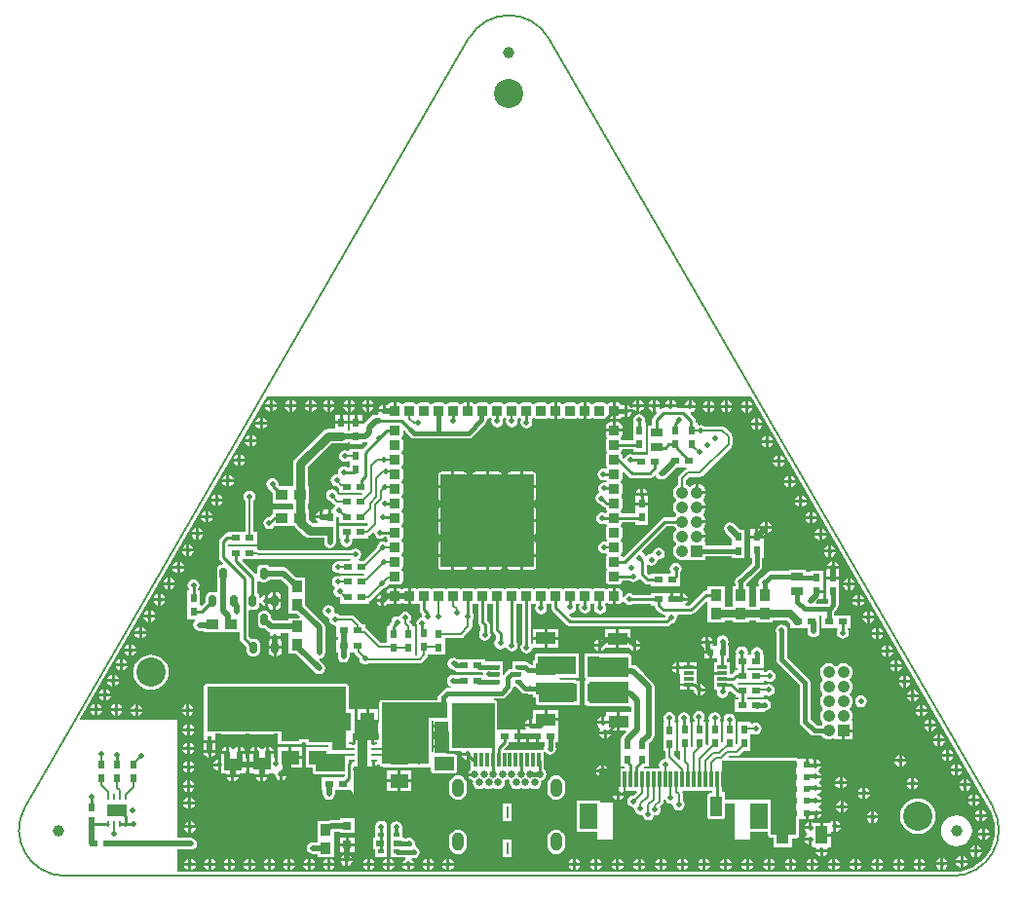
<source format=gtl>
G04*
G04 #@! TF.GenerationSoftware,Altium Limited,Altium Designer,19.0.12 (326)*
G04*
G04 Layer_Physical_Order=1*
G04 Layer_Color=255*
%FSLAX44Y44*%
%MOMM*%
G71*
G01*
G75*
%ADD11C,0.2540*%
%ADD16C,0.1270*%
%ADD25R,1.0000X0.9500*%
%ADD26R,0.9500X1.0000*%
%ADD27R,0.5000X0.4000*%
%ADD28R,0.8000X0.6000*%
%ADD29R,0.6000X0.8000*%
%ADD30R,1.7000X1.1000*%
%ADD31R,0.9000X0.3000*%
%ADD32R,0.5588X0.5588*%
%ADD33R,1.0000X1.6002*%
%ADD34R,1.7000X1.0000*%
%ADD35R,0.2500X0.5500*%
%ADD36R,0.3000X1.4000*%
%ADD37R,1.6000X2.2000*%
%ADD38C,1.0000*%
%ADD39R,1.1000X1.6000*%
G04:AMPARAMS|DCode=40|XSize=0.6mm|YSize=1mm|CornerRadius=0.15mm|HoleSize=0mm|Usage=FLASHONLY|Rotation=180.000|XOffset=0mm|YOffset=0mm|HoleType=Round|Shape=RoundedRectangle|*
%AMROUNDEDRECTD40*
21,1,0.6000,0.7000,0,0,180.0*
21,1,0.3000,1.0000,0,0,180.0*
1,1,0.3000,-0.1500,0.3500*
1,1,0.3000,0.1500,0.3500*
1,1,0.3000,0.1500,-0.3500*
1,1,0.3000,-0.1500,-0.3500*
%
%ADD40ROUNDEDRECTD40*%
%ADD41R,0.4500X0.8500*%
%ADD42R,1.6000X1.1000*%
%ADD43R,0.8500X0.4500*%
%ADD44R,1.0000X0.7000*%
%ADD45R,0.8000X0.8000*%
%ADD46R,0.3000X1.2000*%
%ADD47R,0.2000X1.0000*%
%ADD48R,0.5500X0.4000*%
%ADD49R,0.7000X0.5000*%
%ADD50R,1.6002X1.2700*%
G04:AMPARAMS|DCode=53|XSize=0.25mm|YSize=0.5mm|CornerRadius=0.05mm|HoleSize=0mm|Usage=FLASHONLY|Rotation=270.000|XOffset=0mm|YOffset=0mm|HoleType=Round|Shape=RoundedRectangle|*
%AMROUNDEDRECTD53*
21,1,0.2500,0.4000,0,0,270.0*
21,1,0.1500,0.5000,0,0,270.0*
1,1,0.1000,-0.2000,-0.0750*
1,1,0.1000,-0.2000,0.0750*
1,1,0.1000,0.2000,0.0750*
1,1,0.1000,0.2000,-0.0750*
%
%ADD53ROUNDEDRECTD53*%
%ADD54R,1.2700X1.6002*%
G04:AMPARAMS|DCode=80|XSize=2mm|YSize=2mm|CornerRadius=0.05mm|HoleSize=0mm|Usage=FLASHONLY|Rotation=90.000|XOffset=0mm|YOffset=0mm|HoleType=Round|Shape=RoundedRectangle|*
%AMROUNDEDRECTD80*
21,1,2.0000,1.9000,0,0,90.0*
21,1,1.9000,2.0000,0,0,90.0*
1,1,0.1000,0.9500,0.9500*
1,1,0.1000,0.9500,-0.9500*
1,1,0.1000,-0.9500,-0.9500*
1,1,0.1000,-0.9500,0.9500*
%
%ADD80ROUNDEDRECTD80*%
G04:AMPARAMS|DCode=89|XSize=0.9mm|YSize=0.9mm|CornerRadius=0.099mm|HoleSize=0mm|Usage=FLASHONLY|Rotation=0.000|XOffset=0mm|YOffset=0mm|HoleType=Round|Shape=RoundedRectangle|*
%AMROUNDEDRECTD89*
21,1,0.9000,0.7020,0,0,0.0*
21,1,0.7020,0.9000,0,0,0.0*
1,1,0.1980,0.3510,-0.3510*
1,1,0.1980,-0.3510,-0.3510*
1,1,0.1980,-0.3510,0.3510*
1,1,0.1980,0.3510,0.3510*
%
%ADD89ROUNDEDRECTD89*%
G04:AMPARAMS|DCode=90|XSize=0.9mm|YSize=0.9mm|CornerRadius=0.099mm|HoleSize=0mm|Usage=FLASHONLY|Rotation=90.000|XOffset=0mm|YOffset=0mm|HoleType=Round|Shape=RoundedRectangle|*
%AMROUNDEDRECTD90*
21,1,0.9000,0.7020,0,0,90.0*
21,1,0.7020,0.9000,0,0,90.0*
1,1,0.1980,0.3510,0.3510*
1,1,0.1980,0.3510,-0.3510*
1,1,0.1980,-0.3510,-0.3510*
1,1,0.1980,-0.3510,0.3510*
%
%ADD90ROUNDEDRECTD90*%
G04:AMPARAMS|DCode=91|XSize=0.9mm|YSize=1.6mm|CornerRadius=0.0495mm|HoleSize=0mm|Usage=FLASHONLY|Rotation=180.000|XOffset=0mm|YOffset=0mm|HoleType=Round|Shape=RoundedRectangle|*
%AMROUNDEDRECTD91*
21,1,0.9000,1.5010,0,0,180.0*
21,1,0.8010,1.6000,0,0,180.0*
1,1,0.0990,-0.4005,0.7505*
1,1,0.0990,0.4005,0.7505*
1,1,0.0990,0.4005,-0.7505*
1,1,0.0990,-0.4005,-0.7505*
%
%ADD91ROUNDEDRECTD91*%
%ADD92C,0.2032*%
%ADD93C,0.3810*%
%ADD94C,0.7620*%
%ADD95C,0.6350*%
%ADD96C,0.3048*%
%ADD97C,0.5080*%
%ADD98C,0.3302*%
%ADD99R,2.6304X4.3059*%
%ADD100R,2.0320X1.7410*%
%ADD101R,1.8288X0.5980*%
%ADD102R,0.9144X5.8765*%
%ADD103R,1.7526X2.2352*%
%ADD104R,3.5052X1.8305*%
%ADD105R,3.5306X1.7780*%
%ADD106R,3.1242X1.7272*%
%ADD107R,3.1750X1.6256*%
%ADD108R,0.9934X1.7807*%
%ADD109R,1.7526X1.2040*%
%ADD110R,3.6830X3.9624*%
%ADD111R,4.0894X1.3716*%
%ADD112R,1.5240X3.9486*%
%ADD113R,1.5494X5.4864*%
%ADD114R,6.4770X2.6924*%
%ADD115R,5.5372X1.3208*%
%ADD116R,12.0904X3.8608*%
%ADD117R,4.0386X3.0226*%
%ADD118R,1.2446X2.6670*%
%ADD119R,1.2192X1.7526*%
%ADD120R,1.9558X0.2540*%
%ADD121R,3.2258X3.1242*%
%ADD122R,4.0386X3.5052*%
%ADD123R,1.0160X0.2540*%
%ADD124R,1.0414X0.2540*%
%ADD125R,2.5146X1.5494*%
%ADD126R,1.1684X0.2032*%
%ADD127C,2.5400*%
%ADD128R,1.0500X1.0500*%
%ADD129C,1.0500*%
%ADD130O,1.0000X1.6000*%
%ADD131C,0.6500*%
%ADD132C,0.5080*%
%ADD133C,0.6350*%
%ADD134C,0.5000*%
G36*
X324612Y377524D02*
X601645D01*
X808650Y18980D01*
X808631Y18908D01*
X808631Y18908D01*
X809638Y17265D01*
X811849Y11929D01*
X813197Y6312D01*
X813650Y553D01*
X813197Y-5205D01*
X811849Y-10822D01*
X809638Y-16159D01*
X806620Y-21084D01*
X802868Y-25476D01*
X798476Y-29228D01*
X793551Y-32246D01*
X788214Y-34457D01*
X782598Y-35805D01*
X778098Y-36159D01*
X776839Y-36209D01*
X776839Y-36210D01*
X775587Y-36210D01*
X103124D01*
Y-16609D01*
X114808D01*
X116790Y-16215D01*
X118470Y-15093D01*
X119593Y-13412D01*
X119987Y-11430D01*
X119593Y-9448D01*
X118470Y-7768D01*
X116790Y-6645D01*
X114808Y-6251D01*
X103124D01*
Y96012D01*
X19336D01*
X18701Y97112D01*
X180597Y377524D01*
X324612Y377524D01*
D02*
G37*
%LPC*%
G36*
X481320Y371933D02*
X479080D01*
X477702Y371660D01*
X477190Y371317D01*
X476245Y370982D01*
X475300Y371317D01*
X474787Y371660D01*
X473410Y371933D01*
X466390D01*
X465013Y371660D01*
X463845Y370879D01*
X463255D01*
X462087Y371660D01*
X460710Y371933D01*
X458470D01*
Y364824D01*
Y357715D01*
X460710D01*
X462087Y357989D01*
X463255Y358769D01*
X463845D01*
X465013Y357989D01*
X466390Y357715D01*
X473410D01*
X474787Y357989D01*
X475300Y358332D01*
X476245Y358666D01*
X477190Y358332D01*
X477702Y357989D01*
X479080Y357715D01*
X481320D01*
Y364824D01*
Y371933D01*
D02*
G37*
G36*
X455930D02*
X453690D01*
X452313Y371660D01*
X451145Y370879D01*
X450555D01*
X449387Y371660D01*
X448010Y371933D01*
X440990D01*
X439613Y371660D01*
X438445Y370879D01*
X437855D01*
X436687Y371660D01*
X435310Y371933D01*
X433070D01*
Y364824D01*
Y357715D01*
X435310D01*
X436687Y357989D01*
X437855Y358769D01*
X438445D01*
X439613Y357989D01*
X440990Y357715D01*
X448010D01*
X449387Y357989D01*
X450555Y358769D01*
X451145D01*
X452313Y357989D01*
X453690Y357715D01*
X455930D01*
Y364824D01*
Y371933D01*
D02*
G37*
G36*
X430530D02*
X428290D01*
X426913Y371660D01*
X425745Y370879D01*
X425155D01*
X423987Y371660D01*
X422610Y371933D01*
X415590D01*
X414213Y371660D01*
X413045Y370879D01*
X412455D01*
X411287Y371660D01*
X409910Y371933D01*
X402890D01*
X401513Y371660D01*
X400345Y370879D01*
X399755D01*
X398587Y371660D01*
X397210Y371933D01*
X390190D01*
X388813Y371660D01*
X387645Y370879D01*
X387055D01*
X385887Y371660D01*
X384510Y371933D01*
X377490D01*
X376113Y371660D01*
X374945Y370879D01*
X374355D01*
X373187Y371660D01*
X371810Y371933D01*
X364790D01*
X363413Y371660D01*
X362245Y370879D01*
X361655D01*
X360487Y371660D01*
X359110Y371933D01*
X356870D01*
Y364824D01*
X354330D01*
Y371933D01*
X352090D01*
X350713Y371660D01*
X349545Y370879D01*
X348955D01*
X347787Y371660D01*
X346410Y371933D01*
X339390D01*
X338013Y371660D01*
X336845Y370879D01*
X336255D01*
X335087Y371660D01*
X333710Y371933D01*
X326690D01*
X325313Y371660D01*
X324145Y370879D01*
X323555D01*
X322387Y371660D01*
X321010Y371933D01*
X313990D01*
X312613Y371660D01*
X311445Y370879D01*
X310855D01*
X309687Y371660D01*
X308310Y371933D01*
X301290D01*
X299913Y371660D01*
X299400Y371317D01*
X298455Y370982D01*
X297510Y371317D01*
X296998Y371660D01*
X295620Y371933D01*
X293380D01*
Y364824D01*
X290840D01*
Y371933D01*
X288600D01*
X287223Y371660D01*
X286055Y370879D01*
X285275Y369712D01*
X284976Y369588D01*
X284684Y369783D01*
X283972Y369925D01*
Y364998D01*
X282702D01*
Y363728D01*
X277775D01*
X277917Y363016D01*
X278053Y362812D01*
X277374Y361541D01*
X275336D01*
X273354Y361147D01*
X271674Y360024D01*
X265832Y354183D01*
X265176Y353201D01*
X264572Y353384D01*
X258366D01*
X252826D01*
Y347834D01*
X250952D01*
Y353638D01*
X245412D01*
X239872D01*
Y349383D01*
X234450D01*
X231973Y348890D01*
X229872Y347486D01*
X205480Y323094D01*
X204076Y320994D01*
X203584Y318516D01*
Y304534D01*
Y300034D01*
X202686Y299136D01*
X201470Y299136D01*
X201120Y299136D01*
X192134D01*
X190716Y300554D01*
X190853Y301244D01*
X190459Y303226D01*
X189336Y304907D01*
X187656Y306029D01*
X185674Y306424D01*
X183692Y306029D01*
X182011Y304907D01*
X180889Y303226D01*
X180494Y301244D01*
X180889Y299262D01*
X182011Y297582D01*
X183692Y296459D01*
X183856Y296426D01*
X186390Y293892D01*
Y284556D01*
X201120D01*
X201470Y284556D01*
X202390D01*
X203584Y283636D01*
Y279812D01*
X202686Y278914D01*
X201470Y278914D01*
X201120Y278914D01*
X186390D01*
Y275319D01*
X185857Y275213D01*
X184597Y274371D01*
X182536Y272310D01*
X180946Y271993D01*
X179265Y270871D01*
X178143Y269190D01*
X177748Y267208D01*
X178143Y265226D01*
X179265Y263546D01*
X180946Y262423D01*
X182928Y262029D01*
X184910Y262423D01*
X186590Y263546D01*
X187117Y264334D01*
X201120D01*
X201470Y264334D01*
X202390D01*
X202740Y264334D01*
X205190D01*
X205480Y263900D01*
X213258Y256122D01*
X215358Y254718D01*
X217836Y254226D01*
X230172D01*
Y254160D01*
X230533D01*
Y250698D01*
X230927Y248716D01*
X232050Y247036D01*
X233730Y245913D01*
X235712Y245518D01*
X237694Y245913D01*
X239375Y247036D01*
X240497Y248716D01*
X240892Y250698D01*
Y254160D01*
X241252D01*
Y266160D01*
Y272013D01*
X242224Y272788D01*
X243506Y272464D01*
X243746Y271796D01*
Y267160D01*
X267658D01*
X268364Y267160D01*
X268862Y266094D01*
X268081Y265128D01*
X243746D01*
Y254048D01*
X244036D01*
X245029Y252778D01*
X244818Y251714D01*
X245212Y249732D01*
X246335Y248051D01*
X248015Y246929D01*
X249997Y246535D01*
X251979Y246929D01*
X253659Y248051D01*
X254782Y249732D01*
X255177Y251714D01*
X254965Y252778D01*
X255958Y254048D01*
X268826D01*
Y256526D01*
X269531Y256666D01*
X270707Y257452D01*
X273061Y259805D01*
X274231Y259180D01*
X274180Y258924D01*
X274575Y256942D01*
X275697Y255262D01*
X277378Y254139D01*
X279360Y253745D01*
X281342Y254139D01*
X282690Y255039D01*
X285075D01*
X285275Y254037D01*
X286055Y252869D01*
Y252279D01*
X285275Y251111D01*
X285273Y251103D01*
X284100Y250617D01*
X283512Y251009D01*
X281530Y251404D01*
X279548Y251009D01*
X277868Y249886D01*
X276745Y248206D01*
X276350Y246224D01*
X276359Y246181D01*
X264796Y234618D01*
X264682Y234595D01*
X261151D01*
X260765Y235865D01*
X261218Y236168D01*
X262341Y237848D01*
X262736Y239830D01*
X262341Y241812D01*
X261218Y243493D01*
X259538Y244615D01*
X257556Y245010D01*
X255574Y244615D01*
X253894Y243493D01*
X253869Y243456D01*
X174501D01*
X174441Y243516D01*
X173265Y244302D01*
X172560Y244442D01*
Y246840D01*
X147480D01*
X146887Y247864D01*
Y247944D01*
X147480Y248968D01*
X172560D01*
Y260048D01*
X169234D01*
Y286635D01*
X169270Y286660D01*
X170393Y288340D01*
X170788Y290322D01*
X170393Y292304D01*
X169270Y293985D01*
X167590Y295107D01*
X165608Y295501D01*
X163626Y295107D01*
X161945Y293985D01*
X160823Y292304D01*
X160429Y290322D01*
X160823Y288340D01*
X161945Y286660D01*
X161982Y286635D01*
Y260048D01*
X147480D01*
Y258393D01*
X146302D01*
X144815Y258097D01*
X143555Y257255D01*
X140255Y253955D01*
X139413Y252695D01*
X139117Y251208D01*
Y237490D01*
X139413Y236003D01*
X140255Y234743D01*
X142624Y232374D01*
X142138Y231201D01*
X141502D01*
X139926Y230888D01*
X138589Y229995D01*
X137696Y228658D01*
X137383Y227082D01*
Y220082D01*
X137696Y218506D01*
X137823Y218317D01*
Y207568D01*
X136782Y206848D01*
X136552Y206893D01*
X135002Y207201D01*
X132002D01*
X130426Y206888D01*
X129089Y205995D01*
X128196Y204658D01*
X127883Y203082D01*
Y199219D01*
X127167Y198741D01*
X124158Y195732D01*
X122888Y196258D01*
Y208628D01*
X121233D01*
Y210156D01*
X121879Y211124D01*
X122274Y213106D01*
X121879Y215088D01*
X120757Y216768D01*
X119076Y217891D01*
X117094Y218286D01*
X115112Y217891D01*
X113432Y216768D01*
X112309Y215088D01*
X111915Y213106D01*
X112309Y211124D01*
X113128Y209898D01*
X112540Y208628D01*
X111808D01*
Y195548D01*
Y183548D01*
X118206D01*
X118592Y182278D01*
X118511Y182225D01*
X117389Y180544D01*
X116994Y178562D01*
X117389Y176580D01*
X118511Y174900D01*
X120192Y173777D01*
X122174Y173382D01*
X125938D01*
Y172034D01*
X141018D01*
X141018Y172034D01*
X141938D01*
Y172034D01*
X142288Y172034D01*
X157018D01*
X157177Y170830D01*
Y167100D01*
X157473Y165613D01*
X158315Y164353D01*
X162727Y159941D01*
X163443Y159463D01*
Y155600D01*
X163756Y154024D01*
X164649Y152687D01*
X165986Y151794D01*
X167562Y151481D01*
X170562D01*
X172138Y151794D01*
X173475Y152687D01*
X174368Y154024D01*
X174681Y155600D01*
Y162600D01*
X174368Y164176D01*
X173475Y165513D01*
X172138Y166406D01*
X170562Y166719D01*
X167562D01*
X167040Y166615D01*
X164947Y168709D01*
Y191220D01*
X166217Y192129D01*
X167054Y191963D01*
X170054D01*
X171630Y192276D01*
X172967Y193169D01*
X173860Y194506D01*
X174173Y196082D01*
Y197492D01*
X174464Y197601D01*
X175443Y197703D01*
X176423Y196236D01*
X178104Y195113D01*
X178816Y194971D01*
Y199898D01*
Y204825D01*
X178104Y204683D01*
X176423Y203561D01*
X175443Y202093D01*
X174464Y202195D01*
X174173Y202304D01*
Y203082D01*
X173860Y204658D01*
X172967Y205995D01*
X172439Y206348D01*
Y216684D01*
X173337Y217046D01*
X173708Y217124D01*
X174978Y216276D01*
X176554Y215963D01*
X179554D01*
X181130Y216276D01*
X182467Y217169D01*
X183291Y218403D01*
X192991D01*
X199466Y211927D01*
Y204772D01*
X199466Y204422D01*
Y203502D01*
X199466Y203152D01*
Y188422D01*
X206971D01*
X209516Y185877D01*
X209030Y184704D01*
X199466D01*
Y182344D01*
X186643D01*
X184685Y184302D01*
X184181Y184639D01*
Y186600D01*
X183868Y188176D01*
X182975Y189513D01*
X181638Y190406D01*
X180062Y190719D01*
X177062D01*
X175486Y190406D01*
X174149Y189513D01*
X173256Y188176D01*
X172943Y186600D01*
Y179600D01*
X173256Y178024D01*
X174149Y176687D01*
X175486Y175794D01*
X177062Y175481D01*
X178856D01*
X180835Y173501D01*
X182516Y172379D01*
X183165Y172250D01*
X183750Y170838D01*
X183277Y170130D01*
X183135Y169418D01*
X192989D01*
X192847Y170130D01*
X192457Y170714D01*
X193136Y171985D01*
X199466D01*
Y169624D01*
X199466D01*
Y168704D01*
X199466D01*
Y153624D01*
X206335D01*
X222652Y137308D01*
X224332Y136185D01*
X226314Y135791D01*
X228296Y136185D01*
X229977Y137308D01*
X231099Y138988D01*
X231493Y140970D01*
X231099Y142952D01*
X229977Y144633D01*
X226596Y148013D01*
X227014Y149391D01*
X228296Y149647D01*
X229977Y150769D01*
X231099Y152450D01*
X231493Y154432D01*
Y176404D01*
X231099Y178386D01*
X229977Y180067D01*
X229976Y180067D01*
X214046Y195997D01*
Y203152D01*
X214046Y203502D01*
Y204422D01*
X214046Y204772D01*
Y219502D01*
X206541D01*
X198799Y227244D01*
X197118Y228367D01*
X195136Y228762D01*
X183291D01*
X182467Y229995D01*
X181130Y230888D01*
X179554Y231201D01*
X176554D01*
X174978Y230888D01*
X173641Y229995D01*
X172748Y228658D01*
X172435Y227082D01*
Y223376D01*
X171726Y223008D01*
X171165Y222923D01*
X159501Y234587D01*
X159987Y235760D01*
X172560D01*
Y235844D01*
X173000Y236204D01*
X253123D01*
X253402Y235865D01*
X252803Y234595D01*
X244508D01*
Y234595D01*
X243749Y233972D01*
X242824Y234156D01*
X240842Y233762D01*
X239161Y232639D01*
X238039Y230958D01*
X237645Y228976D01*
X238039Y226994D01*
X239161Y225314D01*
X240842Y224191D01*
X242824Y223797D01*
X243903Y224011D01*
X244508Y223515D01*
Y223515D01*
X264775D01*
X265430Y222245D01*
X265100Y221781D01*
X264995Y221700D01*
X264700Y221641D01*
X244526D01*
Y221641D01*
X243256Y221113D01*
X242412Y221280D01*
X240430Y220886D01*
X238750Y219763D01*
X237627Y218083D01*
X237232Y216101D01*
X237627Y214119D01*
X238750Y212438D01*
X240328Y211384D01*
X239309Y209858D01*
X238915Y207876D01*
X239309Y205894D01*
X240431Y204214D01*
X242112Y203091D01*
X244094Y202697D01*
X244508Y201542D01*
Y197003D01*
X269588D01*
Y199705D01*
X270293Y199845D01*
X271469Y200631D01*
X280805Y209967D01*
X280849Y209958D01*
X282831Y210353D01*
X284511Y211476D01*
X285634Y213156D01*
X285699Y213480D01*
X287110Y214064D01*
X287223Y213989D01*
X288600Y213715D01*
X295620D01*
X296998Y213989D01*
X298165Y214769D01*
X298945Y215937D01*
X299219Y217314D01*
Y224334D01*
X298945Y225711D01*
X298165Y226879D01*
Y227469D01*
X298945Y228637D01*
X299219Y230014D01*
Y237034D01*
X298945Y238411D01*
X298165Y239579D01*
Y240169D01*
X298945Y241337D01*
X299219Y242714D01*
Y249734D01*
X298945Y251111D01*
X298165Y252279D01*
Y252869D01*
X298945Y254037D01*
X299219Y255414D01*
Y262434D01*
X298945Y263811D01*
X298165Y264979D01*
Y265569D01*
X298945Y266737D01*
X299219Y268114D01*
Y275134D01*
X298945Y276511D01*
X298165Y277679D01*
Y278269D01*
X298945Y279437D01*
X299219Y280814D01*
Y287834D01*
X298945Y289211D01*
X298165Y290379D01*
Y290969D01*
X298945Y292137D01*
X299219Y293514D01*
Y300534D01*
X298945Y301911D01*
X298165Y303079D01*
Y303669D01*
X298945Y304837D01*
X299219Y306214D01*
Y313234D01*
X298945Y314611D01*
X298165Y315779D01*
Y316369D01*
X298945Y317537D01*
X299219Y318914D01*
Y325934D01*
X298945Y327311D01*
X298165Y328479D01*
Y329069D01*
X298945Y330237D01*
X299219Y331614D01*
Y338634D01*
X298945Y340011D01*
X298165Y341179D01*
Y341769D01*
X298945Y342937D01*
X299219Y344314D01*
Y347756D01*
X300393Y348242D01*
X301347Y347288D01*
X301453Y346754D01*
X302436Y345283D01*
X305530Y342189D01*
X305530Y342189D01*
X307000Y341207D01*
X308734Y340862D01*
X355869D01*
X357603Y341207D01*
X359074Y342189D01*
X370563Y353679D01*
X371546Y355149D01*
X371891Y356883D01*
X372636Y357879D01*
X373187Y357989D01*
X374355Y358769D01*
X374945D01*
X376113Y357989D01*
X376155Y357981D01*
X376215Y357836D01*
X375821Y355854D01*
X376215Y353872D01*
X377337Y352192D01*
X379018Y351069D01*
X381000Y350675D01*
X382982Y351069D01*
X384663Y352192D01*
X385785Y353872D01*
X386180Y355854D01*
X385785Y357836D01*
X385845Y357981D01*
X385887Y357989D01*
X387055Y358769D01*
X387645D01*
X388813Y357989D01*
X388855Y357981D01*
X388915Y357836D01*
X388521Y355854D01*
X388915Y353872D01*
X390037Y352192D01*
X391718Y351069D01*
X393700Y350675D01*
X395682Y351069D01*
X397363Y352192D01*
X398485Y353872D01*
X398880Y355854D01*
X398485Y357836D01*
X398545Y357981D01*
X398587Y357989D01*
X399755Y358769D01*
X400345D01*
X401513Y357989D01*
X401851Y357173D01*
X401615Y356820D01*
X401221Y354838D01*
X401615Y352856D01*
X402738Y351175D01*
X404418Y350053D01*
X406400Y349659D01*
X408382Y350053D01*
X410062Y351175D01*
X411185Y352856D01*
X411580Y354838D01*
X411185Y356820D01*
X410949Y357173D01*
X411287Y357989D01*
X412455Y358769D01*
X413045D01*
X414213Y357989D01*
X415590Y357715D01*
X422610D01*
X423987Y357989D01*
X425155Y358769D01*
X425745D01*
X426913Y357989D01*
X428290Y357715D01*
X430530D01*
Y364824D01*
Y371933D01*
D02*
G37*
G36*
X533100Y373989D02*
Y370332D01*
X536757D01*
X536615Y371044D01*
X535492Y372724D01*
X533812Y373847D01*
X533100Y373989D01*
D02*
G37*
G36*
X530560D02*
X529848Y373847D01*
X528167Y372724D01*
X527044Y371044D01*
X526903Y370332D01*
X530560D01*
Y373989D01*
D02*
G37*
G36*
X518668D02*
Y370332D01*
X522325D01*
X522183Y371044D01*
X521060Y372724D01*
X519380Y373847D01*
X518668Y373989D01*
D02*
G37*
G36*
X516128D02*
X515416Y373847D01*
X513736Y372724D01*
X512613Y371044D01*
X512471Y370332D01*
X516128D01*
Y373989D01*
D02*
G37*
G36*
X504698D02*
Y370332D01*
X508355D01*
X508213Y371044D01*
X507090Y372724D01*
X505410Y373847D01*
X504698Y373989D01*
D02*
G37*
G36*
X502158D02*
X501446Y373847D01*
X499766Y372724D01*
X498643Y371044D01*
X498501Y370332D01*
X502158D01*
Y373989D01*
D02*
G37*
G36*
X269748D02*
Y370332D01*
X273405D01*
X273263Y371044D01*
X272141Y372724D01*
X270460Y373847D01*
X269748Y373989D01*
D02*
G37*
G36*
X267208D02*
X266496Y373847D01*
X264816Y372724D01*
X263693Y371044D01*
X263551Y370332D01*
X267208D01*
Y373989D01*
D02*
G37*
G36*
X253492D02*
Y370332D01*
X257149D01*
X257007Y371044D01*
X255884Y372724D01*
X254204Y373847D01*
X253492Y373989D01*
D02*
G37*
G36*
X250952D02*
X250240Y373847D01*
X248559Y372724D01*
X247437Y371044D01*
X247295Y370332D01*
X250952D01*
Y373989D01*
D02*
G37*
G36*
X235966D02*
Y370332D01*
X239623D01*
X239481Y371044D01*
X238358Y372724D01*
X236678Y373847D01*
X235966Y373989D01*
D02*
G37*
G36*
X233426D02*
X232714Y373847D01*
X231033Y372724D01*
X229911Y371044D01*
X229769Y370332D01*
X233426D01*
Y373989D01*
D02*
G37*
G36*
X220218D02*
Y370332D01*
X223875D01*
X223733Y371044D01*
X222610Y372724D01*
X220930Y373847D01*
X220218Y373989D01*
D02*
G37*
G36*
X217678D02*
X216966Y373847D01*
X215285Y372724D01*
X214163Y371044D01*
X214021Y370332D01*
X217678D01*
Y373989D01*
D02*
G37*
G36*
X202692D02*
Y370332D01*
X206349D01*
X206207Y371044D01*
X205084Y372724D01*
X203404Y373847D01*
X202692Y373989D01*
D02*
G37*
G36*
X200152D02*
X199440Y373847D01*
X197759Y372724D01*
X196637Y371044D01*
X196495Y370332D01*
X200152D01*
Y373989D01*
D02*
G37*
G36*
X185674D02*
Y370332D01*
X189331D01*
X189189Y371044D01*
X188067Y372724D01*
X186386Y373847D01*
X185674Y373989D01*
D02*
G37*
G36*
X183134D02*
X182422Y373847D01*
X180742Y372724D01*
X179619Y371044D01*
X179477Y370332D01*
X183134D01*
Y373989D01*
D02*
G37*
G36*
X581660Y373735D02*
Y370078D01*
X585317D01*
X585175Y370790D01*
X584053Y372471D01*
X582372Y373593D01*
X581660Y373735D01*
D02*
G37*
G36*
X579120D02*
X578408Y373593D01*
X576727Y372471D01*
X575605Y370790D01*
X575463Y370078D01*
X579120D01*
Y373735D01*
D02*
G37*
G36*
X550008D02*
Y370078D01*
X553665D01*
X553523Y370790D01*
X552400Y372471D01*
X550720Y373593D01*
X550008Y373735D01*
D02*
G37*
G36*
X547467D02*
X546755Y373593D01*
X545075Y372471D01*
X543952Y370790D01*
X543811Y370078D01*
X547467D01*
Y373735D01*
D02*
G37*
G36*
X565912Y373481D02*
Y369824D01*
X569569D01*
X569427Y370536D01*
X568304Y372216D01*
X566624Y373339D01*
X565912Y373481D01*
D02*
G37*
G36*
X563372D02*
X562660Y373339D01*
X560979Y372216D01*
X559857Y370536D01*
X559715Y369824D01*
X563372D01*
Y373481D01*
D02*
G37*
G36*
X599186Y373227D02*
Y369570D01*
X602843D01*
X602701Y370282D01*
X601578Y371963D01*
X599898Y373085D01*
X599186Y373227D01*
D02*
G37*
G36*
X596646D02*
X595934Y373085D01*
X594254Y371963D01*
X593131Y370282D01*
X592989Y369570D01*
X596646D01*
Y373227D01*
D02*
G37*
G36*
X281432Y369925D02*
X280720Y369783D01*
X279039Y368661D01*
X277917Y366980D01*
X277775Y366268D01*
X281432D01*
Y369925D01*
D02*
G37*
G36*
X537057Y367792D02*
X526603D01*
X526039Y367105D01*
X525526D01*
X524039Y366809D01*
X523119Y366194D01*
X522231Y367034D01*
X522187Y367099D01*
X522325Y367792D01*
X518668D01*
Y364135D01*
X519271Y364255D01*
X519344Y364198D01*
X519632Y362820D01*
X516683Y359871D01*
X515841Y358611D01*
X515546Y357124D01*
Y352138D01*
X511890D01*
Y340058D01*
X511890D01*
Y339138D01*
X511890D01*
Y327058D01*
X510917Y326342D01*
X499778D01*
X498954Y326759D01*
X498806Y326857D01*
X496824Y327252D01*
X494842Y326857D01*
X493162Y325734D01*
X492039Y324054D01*
X491908Y323397D01*
X490693Y323029D01*
X489699Y324023D01*
Y325934D01*
X489425Y327311D01*
X488645Y328479D01*
Y329069D01*
X489425Y330237D01*
X489624Y331239D01*
X498904D01*
Y329090D01*
X509984D01*
Y341090D01*
Y354170D01*
X509984D01*
X509339Y355440D01*
X509623Y356870D01*
X509229Y358852D01*
X508106Y360532D01*
X506426Y361655D01*
X504444Y362049D01*
X502462Y361655D01*
X500782Y360532D01*
X499659Y358852D01*
X499264Y356870D01*
X499549Y355440D01*
X498904Y354170D01*
X498904D01*
Y339009D01*
X489624D01*
X489425Y340011D01*
X488645Y341179D01*
Y341769D01*
X489425Y342937D01*
X489699Y344314D01*
Y346554D01*
X482590D01*
X475481D01*
Y344314D01*
X475755Y342937D01*
X476535Y341769D01*
Y341179D01*
X475755Y340011D01*
X475481Y338634D01*
Y331614D01*
X475755Y330237D01*
X476535Y329069D01*
Y328479D01*
X475755Y327311D01*
X475481Y325934D01*
Y318914D01*
X475755Y317537D01*
X476535Y316369D01*
Y315779D01*
X475755Y314611D01*
X475308Y314426D01*
X475184Y314509D01*
X473202Y314904D01*
X471220Y314509D01*
X469539Y313386D01*
X468417Y311706D01*
X468022Y309724D01*
X468417Y307742D01*
X469539Y306062D01*
X471220Y304939D01*
X473202Y304545D01*
X475184Y304939D01*
X475308Y305022D01*
X475755Y304837D01*
X476535Y303669D01*
X476414Y303323D01*
X475946Y302219D01*
X473964Y302614D01*
X471982Y302219D01*
X470302Y301096D01*
X469179Y299416D01*
X468784Y297434D01*
X469179Y295452D01*
X469578Y294855D01*
X469696Y293583D01*
X469226Y293269D01*
X468016Y292460D01*
X466893Y290780D01*
X466498Y288798D01*
X466893Y286816D01*
X468016Y285135D01*
X469696Y284013D01*
X471286Y283696D01*
X473405Y281577D01*
X474665Y280735D01*
X475531Y280563D01*
X475755Y279437D01*
X476535Y278269D01*
Y277679D01*
X475755Y276511D01*
X474390Y276163D01*
X474168Y276311D01*
X472186Y276705D01*
X470204Y276311D01*
X468523Y275189D01*
X467401Y273508D01*
X467006Y271526D01*
X467401Y269544D01*
X468523Y267864D01*
X470204Y266741D01*
X472186Y266346D01*
X474168Y266741D01*
X474425Y266912D01*
X475755Y266737D01*
X476535Y265569D01*
Y264979D01*
X475755Y263811D01*
X475481Y262434D01*
Y255414D01*
X475755Y254037D01*
X476535Y252869D01*
Y252279D01*
X475755Y251111D01*
X475742Y251050D01*
X473964Y251404D01*
X471982Y251009D01*
X470302Y249886D01*
X469179Y248206D01*
X468784Y246224D01*
X469179Y244242D01*
X470302Y242562D01*
X471982Y241439D01*
X473964Y241045D01*
X475742Y241398D01*
X475755Y241337D01*
X476535Y240169D01*
Y239579D01*
X475755Y238411D01*
X475481Y237034D01*
Y230014D01*
X475755Y228637D01*
X476535Y227469D01*
Y226879D01*
X475755Y225711D01*
X475481Y224334D01*
Y217314D01*
X475755Y215937D01*
X476535Y214769D01*
X477702Y213989D01*
X479080Y213715D01*
X486100D01*
X487477Y213989D01*
X488645Y214769D01*
X489425Y215937D01*
X489624Y216939D01*
X496267D01*
X497382Y216195D01*
X499364Y215800D01*
X501346Y216195D01*
X503027Y217318D01*
X503973Y218734D01*
X505023Y219032D01*
X505454Y219048D01*
X509370Y215132D01*
X510630Y214290D01*
X512117Y213994D01*
X514510D01*
Y212339D01*
X539590D01*
Y219233D01*
X539594Y219254D01*
X539783Y219536D01*
X540079Y221023D01*
Y224254D01*
X540979Y225602D01*
X541373Y227584D01*
X540979Y229566D01*
X539856Y231246D01*
X538176Y232369D01*
X536194Y232764D01*
X534212Y232369D01*
X532532Y231246D01*
X531409Y229566D01*
X531015Y227584D01*
X531409Y225602D01*
X532019Y224689D01*
X531447Y223419D01*
X514510D01*
Y222776D01*
X513240Y222250D01*
X511101Y224389D01*
Y230501D01*
X512371Y231180D01*
X513130Y230673D01*
X515112Y230278D01*
X517094Y230673D01*
X518774Y231796D01*
X519897Y233476D01*
X520291Y235458D01*
X521189Y235616D01*
X521208Y235613D01*
X523190Y236007D01*
X524870Y237129D01*
X525993Y238810D01*
X526387Y240792D01*
X525993Y242774D01*
X524870Y244454D01*
X523190Y245577D01*
X521208Y245972D01*
X519226Y245577D01*
X517546Y244454D01*
X516423Y242774D01*
X516029Y240792D01*
X515131Y240634D01*
X515112Y240637D01*
X513130Y240243D01*
X511450Y239121D01*
X510908Y238310D01*
X509560Y238578D01*
X509483Y238964D01*
X508360Y240644D01*
X507038Y241528D01*
X506678Y242964D01*
X528053Y264339D01*
X534959D01*
X534977Y264295D01*
X536220Y262676D01*
X536433Y262387D01*
Y261361D01*
X536220Y261072D01*
X534977Y259453D01*
X534193Y257558D01*
X533925Y255524D01*
X534193Y253490D01*
X534977Y251595D01*
X536226Y249968D01*
X536433Y249809D01*
Y248539D01*
X536226Y248380D01*
X534977Y246753D01*
X534193Y244858D01*
X533925Y242824D01*
X534193Y240790D01*
X534977Y238895D01*
X536226Y237268D01*
X537853Y236019D01*
X539748Y235235D01*
X541782Y234967D01*
X543816Y235235D01*
X545422Y235900D01*
X546692Y235341D01*
Y235034D01*
X562272D01*
Y238483D01*
X584756D01*
Y236475D01*
X595836D01*
Y248475D01*
Y261555D01*
X591844D01*
X587006Y266392D01*
X585326Y267515D01*
X583344Y267910D01*
X581362Y267515D01*
X579682Y266392D01*
X578559Y264712D01*
X578164Y262730D01*
X578559Y260748D01*
X579682Y259067D01*
X584756Y253993D01*
Y247547D01*
X562272D01*
Y250614D01*
X561964D01*
X561406Y251884D01*
X562071Y253490D01*
X562172Y254254D01*
X554482D01*
Y256794D01*
X562172D01*
X562071Y257558D01*
X561287Y259453D01*
X560038Y261080D01*
X559831Y261239D01*
Y262509D01*
X560038Y262668D01*
X561287Y264295D01*
X562071Y266190D01*
X562172Y266954D01*
X554482D01*
Y269494D01*
X562172D01*
X562071Y270258D01*
X561287Y272153D01*
X560044Y273772D01*
X559831Y274061D01*
Y275087D01*
X560044Y275376D01*
X561287Y276995D01*
X562071Y278890D01*
X562172Y279654D01*
X554482D01*
Y282194D01*
X562172D01*
X562071Y282958D01*
X561287Y284853D01*
X560044Y286472D01*
X559831Y286761D01*
Y287787D01*
X560044Y288076D01*
X561287Y289695D01*
X562071Y291590D01*
X562172Y292354D01*
X554482D01*
Y293624D01*
X553212D01*
Y301314D01*
X552448Y301213D01*
X550553Y300429D01*
X548934Y299186D01*
X548645Y298973D01*
X547619D01*
X547330Y299186D01*
X545711Y300429D01*
X545408Y300554D01*
Y304314D01*
X548364Y307270D01*
X556938D01*
X556938Y307270D01*
X558326Y307546D01*
X559502Y308332D01*
X584394Y333224D01*
X584394Y333224D01*
X585180Y334400D01*
X585456Y335788D01*
Y342222D01*
X585456Y342222D01*
X585180Y343609D01*
X584394Y344786D01*
X584394Y344786D01*
X579240Y349940D01*
X578064Y350726D01*
X576676Y351002D01*
X576676Y351002D01*
X561217D01*
X561193Y351038D01*
X559512Y352161D01*
X557530Y352556D01*
X556466Y352344D01*
X555196Y353337D01*
Y354170D01*
X553411D01*
Y356238D01*
X553115Y357725D01*
X552273Y358985D01*
X548847Y362410D01*
X549311Y363743D01*
X550720Y364023D01*
X552400Y365145D01*
X553523Y366826D01*
X553665Y367538D01*
X543050D01*
X542604Y367093D01*
X542544Y367105D01*
X537621D01*
X537057Y367792D01*
D02*
G37*
G36*
X516128D02*
X512471D01*
X512613Y367080D01*
X513736Y365400D01*
X515416Y364277D01*
X516128Y364135D01*
Y367792D01*
D02*
G37*
G36*
X508355D02*
X504698D01*
Y364135D01*
X505410Y364277D01*
X507090Y365400D01*
X508213Y367080D01*
X508355Y367792D01*
D02*
G37*
G36*
X494030Y369671D02*
Y366014D01*
X497687D01*
X497627Y366314D01*
X498824Y366809D01*
X499109Y366382D01*
X499766Y365400D01*
X501446Y364277D01*
X502158Y364135D01*
Y367792D01*
X498501D01*
X498561Y367492D01*
X497364Y366997D01*
X497079Y367424D01*
X496423Y368406D01*
X494742Y369529D01*
X494030Y369671D01*
D02*
G37*
G36*
X273405Y367792D02*
X269748D01*
Y364135D01*
X270460Y364277D01*
X272141Y365400D01*
X273263Y367080D01*
X273405Y367792D01*
D02*
G37*
G36*
X267208D02*
X263551D01*
X263693Y367080D01*
X264816Y365400D01*
X266496Y364277D01*
X267208Y364135D01*
Y367792D01*
D02*
G37*
G36*
X257149D02*
X253492D01*
Y364135D01*
X254204Y364277D01*
X255884Y365400D01*
X257007Y367080D01*
X257149Y367792D01*
D02*
G37*
G36*
X250952D02*
X247295D01*
X247437Y367080D01*
X248559Y365400D01*
X250240Y364277D01*
X250952Y364135D01*
Y367792D01*
D02*
G37*
G36*
X239623D02*
X235966D01*
Y364135D01*
X236678Y364277D01*
X238358Y365400D01*
X239481Y367080D01*
X239623Y367792D01*
D02*
G37*
G36*
X233426D02*
X229769D01*
X229911Y367080D01*
X231033Y365400D01*
X232714Y364277D01*
X233426Y364135D01*
Y367792D01*
D02*
G37*
G36*
X223875D02*
X220218D01*
Y364135D01*
X220930Y364277D01*
X222610Y365400D01*
X223733Y367080D01*
X223875Y367792D01*
D02*
G37*
G36*
X217678D02*
X214021D01*
X214163Y367080D01*
X215285Y365400D01*
X216966Y364277D01*
X217678Y364135D01*
Y367792D01*
D02*
G37*
G36*
X206349D02*
X202692D01*
Y364135D01*
X203404Y364277D01*
X205084Y365400D01*
X206207Y367080D01*
X206349Y367792D01*
D02*
G37*
G36*
X200152D02*
X196495D01*
X196637Y367080D01*
X197759Y365400D01*
X199440Y364277D01*
X200152Y364135D01*
Y367792D01*
D02*
G37*
G36*
X189331D02*
X185674D01*
Y364135D01*
X186386Y364277D01*
X188067Y365400D01*
X189189Y367080D01*
X189331Y367792D01*
D02*
G37*
G36*
X183134D02*
X179477D01*
X179619Y367080D01*
X180742Y365400D01*
X182422Y364277D01*
X183134Y364135D01*
Y367792D01*
D02*
G37*
G36*
X585317Y367538D02*
X581660D01*
Y363881D01*
X582372Y364023D01*
X584053Y365145D01*
X585175Y366826D01*
X585317Y367538D01*
D02*
G37*
G36*
X579120D02*
X575463D01*
X575605Y366826D01*
X576727Y365145D01*
X578408Y364023D01*
X579120Y363881D01*
Y367538D01*
D02*
G37*
G36*
X569569Y367284D02*
X565912D01*
Y363627D01*
X566624Y363769D01*
X568304Y364892D01*
X569427Y366572D01*
X569569Y367284D01*
D02*
G37*
G36*
X563372D02*
X559715D01*
X559857Y366572D01*
X560979Y364892D01*
X562660Y363769D01*
X563372Y363627D01*
Y367284D01*
D02*
G37*
G36*
X602843Y367030D02*
X599186D01*
Y363373D01*
X599898Y363515D01*
X601578Y364637D01*
X602701Y366318D01*
X602843Y367030D01*
D02*
G37*
G36*
X596646D02*
X592989D01*
X593131Y366318D01*
X594254Y364637D01*
X595934Y363515D01*
X596646Y363373D01*
Y367030D01*
D02*
G37*
G36*
X497687Y363474D02*
X494030D01*
Y359817D01*
X494742Y359959D01*
X496423Y361082D01*
X497545Y362762D01*
X497687Y363474D01*
D02*
G37*
G36*
X486100Y371933D02*
X483860D01*
Y364824D01*
Y357715D01*
X486100D01*
X487477Y357989D01*
X488645Y358769D01*
X489425Y359937D01*
X490280Y360291D01*
X490778Y359959D01*
X491490Y359817D01*
Y364744D01*
Y369671D01*
X490778Y369529D01*
X490429Y369296D01*
X489425Y369712D01*
X488645Y370879D01*
X487477Y371660D01*
X486100Y371933D01*
D02*
G37*
G36*
X250952Y361448D02*
X246682D01*
Y356178D01*
X250952D01*
Y361448D01*
D02*
G37*
G36*
X244142D02*
X239872D01*
Y356178D01*
X244142D01*
Y361448D01*
D02*
G37*
G36*
X263906Y361194D02*
X259636D01*
Y355924D01*
X263906D01*
Y361194D01*
D02*
G37*
G36*
X257096D02*
X252826D01*
Y355924D01*
X257096D01*
Y361194D01*
D02*
G37*
G36*
X177213Y359257D02*
Y355600D01*
X180870D01*
X180728Y356312D01*
X179605Y357993D01*
X177925Y359115D01*
X177213Y359257D01*
D02*
G37*
G36*
X174673D02*
X173961Y359115D01*
X172280Y357993D01*
X171157Y356312D01*
X171016Y355600D01*
X174673D01*
Y359257D01*
D02*
G37*
G36*
X607647Y358495D02*
Y354838D01*
X611304D01*
X611162Y355550D01*
X610040Y357230D01*
X608359Y358353D01*
X607647Y358495D01*
D02*
G37*
G36*
X605107D02*
X604395Y358353D01*
X602715Y357230D01*
X601592Y355550D01*
X601450Y354838D01*
X605107D01*
Y358495D01*
D02*
G37*
G36*
X180870Y353060D02*
X177213D01*
Y349403D01*
X177925Y349545D01*
X179605Y350667D01*
X180728Y352348D01*
X180870Y353060D01*
D02*
G37*
G36*
X174673D02*
X171016D01*
X171157Y352348D01*
X172280Y350667D01*
X173961Y349545D01*
X174673Y349403D01*
Y353060D01*
D02*
G37*
G36*
X486100Y354933D02*
X483860D01*
Y349094D01*
X489699D01*
Y351334D01*
X489425Y352711D01*
X488645Y353879D01*
X487477Y354659D01*
X486100Y354933D01*
D02*
G37*
G36*
X481320D02*
X479080D01*
X477702Y354659D01*
X476535Y353879D01*
X475755Y352711D01*
X475481Y351334D01*
Y349094D01*
X481320D01*
Y354933D01*
D02*
G37*
G36*
X611304Y352298D02*
X607647D01*
Y348641D01*
X608359Y348783D01*
X610040Y349906D01*
X611162Y351586D01*
X611304Y352298D01*
D02*
G37*
G36*
X605107D02*
X601450D01*
X601592Y351586D01*
X602715Y349906D01*
X604395Y348783D01*
X605107Y348641D01*
Y352298D01*
D02*
G37*
G36*
X168051Y343763D02*
Y340106D01*
X171708D01*
X171566Y340818D01*
X170444Y342499D01*
X168763Y343621D01*
X168051Y343763D01*
D02*
G37*
G36*
X165511D02*
X164799Y343621D01*
X163119Y342499D01*
X161996Y340818D01*
X161854Y340106D01*
X165511D01*
Y343763D01*
D02*
G37*
G36*
X616809Y343001D02*
Y339344D01*
X620466D01*
X620324Y340056D01*
X619201Y341736D01*
X617521Y342859D01*
X616809Y343001D01*
D02*
G37*
G36*
X614269D02*
X613557Y342859D01*
X611876Y341736D01*
X610754Y340056D01*
X610612Y339344D01*
X614269D01*
Y343001D01*
D02*
G37*
G36*
X171708Y337566D02*
X168051D01*
Y333909D01*
X168763Y334051D01*
X170444Y335173D01*
X171566Y336854D01*
X171708Y337566D01*
D02*
G37*
G36*
X165511D02*
X161854D01*
X161996Y336854D01*
X163119Y335173D01*
X164799Y334051D01*
X165511Y333909D01*
Y337566D01*
D02*
G37*
G36*
X620466Y336804D02*
X616809D01*
Y333147D01*
X617521Y333289D01*
X619201Y334412D01*
X620324Y336092D01*
X620466Y336804D01*
D02*
G37*
G36*
X614269D02*
X610612D01*
X610754Y336092D01*
X611876Y334412D01*
X613557Y333289D01*
X614269Y333147D01*
Y336804D01*
D02*
G37*
G36*
X157988Y326999D02*
Y323342D01*
X161645D01*
X161503Y324054D01*
X160380Y325734D01*
X158700Y326857D01*
X157988Y326999D01*
D02*
G37*
G36*
X155448D02*
X154736Y326857D01*
X153055Y325734D01*
X151933Y324054D01*
X151791Y323342D01*
X155448D01*
Y326999D01*
D02*
G37*
G36*
X626872Y326237D02*
Y322580D01*
X630529D01*
X630387Y323292D01*
X629264Y324972D01*
X627584Y326095D01*
X626872Y326237D01*
D02*
G37*
G36*
X624332D02*
X623620Y326095D01*
X621940Y324972D01*
X620817Y323292D01*
X620675Y322580D01*
X624332D01*
Y326237D01*
D02*
G37*
G36*
X161645Y320802D02*
X157988D01*
Y317145D01*
X158700Y317287D01*
X160380Y318410D01*
X161503Y320090D01*
X161645Y320802D01*
D02*
G37*
G36*
X155448D02*
X151791D01*
X151933Y320090D01*
X153055Y318410D01*
X154736Y317287D01*
X155448Y317145D01*
Y320802D01*
D02*
G37*
G36*
X630529Y320040D02*
X626872D01*
Y316383D01*
X627584Y316525D01*
X629264Y317647D01*
X630387Y319328D01*
X630529Y320040D01*
D02*
G37*
G36*
X624332D02*
X620675D01*
X620817Y319328D01*
X621940Y317647D01*
X623620Y316525D01*
X624332Y316383D01*
Y320040D01*
D02*
G37*
G36*
X401080Y311923D02*
X392850D01*
X391664Y311687D01*
X390658Y311015D01*
X389987Y310010D01*
X389950Y309824D01*
X401080D01*
Y311923D01*
D02*
G37*
G36*
X381850D02*
X373620D01*
Y309824D01*
X384750D01*
X384713Y310010D01*
X384041Y311015D01*
X383036Y311687D01*
X381850Y311923D01*
D02*
G37*
G36*
X371080D02*
X362850D01*
X361664Y311687D01*
X360658Y311015D01*
X359986Y310010D01*
X359949Y309824D01*
X371080D01*
Y311923D01*
D02*
G37*
G36*
X351850D02*
X343620D01*
Y309824D01*
X354750D01*
X354714Y310010D01*
X354042Y311015D01*
X353036Y311687D01*
X351850Y311923D01*
D02*
G37*
G36*
X148253Y309207D02*
Y305550D01*
X151910D01*
X151768Y306262D01*
X150646Y307943D01*
X148965Y309065D01*
X148253Y309207D01*
D02*
G37*
G36*
X145713D02*
X145001Y309065D01*
X143321Y307943D01*
X142198Y306262D01*
X142056Y305550D01*
X145713D01*
Y309207D01*
D02*
G37*
G36*
X636607Y308445D02*
Y304788D01*
X640264D01*
X640122Y305500D01*
X638999Y307181D01*
X637319Y308303D01*
X636607Y308445D01*
D02*
G37*
G36*
X634067D02*
X633355Y308303D01*
X631674Y307181D01*
X630552Y305500D01*
X630410Y304788D01*
X634067D01*
Y308445D01*
D02*
G37*
G36*
X411850Y311923D02*
X403620D01*
Y309824D01*
X412049D01*
X412416Y309672D01*
X412698Y309390D01*
X412850Y309023D01*
Y308824D01*
Y300594D01*
X414950D01*
Y308824D01*
X414714Y310010D01*
X414042Y311015D01*
X413036Y311687D01*
X411850Y311923D01*
D02*
G37*
G36*
X341080D02*
X332850D01*
X331664Y311687D01*
X330658Y311015D01*
X329986Y310010D01*
X329750Y308824D01*
Y300594D01*
X331850D01*
Y308824D01*
Y309023D01*
X332002Y309390D01*
X332284Y309672D01*
X332651Y309824D01*
X341080D01*
Y311923D01*
D02*
G37*
G36*
X151910Y303010D02*
X148253D01*
Y299353D01*
X148965Y299495D01*
X150646Y300618D01*
X151768Y302298D01*
X151910Y303010D01*
D02*
G37*
G36*
X145713D02*
X142056D01*
X142198Y302298D01*
X143321Y300618D01*
X145001Y299495D01*
X145713Y299353D01*
Y303010D01*
D02*
G37*
G36*
X640264Y302248D02*
X636607D01*
Y298591D01*
X637319Y298733D01*
X638999Y299856D01*
X640122Y301536D01*
X640264Y302248D01*
D02*
G37*
G36*
X634067D02*
X630410D01*
X630552Y301536D01*
X631674Y299856D01*
X633355Y298733D01*
X634067Y298591D01*
Y302248D01*
D02*
G37*
G36*
X555752Y301314D02*
Y294894D01*
X562172D01*
X562071Y295658D01*
X561287Y297553D01*
X560038Y299180D01*
X558411Y300429D01*
X556516Y301213D01*
X555752Y301314D01*
D02*
G37*
G36*
X138700Y292201D02*
Y288544D01*
X142357D01*
X142215Y289256D01*
X141092Y290937D01*
X139412Y292059D01*
X138700Y292201D01*
D02*
G37*
G36*
X136159D02*
X135447Y292059D01*
X133767Y290937D01*
X132644Y289256D01*
X132503Y288544D01*
X136159D01*
Y292201D01*
D02*
G37*
G36*
X646161Y291439D02*
Y287782D01*
X649817D01*
X649676Y288494D01*
X648553Y290175D01*
X646873Y291297D01*
X646161Y291439D01*
D02*
G37*
G36*
X643621D02*
X642908Y291297D01*
X641228Y290175D01*
X640105Y288494D01*
X639963Y287782D01*
X643621D01*
Y291439D01*
D02*
G37*
G36*
X331850Y298054D02*
X329750D01*
Y289824D01*
X329986Y288638D01*
X330658Y287632D01*
X331664Y286960D01*
X331850Y286923D01*
Y298054D01*
D02*
G37*
G36*
X414950D02*
X412850D01*
Y286923D01*
X413036Y286960D01*
X414042Y287632D01*
X414714Y288638D01*
X414950Y289824D01*
Y298054D01*
D02*
G37*
G36*
X142357Y286004D02*
X138700D01*
Y282347D01*
X139412Y282489D01*
X141092Y283612D01*
X142215Y285292D01*
X142357Y286004D01*
D02*
G37*
G36*
X136159D02*
X132503D01*
X132644Y285292D01*
X133767Y283612D01*
X135447Y282489D01*
X136159Y282347D01*
Y286004D01*
D02*
G37*
G36*
X649817Y285242D02*
X646161D01*
Y281585D01*
X646873Y281727D01*
X648553Y282850D01*
X649676Y284530D01*
X649817Y285242D01*
D02*
G37*
G36*
X643621D02*
X639963D01*
X640105Y284530D01*
X641228Y282850D01*
X642908Y281727D01*
X643621Y281585D01*
Y285242D01*
D02*
G37*
G36*
X129834Y277627D02*
Y273970D01*
X133491D01*
X133349Y274682D01*
X132226Y276362D01*
X130546Y277485D01*
X129834Y277627D01*
D02*
G37*
G36*
X127294D02*
X126582Y277485D01*
X124902Y276362D01*
X123779Y274682D01*
X123637Y273970D01*
X127294D01*
Y277627D01*
D02*
G37*
G36*
X655026Y276865D02*
Y273208D01*
X658683D01*
X658541Y273920D01*
X657419Y275600D01*
X655738Y276723D01*
X655026Y276865D01*
D02*
G37*
G36*
X652486D02*
X651774Y276723D01*
X650094Y275600D01*
X648971Y273920D01*
X648829Y273208D01*
X652486D01*
Y276865D01*
D02*
G37*
G36*
X412850Y281724D02*
Y270594D01*
X414950D01*
Y278824D01*
X414714Y280010D01*
X414042Y281015D01*
X413036Y281687D01*
X412850Y281724D01*
D02*
G37*
G36*
X331850Y281724D02*
X331664Y281687D01*
X330658Y281015D01*
X329986Y280010D01*
X329750Y278824D01*
Y270594D01*
X331850D01*
Y281724D01*
D02*
G37*
G36*
X133491Y271430D02*
X129834D01*
Y267773D01*
X130546Y267915D01*
X132226Y269038D01*
X133349Y270718D01*
X133491Y271430D01*
D02*
G37*
G36*
X127294D02*
X123637D01*
X123779Y270718D01*
X124902Y269038D01*
X126582Y267915D01*
X127294Y267773D01*
Y271430D01*
D02*
G37*
G36*
X658683Y270668D02*
X655026D01*
Y267011D01*
X655738Y267153D01*
X657419Y268276D01*
X658541Y269956D01*
X658683Y270668D01*
D02*
G37*
G36*
X652486D02*
X648829D01*
X648971Y269956D01*
X650094Y268276D01*
X651774Y267153D01*
X652486Y267011D01*
Y270668D01*
D02*
G37*
G36*
X615696Y268325D02*
Y264668D01*
X619353D01*
X619211Y265380D01*
X618088Y267061D01*
X616408Y268183D01*
X615696Y268325D01*
D02*
G37*
G36*
X613156D02*
X612444Y268183D01*
X610764Y267061D01*
X609641Y265380D01*
X609499Y264668D01*
X613156D01*
Y268325D01*
D02*
G37*
G36*
X121666Y262991D02*
Y259334D01*
X125323D01*
X125181Y260046D01*
X124059Y261726D01*
X122378Y262849D01*
X121666Y262991D01*
D02*
G37*
G36*
X119126D02*
X118414Y262849D01*
X116734Y261726D01*
X115611Y260046D01*
X115469Y259334D01*
X119126D01*
Y262991D01*
D02*
G37*
G36*
X663194Y262229D02*
Y258572D01*
X666851D01*
X666709Y259284D01*
X665586Y260965D01*
X663906Y262087D01*
X663194Y262229D01*
D02*
G37*
G36*
X660654D02*
X659942Y262087D01*
X658261Y260965D01*
X657139Y259284D01*
X656997Y258572D01*
X660654D01*
Y262229D01*
D02*
G37*
G36*
X619353Y262128D02*
X615696D01*
Y258471D01*
X616408Y258613D01*
X618088Y259736D01*
X619211Y261416D01*
X619353Y262128D01*
D02*
G37*
G36*
X331850Y268054D02*
X329750D01*
Y259824D01*
X329986Y258638D01*
X330658Y257632D01*
X331664Y256960D01*
X331850Y256923D01*
Y268054D01*
D02*
G37*
G36*
X414950D02*
X412850D01*
Y256923D01*
X413036Y256960D01*
X414042Y257632D01*
X414714Y258638D01*
X414950Y259824D01*
Y268054D01*
D02*
G37*
G36*
X613156Y262128D02*
X608751D01*
X608547Y261880D01*
X608065D01*
Y256610D01*
X612335D01*
Y257339D01*
X613156Y258013D01*
Y262128D01*
D02*
G37*
G36*
X605525Y261880D02*
X601255D01*
Y256610D01*
X605525D01*
Y261880D01*
D02*
G37*
G36*
X125323Y256794D02*
X121666D01*
Y253137D01*
X122378Y253279D01*
X124059Y254401D01*
X125181Y256082D01*
X125323Y256794D01*
D02*
G37*
G36*
X119126D02*
X115469D01*
X115611Y256082D01*
X116734Y254401D01*
X118414Y253279D01*
X119126Y253137D01*
Y256794D01*
D02*
G37*
G36*
X666851Y256032D02*
X663194D01*
Y252375D01*
X663906Y252517D01*
X665586Y253640D01*
X666709Y255320D01*
X666851Y256032D01*
D02*
G37*
G36*
X660654D02*
X656997D01*
X657139Y255320D01*
X658261Y253640D01*
X659942Y252517D01*
X660654Y252375D01*
Y256032D01*
D02*
G37*
G36*
X113466Y248513D02*
Y244856D01*
X117123D01*
X116982Y245568D01*
X115859Y247248D01*
X114178Y248371D01*
X113466Y248513D01*
D02*
G37*
G36*
X110926D02*
X110214Y248371D01*
X108534Y247248D01*
X107411Y245568D01*
X107269Y244856D01*
X110926D01*
Y248513D01*
D02*
G37*
G36*
X671394Y247751D02*
Y244094D01*
X675051D01*
X674909Y244806D01*
X673786Y246486D01*
X672106Y247609D01*
X671394Y247751D01*
D02*
G37*
G36*
X668854D02*
X668141Y247609D01*
X666461Y246486D01*
X665338Y244806D01*
X665197Y244094D01*
X668854D01*
Y247751D01*
D02*
G37*
G36*
X412850Y251725D02*
Y240594D01*
X414950D01*
Y248824D01*
X414714Y250010D01*
X414042Y251016D01*
X413036Y251688D01*
X412850Y251725D01*
D02*
G37*
G36*
X331850Y251725D02*
X331664Y251688D01*
X330658Y251016D01*
X329986Y250010D01*
X329750Y248824D01*
Y240594D01*
X331850D01*
Y251725D01*
D02*
G37*
G36*
X117123Y242316D02*
X113466D01*
Y238659D01*
X114178Y238801D01*
X115859Y239923D01*
X116982Y241604D01*
X117123Y242316D01*
D02*
G37*
G36*
X110926D02*
X107269D01*
X107411Y241604D01*
X108534Y239923D01*
X110214Y238801D01*
X110926Y238659D01*
Y242316D01*
D02*
G37*
G36*
X675051Y241554D02*
X671394D01*
Y237897D01*
X672106Y238039D01*
X673786Y239161D01*
X674909Y240842D01*
X675051Y241554D01*
D02*
G37*
G36*
X668854D02*
X665197D01*
X665338Y240842D01*
X666461Y239161D01*
X668141Y238039D01*
X668854Y237897D01*
Y241554D01*
D02*
G37*
G36*
X674116Y234035D02*
Y230378D01*
X677773D01*
X677631Y231090D01*
X676508Y232771D01*
X674828Y233893D01*
X674116Y234035D01*
D02*
G37*
G36*
X671576D02*
X670864Y233893D01*
X669184Y232771D01*
X668061Y231090D01*
X667919Y230378D01*
X671576D01*
Y234035D01*
D02*
G37*
G36*
X105156Y233751D02*
Y230094D01*
X108813D01*
X108671Y230806D01*
X107549Y232486D01*
X105868Y233609D01*
X105156Y233751D01*
D02*
G37*
G36*
X102616D02*
X101904Y233609D01*
X100224Y232486D01*
X99101Y230806D01*
X98959Y230094D01*
X102616D01*
Y233751D01*
D02*
G37*
G36*
X414950Y238054D02*
X412850D01*
Y229824D01*
Y229625D01*
X412698Y229258D01*
X412416Y228976D01*
X412049Y228824D01*
X403620D01*
Y226724D01*
X411850D01*
X413036Y226960D01*
X414042Y227632D01*
X414714Y228638D01*
X414950Y229824D01*
Y238054D01*
D02*
G37*
G36*
X401080Y228824D02*
X389949D01*
X389987Y228638D01*
X390658Y227632D01*
X391664Y226960D01*
X392850Y226724D01*
X401080D01*
Y228824D01*
D02*
G37*
G36*
X384751D02*
X373620D01*
Y226724D01*
X381850D01*
X383036Y226960D01*
X384041Y227632D01*
X384713Y228638D01*
X384751Y228824D01*
D02*
G37*
G36*
X371080D02*
X359949D01*
X359986Y228638D01*
X360658Y227632D01*
X361664Y226960D01*
X362850Y226724D01*
X371080D01*
Y228824D01*
D02*
G37*
G36*
X354751D02*
X343620D01*
Y226724D01*
X351850D01*
X353036Y226960D01*
X354042Y227632D01*
X354714Y228638D01*
X354751Y228824D01*
D02*
G37*
G36*
X331850Y238054D02*
X329750D01*
Y229824D01*
X329986Y228638D01*
X330658Y227632D01*
X331664Y226960D01*
X332850Y226724D01*
X341080D01*
Y228824D01*
X332651D01*
X332284Y228976D01*
X332002Y229258D01*
X331850Y229625D01*
Y229824D01*
Y238054D01*
D02*
G37*
G36*
X108813Y227554D02*
X105156D01*
Y223897D01*
X105868Y224039D01*
X107549Y225161D01*
X108671Y226842D01*
X108813Y227554D01*
D02*
G37*
G36*
X102616D02*
X98959D01*
X99101Y226842D01*
X100224Y225161D01*
X101904Y224039D01*
X102616Y223897D01*
Y227554D01*
D02*
G37*
G36*
X677773Y227838D02*
X667919D01*
X668001Y227424D01*
X667299Y226154D01*
X667052D01*
Y220884D01*
X672592D01*
X678132D01*
Y226154D01*
X678132Y226154D01*
X677691Y227424D01*
X677773Y227838D01*
D02*
G37*
G36*
X97028Y219646D02*
Y215989D01*
X100685D01*
X100543Y216701D01*
X99420Y218382D01*
X97740Y219504D01*
X97028Y219646D01*
D02*
G37*
G36*
X94488D02*
X93776Y219504D01*
X92095Y218382D01*
X90973Y216701D01*
X90831Y215989D01*
X94488D01*
Y219646D01*
D02*
G37*
G36*
X687832Y218884D02*
Y215227D01*
X691489D01*
X691347Y215939D01*
X690225Y217619D01*
X688544Y218742D01*
X687832Y218884D01*
D02*
G37*
G36*
X685292D02*
X684580Y218742D01*
X682899Y217619D01*
X681777Y215939D01*
X681635Y215227D01*
X685292D01*
Y218884D01*
D02*
G37*
G36*
X303530Y210933D02*
X301290D01*
X299913Y210659D01*
X298745Y209879D01*
X298165D01*
X296998Y210659D01*
X295620Y210933D01*
X293380D01*
Y203824D01*
Y196715D01*
X295620D01*
X296998Y196989D01*
X298165Y197769D01*
X298745D01*
X299913Y196989D01*
X301290Y196715D01*
X303530D01*
Y203824D01*
Y210933D01*
D02*
G37*
G36*
X100685Y213449D02*
X97028D01*
Y209792D01*
X97740Y209934D01*
X99420Y211056D01*
X100543Y212737D01*
X100685Y213449D01*
D02*
G37*
G36*
X94488D02*
X90831D01*
X90973Y212737D01*
X92095Y211056D01*
X93776Y209934D01*
X94488Y209792D01*
Y213449D01*
D02*
G37*
G36*
X691489Y212687D02*
X687832D01*
Y209030D01*
X688544Y209172D01*
X690225Y210294D01*
X691347Y211975D01*
X691489Y212687D01*
D02*
G37*
G36*
X685292D02*
X681635D01*
X681777Y211975D01*
X682899Y210294D01*
X684580Y209172D01*
X685292Y209030D01*
Y212687D01*
D02*
G37*
G36*
X186284Y207201D02*
X186054D01*
X184478Y206888D01*
X183141Y205995D01*
X182910Y205648D01*
X182068Y204683D01*
X181356Y204825D01*
Y199898D01*
Y194780D01*
X182248Y194506D01*
X182575Y194017D01*
X183141Y193169D01*
X184478Y192276D01*
X186054Y191963D01*
X186284D01*
Y199582D01*
Y207201D01*
D02*
G37*
G36*
X290840Y210933D02*
X288600D01*
X287223Y210659D01*
X286055Y209879D01*
X285275Y208711D01*
X285001Y207334D01*
Y204981D01*
X283731Y204302D01*
X283160Y204683D01*
X282448Y204825D01*
Y199898D01*
Y194971D01*
X283160Y195113D01*
X284841Y196236D01*
X285254Y196855D01*
X286980Y197151D01*
X287223Y196989D01*
X288600Y196715D01*
X290840D01*
Y203824D01*
Y210933D01*
D02*
G37*
G36*
X542798Y206041D02*
Y202384D01*
X546455D01*
X546313Y203096D01*
X545191Y204777D01*
X543510Y205899D01*
X542798Y206041D01*
D02*
G37*
G36*
X88646Y205587D02*
Y201930D01*
X92303D01*
X92161Y202642D01*
X91039Y204322D01*
X89358Y205445D01*
X88646Y205587D01*
D02*
G37*
G36*
X86106D02*
X85394Y205445D01*
X83714Y204322D01*
X82591Y202642D01*
X82449Y201930D01*
X86106D01*
Y205587D01*
D02*
G37*
G36*
X696214Y204825D02*
Y201168D01*
X699871D01*
X699729Y201880D01*
X698606Y203561D01*
X696926Y204683D01*
X696214Y204825D01*
D02*
G37*
G36*
X693674D02*
X692962Y204683D01*
X691282Y203561D01*
X690159Y201880D01*
X690017Y201168D01*
X693674D01*
Y204825D01*
D02*
G37*
G36*
X279908D02*
X279196Y204683D01*
X277516Y203561D01*
X276393Y201880D01*
X276251Y201168D01*
X279908D01*
Y204825D01*
D02*
G37*
G36*
X189054Y207201D02*
X188824D01*
Y200852D01*
X193173D01*
Y203082D01*
X192860Y204658D01*
X191967Y205995D01*
X190630Y206888D01*
X189054Y207201D01*
D02*
G37*
G36*
X92303Y199390D02*
X88646D01*
Y195733D01*
X89358Y195875D01*
X91039Y196998D01*
X92161Y198678D01*
X92303Y199390D01*
D02*
G37*
G36*
X86106D02*
X82449D01*
X82591Y198678D01*
X83714Y196998D01*
X85394Y195875D01*
X86106Y195733D01*
Y199390D01*
D02*
G37*
G36*
X699871Y198628D02*
X696214D01*
Y194971D01*
X696926Y195113D01*
X698606Y196236D01*
X699729Y197916D01*
X699871Y198628D01*
D02*
G37*
G36*
X693674D02*
X690017D01*
X690159Y197916D01*
X691282Y196236D01*
X692962Y195113D01*
X693674Y194971D01*
Y198628D01*
D02*
G37*
G36*
X279908D02*
X276251D01*
X276393Y197916D01*
X277516Y196236D01*
X279196Y195113D01*
X279908Y194971D01*
Y198628D01*
D02*
G37*
G36*
X612335Y254070D02*
X606795D01*
X601255D01*
Y248800D01*
Y236800D01*
X602263D01*
Y232245D01*
X591047Y221028D01*
X590600Y220939D01*
X588919Y219816D01*
X587797Y218136D01*
X587402Y216154D01*
X587797Y214172D01*
X588050Y213793D01*
Y212136D01*
X585292D01*
Y197406D01*
X585292Y197056D01*
Y196136D01*
X585292Y195786D01*
Y194423D01*
X579434D01*
X578536Y195321D01*
X578536Y197056D01*
X578536Y197406D01*
Y212136D01*
X563956D01*
Y208481D01*
X562419D01*
X560933Y208185D01*
X559673Y207343D01*
X547984Y195655D01*
X544787D01*
X544402Y196925D01*
X545191Y197452D01*
X546313Y199132D01*
X546455Y199844D01*
X541528D01*
Y201114D01*
X540258D01*
Y206041D01*
X540073Y206004D01*
X539590Y206401D01*
Y206401D01*
X534320D01*
Y200861D01*
X531780D01*
Y206401D01*
X514510D01*
Y204746D01*
X499527D01*
X499470Y204830D01*
X497790Y205953D01*
X495808Y206348D01*
X493826Y205953D01*
X492146Y204830D01*
X491023Y203150D01*
X490969Y202880D01*
X489699Y203005D01*
Y207334D01*
X489425Y208711D01*
X488645Y209879D01*
X487477Y210659D01*
X486100Y210933D01*
X483860D01*
Y203824D01*
Y196715D01*
X486100D01*
X487477Y196989D01*
X488645Y197769D01*
X489425Y198937D01*
X489601Y199822D01*
X490896D01*
X491023Y199186D01*
X492146Y197505D01*
X493826Y196383D01*
X495808Y195989D01*
X497790Y196383D01*
X498678Y196976D01*
X514510D01*
Y195321D01*
X517662D01*
X517914Y194052D01*
X518756Y192792D01*
X522525Y189023D01*
X523785Y188181D01*
X525272Y187885D01*
X526426D01*
X527239Y186615D01*
X527029Y185558D01*
X526711Y185241D01*
X446075D01*
X443544Y187772D01*
X444170Y188942D01*
X444500Y188876D01*
X446482Y189271D01*
X448162Y190394D01*
X449285Y192074D01*
X449679Y194056D01*
X449285Y196038D01*
X449105Y196308D01*
X449387Y196989D01*
X449907Y197336D01*
X450850Y197666D01*
X451793Y197336D01*
X452313Y196989D01*
X452660Y196151D01*
X452415Y195784D01*
X452020Y193802D01*
X452415Y191820D01*
X453537Y190140D01*
X455218Y189017D01*
X457200Y188622D01*
X459182Y189017D01*
X460863Y190140D01*
X461985Y191820D01*
X462379Y193802D01*
X461985Y195784D01*
X461740Y196151D01*
X462087Y196989D01*
X462607Y197336D01*
X463550Y197666D01*
X464493Y197336D01*
X465013Y196989D01*
X465455Y196901D01*
X465807Y195551D01*
X465623Y195276D01*
X465229Y193294D01*
X465623Y191312D01*
X466745Y189632D01*
X468426Y188509D01*
X470408Y188114D01*
X472390Y188509D01*
X474071Y189632D01*
X475193Y191312D01*
X475588Y193294D01*
X475193Y195276D01*
X474505Y196306D01*
X474787Y196989D01*
X475955Y197769D01*
X476535D01*
X477702Y196989D01*
X479080Y196715D01*
X481320D01*
Y203824D01*
Y210933D01*
X479080D01*
X477702Y210659D01*
X476535Y209879D01*
X475955D01*
X474787Y210659D01*
X473410Y210933D01*
X466390D01*
X465013Y210659D01*
X464493Y210312D01*
X463550Y209982D01*
X462607Y210312D01*
X462087Y210659D01*
X460710Y210933D01*
X453690D01*
X452313Y210659D01*
X451793Y210312D01*
X450850Y209982D01*
X449907Y210312D01*
X449387Y210659D01*
X448010Y210933D01*
X440990D01*
X439613Y210659D01*
X439093Y210312D01*
X438150Y209982D01*
X437207Y210312D01*
X436687Y210659D01*
X435310Y210933D01*
X428290D01*
X426913Y210659D01*
X426393Y210312D01*
X425450Y209982D01*
X424507Y210312D01*
X423987Y210659D01*
X422610Y210933D01*
X415590D01*
X414213Y210659D01*
X413693Y210312D01*
X412750Y209982D01*
X411807Y210312D01*
X411287Y210659D01*
X409910Y210933D01*
X402890D01*
X401513Y210659D01*
X400993Y210312D01*
X400050Y209982D01*
X399107Y210312D01*
X398587Y210659D01*
X397210Y210933D01*
X390190D01*
X388813Y210659D01*
X388293Y210312D01*
X387350Y209982D01*
X386407Y210312D01*
X385887Y210659D01*
X384510Y210933D01*
X377490D01*
X376113Y210659D01*
X375593Y210312D01*
X374650Y209982D01*
X373707Y210312D01*
X373187Y210659D01*
X371810Y210933D01*
X364790D01*
X363413Y210659D01*
X362893Y210312D01*
X361950Y209982D01*
X361007Y210312D01*
X360487Y210659D01*
X359110Y210933D01*
X352090D01*
X350713Y210659D01*
X350193Y210312D01*
X349250Y209982D01*
X348307Y210312D01*
X347787Y210659D01*
X346410Y210933D01*
X339390D01*
X338013Y210659D01*
X337493Y210312D01*
X336550Y209982D01*
X335607Y210312D01*
X335087Y210659D01*
X333710Y210933D01*
X326690D01*
X325313Y210659D01*
X324793Y210312D01*
X323850Y209982D01*
X322907Y210312D01*
X322387Y210659D01*
X321010Y210933D01*
X313990D01*
X312613Y210659D01*
X312093Y210312D01*
X311150Y209982D01*
X310207Y210312D01*
X309687Y210659D01*
X308310Y210933D01*
X306070D01*
Y203824D01*
Y196715D01*
X308310D01*
X309687Y196989D01*
X310207Y197336D01*
X311150Y197666D01*
X312093Y197336D01*
X312613Y196989D01*
X313615Y196789D01*
Y191770D01*
X313911Y190283D01*
X314753Y189023D01*
X315738Y188039D01*
X315368Y186182D01*
X315557Y185233D01*
X313740Y184871D01*
X312059Y183748D01*
X310937Y182068D01*
X310543Y180086D01*
X310937Y178104D01*
X311706Y176953D01*
Y164814D01*
Y152814D01*
X310578Y152470D01*
X310557D01*
X309324Y152560D01*
Y164560D01*
Y177640D01*
X307391D01*
X307134Y178934D01*
X306348Y180110D01*
X306348Y180110D01*
X304925Y181532D01*
X306029Y183184D01*
X306423Y185166D01*
X306029Y187148D01*
X304907Y188829D01*
X303226Y189951D01*
X301244Y190345D01*
X299262Y189951D01*
X297582Y188829D01*
X296459Y187148D01*
X296445Y187078D01*
X294959Y186117D01*
X294132Y186282D01*
X292150Y185887D01*
X290469Y184764D01*
X289347Y183084D01*
X289030Y181494D01*
X288083Y180547D01*
X287241Y179287D01*
X286945Y177800D01*
Y177640D01*
X285290D01*
Y163169D01*
X280108D01*
X267913Y175364D01*
X266737Y176150D01*
X266032Y176290D01*
Y179276D01*
X263014D01*
X262842Y180140D01*
X262056Y181317D01*
X262056Y181317D01*
X257220Y186152D01*
X256044Y186938D01*
X254657Y187214D01*
X254657Y187214D01*
X243753D01*
X243692Y187304D01*
X242012Y188427D01*
X240030Y188822D01*
X239473Y190005D01*
X239622Y190754D01*
X239227Y192736D01*
X238104Y194417D01*
X236424Y195539D01*
X234442Y195933D01*
X232460Y195539D01*
X230779Y194417D01*
X229657Y192736D01*
X229263Y190754D01*
X229657Y188772D01*
X230779Y187092D01*
X232460Y185969D01*
X234442Y185574D01*
X234999Y184391D01*
X234851Y183642D01*
X235245Y181660D01*
X236367Y179979D01*
X238048Y178857D01*
X240030Y178463D01*
X240952Y177706D01*
Y168196D01*
X242313D01*
X242313Y166068D01*
X240952D01*
Y154988D01*
X242313D01*
Y151336D01*
X242707Y149354D01*
X243829Y147674D01*
X245510Y146551D01*
X247492Y146157D01*
X249474Y146551D01*
X251154Y147674D01*
X252277Y149354D01*
X252672Y151336D01*
Y154988D01*
X256914D01*
X257142Y153838D01*
X257928Y152662D01*
X261275Y149315D01*
X261266Y149272D01*
X261661Y147290D01*
X262784Y145609D01*
X264464Y144487D01*
X266446Y144092D01*
X268428Y144487D01*
X269523Y145218D01*
X313436D01*
X313436Y145218D01*
X314823Y145494D01*
X316000Y146280D01*
X319809Y150090D01*
X319809Y150090D01*
X320596Y151266D01*
X320872Y152654D01*
X322100Y152814D01*
X322786D01*
Y155728D01*
X324406D01*
Y152560D01*
X335486D01*
Y167474D01*
X349408D01*
X349408Y167474D01*
X350795Y167750D01*
X351972Y168536D01*
X358164Y174728D01*
X358164Y174728D01*
X358950Y175905D01*
X359226Y177292D01*
Y182495D01*
X359263Y182519D01*
X360385Y184200D01*
X360779Y186182D01*
X360385Y188164D01*
X359485Y189512D01*
Y196789D01*
X360487Y196989D01*
X361007Y197336D01*
X361950Y197666D01*
X362893Y197336D01*
X363413Y196989D01*
X364415Y196789D01*
Y181148D01*
X364711Y179662D01*
X365553Y178401D01*
X366748Y177207D01*
Y174014D01*
X366680Y173969D01*
X365558Y172289D01*
X365163Y170307D01*
X365558Y168325D01*
X366680Y166644D01*
X368361Y165522D01*
X370343Y165128D01*
X372325Y165522D01*
X374005Y166644D01*
X375128Y168325D01*
X375522Y170307D01*
X375128Y172289D01*
X374517Y173204D01*
Y178816D01*
X374221Y180303D01*
X373379Y181563D01*
X372185Y182757D01*
Y196789D01*
X373187Y196989D01*
X373707Y197336D01*
X374650Y197666D01*
X375593Y197336D01*
X376113Y196989D01*
X377115Y196789D01*
Y174498D01*
X377411Y173011D01*
X378253Y171751D01*
X379909Y170095D01*
Y166144D01*
X379009Y164796D01*
X378615Y162814D01*
X379009Y160832D01*
X380131Y159151D01*
X381812Y158029D01*
X383794Y157634D01*
X385776Y158029D01*
X387457Y159151D01*
X387616Y159389D01*
X388861Y159142D01*
X388915Y158872D01*
X390037Y157191D01*
X391718Y156069D01*
X393700Y155674D01*
X395682Y156069D01*
X397363Y157191D01*
X398485Y158872D01*
X398880Y160854D01*
X398485Y162836D01*
X397585Y164184D01*
Y196789D01*
X398587Y196989D01*
X399107Y197336D01*
X400050Y197666D01*
X400993Y197336D01*
X401513Y196989D01*
X402515Y196789D01*
Y162588D01*
X401615Y161240D01*
X401221Y159258D01*
X401615Y157276D01*
X402738Y155596D01*
X404418Y154473D01*
X406400Y154079D01*
X408382Y154473D01*
X410062Y155596D01*
X411185Y157276D01*
X411364Y158175D01*
X412124Y159130D01*
X412801Y159130D01*
X421894D01*
Y165900D01*
X412124D01*
Y162780D01*
X410854Y162239D01*
X410285Y162787D01*
Y196789D01*
X411287Y196989D01*
X411807Y197336D01*
X412750Y197666D01*
X413693Y197336D01*
X414213Y196989D01*
X414549Y195627D01*
X414315Y195276D01*
X413921Y193294D01*
X414315Y191312D01*
X415438Y189632D01*
X417118Y188509D01*
X419100Y188114D01*
X421082Y188509D01*
X422762Y189632D01*
X423885Y191312D01*
X424280Y193294D01*
X423885Y195276D01*
X423651Y195627D01*
X423987Y196989D01*
X424507Y197336D01*
X425450Y197666D01*
X426393Y197336D01*
X426913Y196989D01*
X427915Y196789D01*
Y194022D01*
X428211Y192535D01*
X429053Y191275D01*
X441719Y178609D01*
X442979Y177767D01*
X444466Y177471D01*
X528320D01*
X529807Y177767D01*
X531067Y178609D01*
X532522Y180065D01*
X534112Y180381D01*
X535793Y181504D01*
X536915Y183184D01*
X537309Y185166D01*
X537021Y186615D01*
X537834Y187885D01*
X549593D01*
X551080Y188181D01*
X552340Y189023D01*
X562783Y199466D01*
X563956Y198980D01*
Y197406D01*
X563956Y197056D01*
Y196136D01*
X563956Y195786D01*
Y181056D01*
X578536D01*
Y182769D01*
X585292D01*
Y181056D01*
X599872D01*
Y182769D01*
X605866D01*
Y181056D01*
X620446D01*
Y182769D01*
X633062D01*
X635922Y179909D01*
Y176070D01*
X640369D01*
X641812Y175783D01*
X642462D01*
X643905Y176070D01*
X650742D01*
Y173134D01*
X651137Y171152D01*
X652260Y169471D01*
X653940Y168349D01*
X655922Y167955D01*
X657904Y168349D01*
X659585Y169471D01*
X660707Y171152D01*
X661102Y173134D01*
Y181150D01*
X661002Y181651D01*
Y186984D01*
X661002Y187150D01*
X661252Y187839D01*
X661861D01*
X662846Y186672D01*
Y176070D01*
X676338D01*
X677017Y174800D01*
X676443Y173940D01*
X676049Y171958D01*
X676443Y169976D01*
X677566Y168295D01*
X679246Y167173D01*
X681228Y166779D01*
X683210Y167173D01*
X684891Y168295D01*
X686013Y169976D01*
X686407Y171958D01*
X686013Y173940D01*
X685439Y174800D01*
X685858Y176070D01*
X687926D01*
Y187150D01*
X683491D01*
X683116Y187225D01*
X682741Y187150D01*
X673918D01*
Y190243D01*
X676305Y192629D01*
X676305Y192629D01*
X677287Y194100D01*
X677632Y195834D01*
X677632Y195834D01*
Y201074D01*
X678132D01*
Y213074D01*
Y218344D01*
X672592D01*
X667052D01*
Y213074D01*
Y201074D01*
X668568D01*
Y197711D01*
X668175Y197318D01*
X658831D01*
X657953Y198588D01*
X658214Y199898D01*
X658175Y200092D01*
X658981Y201074D01*
X664162D01*
Y206344D01*
X658622D01*
Y208884D01*
X664162D01*
Y213074D01*
Y226154D01*
X653082D01*
Y224654D01*
X649398D01*
Y226916D01*
X634318D01*
Y225408D01*
X618767D01*
X617033Y225063D01*
X615562Y224081D01*
X615562Y224081D01*
X611621Y220139D01*
X611174Y220050D01*
X609493Y218927D01*
X608371Y217247D01*
X607976Y215265D01*
X608346Y213406D01*
X608306Y213179D01*
X607661Y212136D01*
X605866D01*
Y197406D01*
X605866Y197056D01*
Y196136D01*
X605866Y195786D01*
Y194423D01*
X600770D01*
X599872Y195321D01*
X599872Y197056D01*
X599872Y197406D01*
Y212136D01*
X597114D01*
Y213793D01*
X597367Y214172D01*
X597456Y214619D01*
X610000Y227163D01*
X610000Y227163D01*
X610983Y228633D01*
X611328Y230368D01*
Y236800D01*
X612335D01*
Y248800D01*
Y254070D01*
D02*
G37*
G36*
X193173Y198312D02*
X188824D01*
Y191963D01*
X189054D01*
X190630Y192276D01*
X191967Y193169D01*
X192860Y194506D01*
X193173Y196082D01*
Y198312D01*
D02*
G37*
G36*
X80010Y191109D02*
Y187452D01*
X83667D01*
X83525Y188164D01*
X82402Y189844D01*
X80722Y190967D01*
X80010Y191109D01*
D02*
G37*
G36*
X77470D02*
X76758Y190967D01*
X75078Y189844D01*
X73955Y188164D01*
X73813Y187452D01*
X77470D01*
Y191109D01*
D02*
G37*
G36*
X704850Y190347D02*
Y186690D01*
X708507D01*
X708365Y187402D01*
X707243Y189083D01*
X705562Y190205D01*
X704850Y190347D01*
D02*
G37*
G36*
X702310D02*
X701598Y190205D01*
X699918Y189083D01*
X698795Y187402D01*
X698653Y186690D01*
X702310D01*
Y190347D01*
D02*
G37*
G36*
X83667Y184912D02*
X80010D01*
Y181255D01*
X80722Y181397D01*
X82402Y182519D01*
X83525Y184200D01*
X83667Y184912D01*
D02*
G37*
G36*
X77470D02*
X73813D01*
X73955Y184200D01*
X75078Y182519D01*
X76758Y181397D01*
X77470Y181255D01*
Y184912D01*
D02*
G37*
G36*
X708507Y184150D02*
X704850D01*
Y180493D01*
X705562Y180635D01*
X707243Y181758D01*
X708365Y183438D01*
X708507Y184150D01*
D02*
G37*
G36*
X702310D02*
X698653D01*
X698795Y183438D01*
X699918Y181758D01*
X701598Y180635D01*
X702310Y180493D01*
Y184150D01*
D02*
G37*
G36*
X72136Y177001D02*
Y173344D01*
X75793D01*
X75651Y174056D01*
X74528Y175736D01*
X72848Y176859D01*
X72136Y177001D01*
D02*
G37*
G36*
X69596D02*
X68884Y176859D01*
X67203Y175736D01*
X66081Y174056D01*
X65939Y173344D01*
X69596D01*
Y177001D01*
D02*
G37*
G36*
X712724Y176239D02*
Y172582D01*
X716381D01*
X716239Y173294D01*
X715117Y174974D01*
X713436Y176097D01*
X712724Y176239D01*
D02*
G37*
G36*
X710184D02*
X709472Y176097D01*
X707792Y174974D01*
X706669Y173294D01*
X706527Y172582D01*
X710184D01*
Y176239D01*
D02*
G37*
G36*
X434204Y175210D02*
X424434D01*
Y168440D01*
X434204D01*
Y175210D01*
D02*
G37*
G36*
X421894D02*
X412124D01*
Y168440D01*
X421894D01*
Y175210D01*
D02*
G37*
G36*
X484378Y174956D02*
X474608D01*
Y168186D01*
X484378D01*
Y174956D01*
D02*
G37*
G36*
X75793Y170804D02*
X72136D01*
Y167147D01*
X72848Y167289D01*
X74528Y168411D01*
X75651Y170092D01*
X75793Y170804D01*
D02*
G37*
G36*
X69596D02*
X65939D01*
X66081Y170092D01*
X67203Y168411D01*
X68884Y167289D01*
X69596Y167147D01*
Y170804D01*
D02*
G37*
G36*
X716381Y170042D02*
X712724D01*
Y166385D01*
X713436Y166527D01*
X715117Y167649D01*
X716239Y169330D01*
X716381Y170042D01*
D02*
G37*
G36*
X710184D02*
X706527D01*
X706669Y169330D01*
X707792Y167649D01*
X709472Y166527D01*
X710184Y166385D01*
Y170042D01*
D02*
G37*
G36*
X564642Y168503D02*
Y164846D01*
X568299D01*
X568157Y165558D01*
X567034Y167239D01*
X565354Y168361D01*
X564642Y168503D01*
D02*
G37*
G36*
X562102D02*
X561390Y168361D01*
X559710Y167239D01*
X558587Y165558D01*
X558445Y164846D01*
X562102D01*
Y168503D01*
D02*
G37*
G36*
X501396Y166217D02*
Y162560D01*
X505053D01*
X504911Y163272D01*
X503788Y164953D01*
X502108Y166075D01*
X501396Y166217D01*
D02*
G37*
G36*
X468884Y165963D02*
X468172Y165821D01*
X466492Y164699D01*
X465369Y163018D01*
X465227Y162306D01*
X468884D01*
Y165963D01*
D02*
G37*
G36*
X576842Y169503D02*
X574860Y169109D01*
X573180Y167987D01*
X572057Y166306D01*
X571662Y164324D01*
X572057Y162342D01*
X572310Y161963D01*
Y160226D01*
X568590D01*
X567992Y161346D01*
X568157Y161594D01*
X568299Y162306D01*
X558445D01*
X558587Y161594D01*
X559710Y159914D01*
X560840Y159158D01*
Y156162D01*
X566174D01*
Y154892D01*
X567444D01*
Y149558D01*
X572471D01*
Y145858D01*
X569316D01*
Y137778D01*
Y137778D01*
X576356D01*
Y135858D01*
X569316D01*
Y132778D01*
Y122778D01*
X570927D01*
X571898Y121508D01*
X571676Y120396D01*
X572071Y118414D01*
X573194Y116734D01*
X574874Y115611D01*
X576856Y115217D01*
X578838Y115611D01*
X580518Y116734D01*
X581641Y118414D01*
X582035Y120396D01*
X582014Y120506D01*
X582998Y121848D01*
X583583Y121911D01*
X586829Y118665D01*
X587758Y118045D01*
Y115872D01*
X590413D01*
Y114204D01*
X587670D01*
Y103124D01*
X612750D01*
Y103290D01*
X613664Y104040D01*
X615646Y104435D01*
X617327Y105557D01*
X618449Y107238D01*
X618843Y109220D01*
X618449Y111202D01*
X617327Y112882D01*
X615646Y114005D01*
X613664Y114399D01*
X612681Y114204D01*
X598183D01*
Y115872D01*
X612838D01*
Y117295D01*
X614108Y117974D01*
X614984Y117389D01*
X616966Y116994D01*
X618948Y117389D01*
X620629Y118511D01*
X621751Y120192D01*
X622146Y122174D01*
X621751Y124156D01*
X620629Y125836D01*
X618948Y126959D01*
X616966Y127353D01*
X614984Y126959D01*
X614108Y126374D01*
X612838Y126952D01*
Y126952D01*
X590409D01*
X590176Y127302D01*
X590854Y128572D01*
X612584D01*
Y130486D01*
X614367D01*
X615794Y129533D01*
X617776Y129138D01*
X619758Y129533D01*
X621438Y130655D01*
X622561Y132336D01*
X622956Y134318D01*
X622561Y136300D01*
X621438Y137980D01*
X619758Y139103D01*
X617776Y139497D01*
X615794Y139103D01*
X614114Y137980D01*
X613951Y137738D01*
X612584D01*
Y139652D01*
X597929D01*
Y141528D01*
X612838D01*
Y152608D01*
X612664D01*
X611858Y153590D01*
X611975Y154178D01*
X611581Y156160D01*
X610458Y157840D01*
X608778Y158963D01*
X606795Y159358D01*
X604813Y158963D01*
X603133Y157840D01*
X602010Y156160D01*
X601616Y154178D01*
X601733Y153590D01*
X600927Y152608D01*
X599593D01*
X598576Y153878D01*
X598778Y154892D01*
X598383Y156874D01*
X597261Y158554D01*
X595580Y159677D01*
X593598Y160072D01*
X591616Y159677D01*
X589935Y158554D01*
X588813Y156874D01*
X588419Y154892D01*
X588620Y153878D01*
X587758Y152608D01*
X587758D01*
Y141528D01*
X590159D01*
Y139652D01*
X587504D01*
Y138203D01*
X587223Y138147D01*
X585963Y137305D01*
X584666Y136008D01*
X583396Y136439D01*
Y145858D01*
X580241D01*
Y149558D01*
X582176D01*
Y160226D01*
X581374D01*
Y161963D01*
X581627Y162342D01*
X582021Y164324D01*
X581627Y166306D01*
X580504Y167987D01*
X578824Y169109D01*
X576842Y169503D01*
D02*
G37*
G36*
X434204Y165900D02*
X424434D01*
Y159130D01*
X434204D01*
Y165900D01*
D02*
G37*
G36*
X192989Y166878D02*
X183135D01*
X183277Y166166D01*
X183694Y165542D01*
X183649Y165513D01*
X182757Y164176D01*
X182443Y162600D01*
Y160370D01*
X188062D01*
Y159100D01*
D01*
Y160370D01*
X193681D01*
Y162600D01*
X193368Y164176D01*
X192475Y165513D01*
X192431Y165542D01*
X192847Y166166D01*
X192989Y166878D01*
D02*
G37*
G36*
X63500Y161645D02*
Y157988D01*
X67157D01*
X67015Y158700D01*
X65893Y160380D01*
X64212Y161503D01*
X63500Y161645D01*
D02*
G37*
G36*
X60960D02*
X60248Y161503D01*
X58568Y160380D01*
X57445Y158700D01*
X57303Y157988D01*
X60960D01*
Y161645D01*
D02*
G37*
G36*
X721360Y160883D02*
Y157226D01*
X725017D01*
X724875Y157938D01*
X723753Y159619D01*
X722072Y160741D01*
X721360Y160883D01*
D02*
G37*
G36*
X718820D02*
X718108Y160741D01*
X716428Y159619D01*
X715305Y157938D01*
X715163Y157226D01*
X718820D01*
Y160883D01*
D02*
G37*
G36*
X505053Y160020D02*
X501396D01*
Y156363D01*
X502108Y156505D01*
X503788Y157627D01*
X504911Y159308D01*
X505053Y160020D01*
D02*
G37*
G36*
X496688Y174956D02*
X486918D01*
Y166916D01*
Y158876D01*
X495629D01*
X496464Y157627D01*
X498144Y156505D01*
X498856Y156363D01*
Y161290D01*
Y166217D01*
X498144Y166075D01*
X497808Y165851D01*
X496688Y166450D01*
Y174956D01*
D02*
G37*
G36*
X471424Y165963D02*
Y161036D01*
Y156109D01*
X472136Y156251D01*
X473816Y157374D01*
X474820Y158876D01*
X484378D01*
Y165646D01*
X474608D01*
Y165626D01*
X473338Y165018D01*
X472136Y165821D01*
X471424Y165963D01*
D02*
G37*
G36*
X468884Y159766D02*
X465227D01*
X465369Y159054D01*
X466492Y157374D01*
X468172Y156251D01*
X468884Y156109D01*
Y159766D01*
D02*
G37*
G36*
X67157Y155448D02*
X63500D01*
Y151791D01*
X64212Y151933D01*
X65893Y153055D01*
X67015Y154736D01*
X67157Y155448D01*
D02*
G37*
G36*
X60960D02*
X57303D01*
X57445Y154736D01*
X58568Y153055D01*
X60248Y151933D01*
X60960Y151791D01*
Y155448D01*
D02*
G37*
G36*
X193681Y157830D02*
X189332D01*
Y151481D01*
X189562D01*
X191138Y151794D01*
X192475Y152687D01*
X193368Y154024D01*
X193681Y155600D01*
Y157830D01*
D02*
G37*
G36*
X186792D02*
X182443D01*
Y155600D01*
X182757Y154024D01*
X183649Y152687D01*
X184986Y151794D01*
X186562Y151481D01*
X186792D01*
Y157830D01*
D02*
G37*
G36*
X725017Y154686D02*
X721360D01*
Y151029D01*
X722072Y151171D01*
X723753Y152294D01*
X724875Y153974D01*
X725017Y154686D01*
D02*
G37*
G36*
X718820D02*
X715163D01*
X715305Y153974D01*
X716428Y152294D01*
X718108Y151171D01*
X718820Y151029D01*
Y154686D01*
D02*
G37*
G36*
X564904Y153622D02*
X560840D01*
Y149558D01*
X564904D01*
Y153622D01*
D02*
G37*
G36*
X55880Y148945D02*
Y145288D01*
X59537D01*
X59395Y146000D01*
X58273Y147681D01*
X56592Y148803D01*
X55880Y148945D01*
D02*
G37*
G36*
X53340D02*
X52628Y148803D01*
X50947Y147681D01*
X49825Y146000D01*
X49683Y145288D01*
X53340D01*
Y148945D01*
D02*
G37*
G36*
X728980Y148183D02*
Y144526D01*
X732637D01*
X732495Y145238D01*
X731373Y146918D01*
X729692Y148041D01*
X728980Y148183D01*
D02*
G37*
G36*
X726440D02*
X725728Y148041D01*
X724047Y146918D01*
X722925Y145238D01*
X722783Y144526D01*
X726440D01*
Y148183D01*
D02*
G37*
G36*
X448310Y154228D02*
X416560D01*
X415569Y154031D01*
X414729Y153469D01*
X414167Y152629D01*
X413970Y151638D01*
Y148210D01*
X412124D01*
Y143850D01*
X410539D01*
X410160Y144103D01*
X409713Y144192D01*
X408311Y145595D01*
X406840Y146577D01*
X405106Y146922D01*
X404430D01*
Y146930D01*
X394350D01*
Y141229D01*
X393446Y140422D01*
X391712Y140077D01*
X390241Y139095D01*
X390241Y139095D01*
X387193Y136047D01*
X386700Y135308D01*
X385430Y135694D01*
Y146930D01*
X375350D01*
Y146922D01*
X370596D01*
Y148978D01*
X346395D01*
X345136Y149819D01*
X343154Y150213D01*
X341172Y149819D01*
X339492Y148696D01*
X338369Y147016D01*
X337975Y145034D01*
X338369Y143052D01*
X339492Y141371D01*
X341172Y140249D01*
X342845Y139916D01*
X343840Y139251D01*
X345516Y138918D01*
Y137898D01*
X364902D01*
X365104Y137858D01*
X367907D01*
X368949Y136588D01*
X368760Y135636D01*
X368512Y135334D01*
X345516D01*
Y135334D01*
X344437Y134872D01*
X344246Y134853D01*
X342365Y135227D01*
X340383Y134833D01*
X338703Y133710D01*
X337580Y132030D01*
X337186Y130048D01*
X337580Y128066D01*
X338703Y126385D01*
X340383Y125263D01*
X340789Y125182D01*
X340664Y123912D01*
X337820D01*
X336086Y123567D01*
X334615Y122585D01*
X330551Y118521D01*
X329569Y117050D01*
X329224Y115316D01*
Y113588D01*
X281178D01*
X280187Y113391D01*
X279347Y112829D01*
X278785Y111989D01*
X278588Y110998D01*
Y92812D01*
Y79626D01*
X277318Y78972D01*
X276846Y79288D01*
X275660Y79524D01*
X275248D01*
X274444Y80518D01*
X269240D01*
Y83058D01*
X274288D01*
X275149Y84201D01*
X277114D01*
Y93472D01*
X259334D01*
Y86867D01*
X258064Y86614D01*
X256794Y87229D01*
Y105283D01*
X252018D01*
Y125222D01*
X251821Y126213D01*
X251259Y127053D01*
X250419Y127615D01*
X249428Y127812D01*
X128524D01*
X127533Y127615D01*
X126693Y127053D01*
X126131Y126213D01*
X125934Y125222D01*
Y86614D01*
X126131Y85623D01*
X126184Y85408D01*
X126274Y85042D01*
Y84122D01*
X126274Y84122D01*
Y78602D01*
X131064D01*
X135854D01*
Y84024D01*
X141098D01*
Y83484D01*
X162178D01*
Y84024D01*
X165736D01*
Y83834D01*
X186816D01*
Y84024D01*
X190373D01*
Y74778D01*
X211455D01*
Y77193D01*
X214326D01*
Y76556D01*
X214523Y75565D01*
X214757Y75216D01*
Y74778D01*
X215049D01*
X215085Y74725D01*
X215925Y74163D01*
X216916Y73966D01*
X234646D01*
Y72238D01*
X214757D01*
Y54458D01*
X220676D01*
Y51156D01*
X220873Y50165D01*
X221435Y49325D01*
X222275Y48763D01*
X223266Y48566D01*
X248337D01*
Y47019D01*
X247346Y46028D01*
X228760D01*
Y34948D01*
X229517D01*
Y32004D01*
X229911Y30022D01*
X231033Y28342D01*
X232714Y27219D01*
X234696Y26825D01*
X236678Y27219D01*
X238358Y28342D01*
X239481Y30022D01*
X239876Y32004D01*
Y34948D01*
X253465D01*
X253465Y34948D01*
X253465Y34948D01*
X254284Y34107D01*
X254295Y34086D01*
X255417Y32406D01*
X257098Y31283D01*
X257810Y31141D01*
Y36068D01*
X260350D01*
Y31141D01*
X261062Y31283D01*
X262743Y32406D01*
X263865Y34086D01*
X264046Y34994D01*
X265341D01*
X265471Y34340D01*
X266593Y32659D01*
X267887Y31795D01*
X267412Y30693D01*
X266700Y30835D01*
Y25908D01*
Y20360D01*
X267157Y19777D01*
X267107Y19525D01*
X276961D01*
X276859Y20040D01*
X276859Y20297D01*
X277583Y21380D01*
X278842Y21631D01*
X280522Y22754D01*
X281645Y24434D01*
X281787Y25146D01*
X276860D01*
Y26416D01*
X275590D01*
Y31343D01*
X274878Y31201D01*
X273197Y30078D01*
X272075Y28398D01*
X271771Y26869D01*
X271742Y26725D01*
X270447D01*
X270428Y26820D01*
X270215Y27890D01*
X269093Y29571D01*
X267799Y30435D01*
X268274Y31537D01*
X268986Y31395D01*
Y36322D01*
X270256D01*
Y37592D01*
X275183D01*
X275041Y38304D01*
X274506Y39105D01*
X275082Y39966D01*
Y45212D01*
Y50139D01*
X274370Y49997D01*
X273794Y49613D01*
X272879Y50528D01*
X273263Y51104D01*
X273405Y51816D01*
X268478D01*
Y54356D01*
X273405D01*
X273263Y55068D01*
X272938Y55554D01*
X273617Y56824D01*
X275660D01*
X276846Y57060D01*
X277364Y57406D01*
X278695Y56977D01*
X278755Y56924D01*
X278785Y56769D01*
X279347Y55929D01*
X280187Y55367D01*
X281178Y55170D01*
X285115D01*
Y54712D01*
X306197D01*
Y55170D01*
X311911D01*
X312674Y55019D01*
X313437Y55170D01*
X321564D01*
X322276Y55312D01*
X323190Y54813D01*
X323546Y54502D01*
Y52324D01*
X323743Y51333D01*
X324305Y50493D01*
X325145Y49931D01*
X326136Y49734D01*
X343662D01*
X344653Y49931D01*
X345493Y50493D01*
X346055Y51333D01*
X346252Y52324D01*
Y64364D01*
X346055Y65355D01*
X345493Y66195D01*
X344653Y66757D01*
X343662Y66954D01*
X336756D01*
Y71278D01*
X331216D01*
Y72548D01*
D01*
Y71278D01*
X325676D01*
Y68121D01*
X325424Y67946D01*
X324161Y68607D01*
X324154Y68622D01*
Y92812D01*
Y95200D01*
X325558D01*
Y91948D01*
X332348D01*
Y90678D01*
X333618D01*
Y85888D01*
X339040D01*
Y71374D01*
X339237Y70383D01*
X339799Y69543D01*
X340639Y68981D01*
X341630Y68784D01*
X349795D01*
X350678Y67514D01*
X350673Y67487D01*
X355600D01*
Y66217D01*
X356870D01*
Y61249D01*
X358096Y60364D01*
Y53430D01*
X357462Y53006D01*
X356182Y51091D01*
X355985Y50102D01*
X361636D01*
Y47562D01*
X355985D01*
X356182Y46573D01*
X357462Y44658D01*
X359377Y43378D01*
X360015Y43251D01*
X359733Y41832D01*
X360182Y39573D01*
X361462Y37658D01*
X363377Y36378D01*
X365636Y35929D01*
X367895Y36378D01*
X369636Y37541D01*
X371377Y36378D01*
X373636Y35929D01*
X375895Y36378D01*
X377636Y37541D01*
X379377Y36378D01*
X381636Y35929D01*
X383895Y36378D01*
X385810Y37658D01*
X387090Y39573D01*
X387539Y41832D01*
X387257Y43251D01*
X387895Y43378D01*
X389636Y44541D01*
X391377Y43378D01*
X392015Y43251D01*
X391732Y41832D01*
X392182Y39573D01*
X393462Y37658D01*
X395377Y36378D01*
X397636Y35929D01*
X399895Y36378D01*
X401636Y37541D01*
X403377Y36378D01*
X405636Y35929D01*
X407895Y36378D01*
X409636Y37541D01*
X411377Y36378D01*
X413636Y35929D01*
X415895Y36378D01*
X417810Y37658D01*
X419090Y39573D01*
X419539Y41832D01*
X419257Y43251D01*
X419895Y43378D01*
X421810Y44658D01*
X423090Y46573D01*
X423539Y48832D01*
X423090Y51091D01*
X421810Y53006D01*
X421521Y53200D01*
Y60832D01*
X421225Y62319D01*
X421176Y62392D01*
Y68365D01*
X422446Y68750D01*
X423310Y67457D01*
X424990Y66335D01*
X426972Y65940D01*
X428954Y66335D01*
X430634Y67457D01*
X431757Y69138D01*
X432151Y71120D01*
X431757Y73102D01*
X431504Y73481D01*
Y76502D01*
X433992D01*
Y87582D01*
X433992D01*
X434114Y88480D01*
X434114D01*
X434114Y88802D01*
Y95250D01*
X423074D01*
Y96520D01*
X421804D01*
Y104560D01*
X412034D01*
Y97258D01*
X411480Y96803D01*
Y91440D01*
X410210D01*
Y90170D01*
X405283D01*
X405425Y89458D01*
X405830Y88852D01*
X405151Y87582D01*
X400716D01*
Y82042D01*
Y76502D01*
X405986D01*
Y76502D01*
X406146Y76633D01*
Y82042D01*
X408686D01*
Y76687D01*
X408912Y76502D01*
Y76502D01*
X414182D01*
Y82042D01*
X416722D01*
Y76502D01*
X422440D01*
Y73481D01*
X422187Y73102D01*
X421792Y71120D01*
X421843Y70866D01*
X420746Y69872D01*
X387606D01*
X387079Y71142D01*
X389911Y73973D01*
X390753Y75233D01*
X391005Y76502D01*
X398176D01*
Y82042D01*
Y87582D01*
X381050D01*
Y110998D01*
X380853Y111989D01*
X380291Y112829D01*
X379451Y113391D01*
X378460Y113588D01*
X378484Y114848D01*
X385064D01*
X386798Y115193D01*
X388269Y116175D01*
X393603Y121509D01*
X394585Y122980D01*
X394930Y124714D01*
X396153Y124850D01*
X397521D01*
X402055Y120315D01*
X402055Y120315D01*
X403526Y119333D01*
X405260Y118988D01*
X405260Y118988D01*
X406833D01*
X407212Y118735D01*
X409194Y118341D01*
X410764Y118653D01*
X411809Y118030D01*
X412034Y117780D01*
Y115480D01*
X414478D01*
Y111252D01*
X414675Y110261D01*
X415237Y109421D01*
X416077Y108859D01*
X417068Y108662D01*
X448310D01*
X449301Y108859D01*
X449651Y109093D01*
X452294D01*
Y130175D01*
X450262D01*
X450141Y130355D01*
X449301Y130917D01*
X448310Y131114D01*
X435797D01*
X435054Y132384D01*
X435283Y132792D01*
X448310D01*
X449199Y132969D01*
X452040D01*
Y154051D01*
X449199D01*
X448310Y154228D01*
D02*
G37*
G36*
X554396Y145858D02*
X548626D01*
Y143088D01*
X554396D01*
Y145858D01*
D02*
G37*
G36*
X536892Y146659D02*
X536180Y146517D01*
X534500Y145394D01*
X533377Y143714D01*
X533235Y143002D01*
X536892D01*
Y146659D01*
D02*
G37*
G36*
X59537Y142748D02*
X55880D01*
Y139091D01*
X56592Y139233D01*
X58273Y140356D01*
X59395Y142036D01*
X59537Y142748D01*
D02*
G37*
G36*
X53340D02*
X49683D01*
X49825Y142036D01*
X50947Y140356D01*
X52628Y139233D01*
X53340Y139091D01*
Y142748D01*
D02*
G37*
G36*
X732637Y141986D02*
X728980D01*
Y138329D01*
X729692Y138471D01*
X731373Y139593D01*
X732495Y141274D01*
X732637Y141986D01*
D02*
G37*
G36*
X726440D02*
X722783D01*
X722925Y141274D01*
X724047Y139593D01*
X725728Y138471D01*
X726440Y138329D01*
Y141986D01*
D02*
G37*
G36*
X536892Y140462D02*
X533235D01*
X533377Y139750D01*
X534500Y138069D01*
X536180Y136947D01*
X536892Y136805D01*
Y140462D01*
D02*
G37*
G36*
X48544Y135229D02*
Y131572D01*
X52200D01*
X52059Y132284D01*
X50936Y133965D01*
X49256Y135087D01*
X48544Y135229D01*
D02*
G37*
G36*
X46004D02*
X45292Y135087D01*
X43611Y133965D01*
X42488Y132284D01*
X42347Y131572D01*
X46004D01*
Y135229D01*
D02*
G37*
G36*
X736316Y134467D02*
Y130810D01*
X739973D01*
X739832Y131522D01*
X738709Y133202D01*
X737029Y134325D01*
X736316Y134467D01*
D02*
G37*
G36*
X733776D02*
X733064Y134325D01*
X731384Y133202D01*
X730261Y131522D01*
X730119Y130810D01*
X733776D01*
Y134467D01*
D02*
G37*
G36*
X52200Y129032D02*
X48544D01*
Y125375D01*
X49256Y125517D01*
X50936Y126639D01*
X52059Y128320D01*
X52200Y129032D01*
D02*
G37*
G36*
X46004D02*
X42347D01*
X42488Y128320D01*
X43611Y126639D01*
X45292Y125517D01*
X46004Y125375D01*
Y129032D01*
D02*
G37*
G36*
X739973Y128270D02*
X736316D01*
Y124613D01*
X737029Y124755D01*
X738709Y125878D01*
X739832Y127558D01*
X739973Y128270D01*
D02*
G37*
G36*
X733776D02*
X730119D01*
X730261Y127558D01*
X731384Y125878D01*
X733064Y124755D01*
X733776Y124613D01*
Y128270D01*
D02*
G37*
G36*
X558011Y127355D02*
Y123698D01*
X561668D01*
X561526Y124410D01*
X560403Y126090D01*
X558723Y127213D01*
X558011Y127355D01*
D02*
G37*
G36*
X546086Y125548D02*
X540316D01*
Y122778D01*
X546086D01*
Y125548D01*
D02*
G37*
G36*
X80010Y152728D02*
X77022Y152434D01*
X74150Y151562D01*
X71502Y150147D01*
X69181Y148243D01*
X67277Y145922D01*
X65862Y143274D01*
X64991Y140402D01*
X64696Y137414D01*
X64991Y134426D01*
X65862Y131554D01*
X67277Y128906D01*
X69181Y126586D01*
X71502Y124681D01*
X74150Y123266D01*
X77022Y122395D01*
X80010Y122100D01*
X82998Y122395D01*
X85870Y123266D01*
X88518Y124681D01*
X90838Y126586D01*
X92743Y128906D01*
X94158Y131554D01*
X95029Y134426D01*
X95324Y137414D01*
X95029Y140402D01*
X94158Y143274D01*
X92743Y145922D01*
X90838Y148243D01*
X88518Y150147D01*
X85870Y151562D01*
X82998Y152434D01*
X80010Y152728D01*
D02*
G37*
G36*
X41402Y123037D02*
Y119380D01*
X45059D01*
X44917Y120092D01*
X43794Y121772D01*
X42114Y122895D01*
X41402Y123037D01*
D02*
G37*
G36*
X38862D02*
X38150Y122895D01*
X36470Y121772D01*
X35347Y120092D01*
X35205Y119380D01*
X38862D01*
Y123037D01*
D02*
G37*
G36*
X743458Y122275D02*
Y118618D01*
X747115D01*
X746973Y119330D01*
X745851Y121011D01*
X744170Y122133D01*
X743458Y122275D01*
D02*
G37*
G36*
X740918D02*
X740206Y122133D01*
X738525Y121011D01*
X737403Y119330D01*
X737261Y118618D01*
X740918D01*
Y122275D01*
D02*
G37*
G36*
X561668Y121158D02*
X558011D01*
Y117501D01*
X558723Y117643D01*
X560403Y118765D01*
X561526Y120446D01*
X561668Y121158D01*
D02*
G37*
G36*
X539432Y146659D02*
Y141732D01*
Y136412D01*
X540316Y135686D01*
Y127778D01*
X547356D01*
Y126818D01*
X548626D01*
Y122778D01*
X551274D01*
X551561Y122428D01*
X551955Y120446D01*
X553078Y118765D01*
X554758Y117643D01*
X555471Y117501D01*
Y122428D01*
Y127453D01*
X555355Y127488D01*
X554396Y128382D01*
Y137778D01*
Y140858D01*
X547356D01*
Y141818D01*
X546086D01*
Y145858D01*
X541131D01*
X540144Y146517D01*
X539432Y146659D01*
D02*
G37*
G36*
X45059Y116840D02*
X41402D01*
Y113183D01*
X42114Y113325D01*
X43794Y114447D01*
X44917Y116128D01*
X45059Y116840D01*
D02*
G37*
G36*
X38862D02*
X35205D01*
X35347Y116128D01*
X36470Y114447D01*
X38150Y113325D01*
X38862Y113183D01*
Y116840D01*
D02*
G37*
G36*
X747115Y116078D02*
X743458D01*
Y112421D01*
X744170Y112563D01*
X745851Y113686D01*
X746973Y115366D01*
X747115Y116078D01*
D02*
G37*
G36*
X740918D02*
X737261D01*
X737403Y115366D01*
X738525Y113686D01*
X740206Y112563D01*
X740918Y112421D01*
Y116078D01*
D02*
G37*
G36*
X697230Y117569D02*
X695248Y117174D01*
X693568Y116052D01*
X692445Y114371D01*
X692050Y112389D01*
X692445Y110407D01*
X693568Y108727D01*
X695248Y107604D01*
X697230Y107210D01*
X699212Y107604D01*
X700892Y108727D01*
X702015Y110407D01*
X702410Y112389D01*
X702015Y114371D01*
X700892Y116052D01*
X699212Y117174D01*
X697230Y117569D01*
D02*
G37*
G36*
X33843Y110083D02*
Y106426D01*
X37500D01*
X37358Y107138D01*
X36235Y108819D01*
X34555Y109941D01*
X33843Y110083D01*
D02*
G37*
G36*
X31303D02*
X30591Y109941D01*
X28911Y108819D01*
X27788Y107138D01*
X27646Y106426D01*
X31303D01*
Y110083D01*
D02*
G37*
G36*
X51308Y109829D02*
Y106172D01*
X54965D01*
X54823Y106884D01*
X53700Y108565D01*
X52020Y109687D01*
X51308Y109829D01*
D02*
G37*
G36*
X48768D02*
X48056Y109687D01*
X46375Y108565D01*
X45253Y106884D01*
X45111Y106172D01*
X48768D01*
Y109829D01*
D02*
G37*
G36*
X113466Y109575D02*
Y105918D01*
X117123D01*
X116982Y106630D01*
X115859Y108310D01*
X114178Y109433D01*
X113466Y109575D01*
D02*
G37*
G36*
X110926D02*
X110214Y109433D01*
X108534Y108310D01*
X107411Y106630D01*
X107269Y105918D01*
X110926D01*
Y109575D01*
D02*
G37*
G36*
X68773D02*
Y105918D01*
X72430D01*
X72288Y106630D01*
X71165Y108310D01*
X69485Y109433D01*
X68773Y109575D01*
D02*
G37*
G36*
X66233D02*
X65521Y109433D01*
X63840Y108310D01*
X62718Y106630D01*
X62576Y105918D01*
X66233D01*
Y109575D01*
D02*
G37*
G36*
X751017Y109321D02*
Y105664D01*
X754674D01*
X754532Y106376D01*
X753409Y108056D01*
X751729Y109179D01*
X751017Y109321D01*
D02*
G37*
G36*
X748477D02*
X747765Y109179D01*
X746085Y108056D01*
X744962Y106376D01*
X744820Y105664D01*
X748477D01*
Y109321D01*
D02*
G37*
G36*
X37500Y103886D02*
X33843D01*
Y100229D01*
X34555Y100371D01*
X36235Y101494D01*
X37358Y103174D01*
X37500Y103886D01*
D02*
G37*
G36*
X31303D02*
X27646D01*
X27788Y103174D01*
X28911Y101494D01*
X30591Y100371D01*
X31303Y100229D01*
Y103886D01*
D02*
G37*
G36*
X54965Y103632D02*
X51308D01*
Y99975D01*
X52020Y100117D01*
X53700Y101240D01*
X54823Y102920D01*
X54965Y103632D01*
D02*
G37*
G36*
X48768D02*
X45111D01*
X45253Y102920D01*
X46375Y101240D01*
X48056Y100117D01*
X48768Y99975D01*
Y103632D01*
D02*
G37*
G36*
X117123Y103378D02*
X113466D01*
Y99721D01*
X114178Y99863D01*
X115859Y100985D01*
X116982Y102666D01*
X117123Y103378D01*
D02*
G37*
G36*
X110926D02*
X107269D01*
X107411Y102666D01*
X108534Y100985D01*
X110214Y99863D01*
X110926Y99721D01*
Y103378D01*
D02*
G37*
G36*
X72430D02*
X68773D01*
Y99721D01*
X69485Y99863D01*
X71165Y100985D01*
X72288Y102666D01*
X72430Y103378D01*
D02*
G37*
G36*
X66233D02*
X62576D01*
X62718Y102666D01*
X63840Y100985D01*
X65521Y99863D01*
X66233Y99721D01*
Y103378D01*
D02*
G37*
G36*
X754674Y103124D02*
X751017D01*
Y99467D01*
X751729Y99609D01*
X753409Y100731D01*
X754532Y102412D01*
X754674Y103124D01*
D02*
G37*
G36*
X748477D02*
X744820D01*
X744962Y102412D01*
X746085Y100731D01*
X747765Y99609D01*
X748477Y99467D01*
Y103124D01*
D02*
G37*
G36*
X485140Y102998D02*
X475370D01*
Y99513D01*
X474100Y98680D01*
X473964Y98707D01*
Y93780D01*
X472694D01*
Y92510D01*
X467767D01*
X467909Y91798D01*
X469031Y90118D01*
X470047Y89439D01*
X470712Y88995D01*
X470370Y87812D01*
X469941Y87169D01*
X469799Y86457D01*
X480184D01*
X480562Y86918D01*
X485140D01*
Y94958D01*
Y102998D01*
D02*
G37*
G36*
X434114Y104560D02*
X424344D01*
Y97790D01*
X434114D01*
Y104560D01*
D02*
G37*
G36*
X277114Y105283D02*
X269494D01*
Y96012D01*
X277114D01*
Y105283D01*
D02*
G37*
G36*
X266954D02*
X259334D01*
Y96012D01*
X266954D01*
Y105283D01*
D02*
G37*
G36*
X471424Y98707D02*
X470712Y98565D01*
X469031Y97443D01*
X467909Y95762D01*
X467767Y95050D01*
X471424D01*
Y98707D01*
D02*
G37*
G36*
X758576Y96367D02*
Y92710D01*
X762233D01*
X762091Y93422D01*
X760968Y95103D01*
X759288Y96225D01*
X758576Y96367D01*
D02*
G37*
G36*
X756036D02*
X755324Y96225D01*
X753643Y95103D01*
X752521Y93422D01*
X752379Y92710D01*
X756036D01*
Y96367D01*
D02*
G37*
G36*
X408940D02*
X408228Y96225D01*
X406548Y95103D01*
X405425Y93422D01*
X405283Y92710D01*
X408940D01*
Y96367D01*
D02*
G37*
G36*
X113792Y92419D02*
Y88762D01*
X117449D01*
X117307Y89474D01*
X116185Y91154D01*
X114504Y92277D01*
X113792Y92419D01*
D02*
G37*
G36*
X111252D02*
X110540Y92277D01*
X108860Y91154D01*
X107737Y89474D01*
X107595Y88762D01*
X111252D01*
Y92419D01*
D02*
G37*
G36*
X762233Y90170D02*
X758576D01*
Y86513D01*
X759288Y86655D01*
X760968Y87778D01*
X762091Y89458D01*
X762233Y90170D01*
D02*
G37*
G36*
X756036D02*
X752379D01*
X752521Y89458D01*
X753643Y87778D01*
X755324Y86655D01*
X756036Y86513D01*
Y90170D01*
D02*
G37*
G36*
X331078Y89408D02*
X325558D01*
Y85888D01*
X331078D01*
Y89408D01*
D02*
G37*
G36*
X471852Y154051D02*
X456772D01*
Y132969D01*
X457480D01*
X457601Y132359D01*
X457948Y131840D01*
X458141Y131340D01*
X457380Y130175D01*
X457026D01*
Y109093D01*
X458127D01*
X458417Y108659D01*
X459257Y108097D01*
X460248Y107900D01*
X495300D01*
X495962Y108032D01*
X496934Y107484D01*
X497233Y107199D01*
Y102998D01*
X487680D01*
Y94958D01*
Y86918D01*
X492716D01*
X493202Y85745D01*
X490373Y82916D01*
X489250Y81236D01*
X489076Y80357D01*
X488496D01*
Y67277D01*
Y55277D01*
X491752D01*
X491963Y55064D01*
X491433Y53794D01*
X488100D01*
Y44254D01*
X485560D01*
Y53794D01*
X482790D01*
Y50014D01*
X481838Y49233D01*
Y43982D01*
X480568D01*
Y42712D01*
X474945D01*
X474456Y42159D01*
X472998Y41869D01*
X471317Y40746D01*
X470195Y39066D01*
X470053Y38354D01*
X480603D01*
X481092Y38907D01*
X481520Y38992D01*
X482790Y37950D01*
Y35611D01*
X482494Y35412D01*
X481371Y33732D01*
X481229Y33020D01*
X491083D01*
X490999Y33444D01*
X491696Y34714D01*
X501855D01*
X502380Y33444D01*
X499407Y30471D01*
X499364Y30479D01*
X497382Y30085D01*
X495701Y28962D01*
X494579Y27282D01*
X494184Y25300D01*
X494579Y23318D01*
X495701Y21637D01*
X497382Y20515D01*
X499364Y20120D01*
X499472Y20142D01*
X500369Y19244D01*
X500280Y18796D01*
X500675Y16814D01*
X501797Y15134D01*
X503478Y14011D01*
X505460Y13616D01*
X507191Y13961D01*
X507533Y12242D01*
X508656Y10561D01*
X510336Y9439D01*
X512318Y9044D01*
X514300Y9439D01*
X515980Y10561D01*
X517103Y12242D01*
X517303Y13246D01*
X518160Y13076D01*
X520142Y13470D01*
X521823Y14593D01*
X522945Y16273D01*
X523340Y18255D01*
X522945Y20238D01*
X522439Y20995D01*
X524394Y22950D01*
X524394Y22950D01*
X525179Y24126D01*
X525456Y25514D01*
Y26900D01*
X526726Y27025D01*
X526837Y26466D01*
X527960Y24785D01*
X529640Y23663D01*
X531622Y23268D01*
X532423Y23428D01*
X533554Y22606D01*
X533949Y20624D01*
X535071Y18944D01*
X536752Y17821D01*
X538734Y17427D01*
X540716Y17821D01*
X542397Y18944D01*
X543519Y20624D01*
X543913Y22606D01*
X543519Y24588D01*
X542397Y26268D01*
X542360Y26293D01*
Y31496D01*
X542084Y32884D01*
X541709Y33444D01*
X542388Y34714D01*
X567946D01*
Y32562D01*
X566420D01*
X565429Y32365D01*
X564589Y31803D01*
X564027Y30963D01*
X563830Y29972D01*
Y15948D01*
X563781Y15698D01*
X563830Y15448D01*
Y12165D01*
X564027Y11174D01*
X564589Y10333D01*
X565429Y9772D01*
X566420Y9575D01*
X576354D01*
X577345Y9772D01*
X578185Y10333D01*
X578746Y11174D01*
X578943Y12165D01*
Y23681D01*
X579120Y23826D01*
X587502D01*
Y-7620D01*
X600710D01*
Y-786D01*
X616408D01*
Y-3926D01*
X616605Y-4917D01*
X617167Y-5757D01*
X618007Y-6319D01*
X618998Y-6516D01*
X620882D01*
Y-14350D01*
X636962D01*
Y-6654D01*
X640842D01*
X641833Y-6457D01*
X642673Y-5895D01*
X643235Y-5055D01*
X643432Y-4064D01*
Y9906D01*
X648716D01*
Y15240D01*
X651256D01*
Y9906D01*
X655320D01*
Y9906D01*
X656590Y10506D01*
X656844Y10455D01*
Y15382D01*
X658114D01*
Y16652D01*
X663041D01*
X662899Y17364D01*
X661777Y19045D01*
X660587Y19839D01*
X660475Y21238D01*
X660500Y21309D01*
X661523Y21992D01*
X662645Y23672D01*
X662787Y24384D01*
X657860D01*
Y26924D01*
X662787D01*
X662645Y27636D01*
X661523Y29316D01*
X659842Y30439D01*
X659061Y30595D01*
Y31889D01*
X659842Y32045D01*
X661523Y33168D01*
X662645Y34848D01*
X662787Y35560D01*
X657860D01*
Y38100D01*
X662787D01*
X662645Y38812D01*
X661523Y40493D01*
X660607Y41104D01*
Y42632D01*
X661268Y43074D01*
X662391Y44754D01*
X662533Y45466D01*
X657606D01*
Y48006D01*
X662533D01*
X662391Y48718D01*
X661268Y50399D01*
X660269Y51066D01*
X660256Y52585D01*
X661014Y53092D01*
X662137Y54772D01*
X662279Y55484D01*
X657352D01*
Y56754D01*
X656082D01*
Y61961D01*
X655320Y62230D01*
Y62230D01*
X651256D01*
Y56896D01*
X648716D01*
Y62230D01*
X642709D01*
X642673Y62283D01*
X641833Y62845D01*
X640842Y63042D01*
X582890D01*
X582250Y64312D01*
X582538Y64700D01*
X588914D01*
X588914Y64700D01*
X590302Y64976D01*
X591478Y65762D01*
X595218Y69502D01*
X601170D01*
Y83926D01*
X602440Y84605D01*
X603554Y83861D01*
X605536Y83467D01*
X607518Y83861D01*
X609198Y84984D01*
X610321Y86664D01*
X610715Y88646D01*
X610321Y90628D01*
X609198Y92309D01*
X607518Y93431D01*
X605536Y93826D01*
X603554Y93431D01*
X602440Y92687D01*
X601170Y93366D01*
Y94582D01*
X590090D01*
Y81502D01*
Y74887D01*
X589483Y74409D01*
X588216Y74977D01*
Y81502D01*
Y94582D01*
X588216D01*
X587820Y95064D01*
X588110Y96520D01*
X587715Y98502D01*
X586592Y100183D01*
X584912Y101305D01*
X582930Y101699D01*
X580948Y101305D01*
X579268Y100183D01*
X578145Y98502D01*
X577751Y96520D01*
X577941Y95563D01*
X577136Y94582D01*
X577136D01*
Y81502D01*
Y76372D01*
X576786Y76122D01*
X575516Y76775D01*
Y81248D01*
Y94328D01*
X575120D01*
X574521Y95448D01*
X574761Y95808D01*
X575155Y97790D01*
X574761Y99772D01*
X573638Y101453D01*
X571958Y102575D01*
X569976Y102970D01*
X567994Y102575D01*
X566314Y101453D01*
X565191Y99772D01*
X564796Y97790D01*
X565191Y95808D01*
X565431Y95448D01*
X564832Y94328D01*
X564436D01*
Y81248D01*
Y75375D01*
X563481Y74421D01*
X562308Y74907D01*
Y81152D01*
Y94232D01*
X560725D01*
X560625Y94345D01*
X560162Y95502D01*
X561045Y96824D01*
X561440Y98806D01*
X561045Y100788D01*
X559922Y102469D01*
X558242Y103591D01*
X556260Y103986D01*
X554278Y103591D01*
X552598Y102469D01*
X551475Y100788D01*
X551081Y98806D01*
X551475Y96824D01*
X552358Y95502D01*
X551895Y94345D01*
X551795Y94232D01*
X551228D01*
Y81152D01*
Y72665D01*
X550712Y72269D01*
X549442Y72895D01*
Y80994D01*
Y94074D01*
X548726D01*
X548047Y95344D01*
X548187Y95554D01*
X548582Y97536D01*
X548187Y99518D01*
X547065Y101199D01*
X545384Y102321D01*
X543402Y102716D01*
X541420Y102321D01*
X539739Y101199D01*
X538617Y99518D01*
X538223Y97536D01*
X538617Y95554D01*
X538757Y95344D01*
X538362Y94074D01*
X538362D01*
Y80994D01*
Y68994D01*
X540276D01*
Y61720D01*
X539103Y61234D01*
X534642Y65696D01*
Y68740D01*
X536556D01*
Y80740D01*
Y93820D01*
X535421D01*
X534742Y95090D01*
X535391Y96062D01*
X535785Y98044D01*
X535391Y100026D01*
X534268Y101706D01*
X532588Y102829D01*
X530606Y103223D01*
X528624Y102829D01*
X526944Y101706D01*
X525821Y100026D01*
X525426Y98044D01*
X525821Y96062D01*
X526470Y95090D01*
X525791Y93820D01*
X525476D01*
Y80740D01*
Y68740D01*
X527390D01*
Y64194D01*
X527390Y64194D01*
X527531Y63485D01*
X527225Y62980D01*
X526617Y62299D01*
X526575Y62279D01*
X524848Y61935D01*
X523168Y60813D01*
X522045Y59132D01*
X521651Y57150D01*
X522045Y55168D01*
X522214Y54914D01*
X521616Y53794D01*
X508928D01*
X508249Y55064D01*
X508391Y55277D01*
X512777D01*
Y67277D01*
Y75588D01*
X516234Y79045D01*
X516235Y79045D01*
X517357Y80725D01*
X517752Y82707D01*
X517752Y82708D01*
Y124968D01*
X517357Y126950D01*
X516235Y128631D01*
X508868Y135997D01*
X502455Y142410D01*
X500774Y143533D01*
X498792Y143927D01*
X497890D01*
Y151130D01*
X497693Y152121D01*
X497131Y152961D01*
X496291Y153523D01*
X495300Y153720D01*
X471852D01*
Y154051D01*
D02*
G37*
G36*
X117449Y86222D02*
X113792D01*
Y82565D01*
X114504Y82707D01*
X116185Y83829D01*
X117307Y85510D01*
X117449Y86222D01*
D02*
G37*
G36*
X111252D02*
X107595D01*
X107737Y85510D01*
X108860Y83829D01*
X110540Y82707D01*
X111252Y82565D01*
Y86222D01*
D02*
G37*
G36*
X479653Y83917D02*
X475996D01*
Y80260D01*
X476708Y80402D01*
X478388Y81524D01*
X479511Y83205D01*
X479653Y83917D01*
D02*
G37*
G36*
X473456D02*
X469799D01*
X469941Y83205D01*
X471063Y81524D01*
X472744Y80402D01*
X473456Y80260D01*
Y83917D01*
D02*
G37*
G36*
X766135Y83413D02*
Y79756D01*
X769792D01*
X769650Y80468D01*
X768527Y82149D01*
X766847Y83271D01*
X766135Y83413D01*
D02*
G37*
G36*
X763595D02*
X762883Y83271D01*
X761202Y82149D01*
X760080Y80468D01*
X759938Y79756D01*
X763595D01*
Y83413D01*
D02*
G37*
G36*
X689780Y85598D02*
X683260D01*
Y79078D01*
X689780D01*
Y85598D01*
D02*
G37*
G36*
X628142Y179170D02*
X626160Y178775D01*
X624479Y177652D01*
X623357Y175972D01*
X622962Y173990D01*
X623357Y172008D01*
X623610Y171629D01*
Y148778D01*
X623955Y147044D01*
X624937Y145573D01*
X643930Y126581D01*
Y94908D01*
X644275Y93174D01*
X645257Y91703D01*
X653131Y83829D01*
X654602Y82847D01*
X656336Y82502D01*
X662821D01*
X663734Y81312D01*
X665361Y80063D01*
X667256Y79278D01*
X669290Y79011D01*
X671323Y79278D01*
X672930Y79944D01*
X674200Y79385D01*
Y79078D01*
X680720D01*
Y86868D01*
X681990D01*
Y88138D01*
X689780D01*
Y94658D01*
X689472D01*
X688914Y95928D01*
X689579Y97534D01*
X689847Y99568D01*
X689579Y101601D01*
X688794Y103497D01*
X687552Y105116D01*
X687338Y105405D01*
Y106431D01*
X687552Y106720D01*
X688794Y108339D01*
X689579Y110234D01*
X689847Y112268D01*
X689579Y114302D01*
X688794Y116196D01*
X687552Y117816D01*
X687338Y118105D01*
Y119131D01*
X687552Y119420D01*
X688794Y121039D01*
X689579Y122934D01*
X689847Y124968D01*
X689579Y127001D01*
X688794Y128897D01*
X687552Y130516D01*
X687338Y130805D01*
Y131831D01*
X687552Y132120D01*
X688794Y133739D01*
X689579Y135634D01*
X689847Y137668D01*
X689579Y139701D01*
X688794Y141596D01*
X687546Y143224D01*
X685918Y144472D01*
X684023Y145257D01*
X681990Y145525D01*
X679956Y145257D01*
X678061Y144472D01*
X676434Y143224D01*
X676275Y143017D01*
X675005D01*
X674846Y143224D01*
X673218Y144472D01*
X671323Y145257D01*
X669290Y145525D01*
X667256Y145257D01*
X665361Y144472D01*
X663734Y143224D01*
X662485Y141596D01*
X661700Y139701D01*
X661433Y137668D01*
X661700Y135634D01*
X662485Y133739D01*
X663728Y132120D01*
X663941Y131831D01*
Y130805D01*
X663728Y130516D01*
X662485Y128897D01*
X661700Y127001D01*
X661433Y124968D01*
X661700Y122934D01*
X662485Y121039D01*
X663728Y119420D01*
X663941Y119131D01*
Y118105D01*
X663728Y117816D01*
X662485Y116196D01*
X661700Y114302D01*
X661433Y112268D01*
X661700Y110234D01*
X662485Y108339D01*
X663728Y106720D01*
X663941Y106431D01*
Y105405D01*
X663728Y105116D01*
X662485Y103497D01*
X661700Y101601D01*
X661433Y99568D01*
X661700Y97534D01*
X662485Y95639D01*
X663728Y94020D01*
X663941Y93731D01*
Y92705D01*
X663728Y92416D01*
X663076Y91566D01*
X658213D01*
X652994Y96785D01*
Y128458D01*
X652994Y128458D01*
X652649Y130192D01*
X651667Y131663D01*
X632674Y150655D01*
Y171629D01*
X632927Y172008D01*
X633321Y173990D01*
X632927Y175972D01*
X631805Y177652D01*
X630124Y178775D01*
X628142Y179170D01*
D02*
G37*
G36*
X336756Y79088D02*
X332486D01*
Y73818D01*
X336756D01*
Y79088D01*
D02*
G37*
G36*
X329946D02*
X325676D01*
Y73818D01*
X329946D01*
Y79088D01*
D02*
G37*
G36*
X769792Y77216D02*
X766135D01*
Y73559D01*
X766847Y73701D01*
X768527Y74823D01*
X769650Y76504D01*
X769792Y77216D01*
D02*
G37*
G36*
X763595D02*
X759938D01*
X760080Y76504D01*
X761202Y74823D01*
X762883Y73701D01*
X763595Y73559D01*
Y77216D01*
D02*
G37*
G36*
X113792Y76301D02*
Y72644D01*
X117449D01*
X117307Y73356D01*
X116185Y75037D01*
X114504Y76159D01*
X113792Y76301D01*
D02*
G37*
G36*
X111252D02*
X110540Y76159D01*
X108860Y75037D01*
X107737Y73356D01*
X107595Y72644D01*
X111252D01*
Y76301D01*
D02*
G37*
G36*
X180388Y73095D02*
X179676Y72953D01*
X177995Y71831D01*
X177132Y70539D01*
X177022Y70502D01*
X175831D01*
X175721Y70539D01*
X174858Y71831D01*
X173178Y72953D01*
X172466Y73095D01*
Y68168D01*
X171196D01*
Y66898D01*
X166105D01*
X165736Y65914D01*
X165736D01*
Y63231D01*
X165354Y62917D01*
Y57379D01*
Y51841D01*
X165736Y51527D01*
Y49834D01*
X170216D01*
X170882Y49022D01*
X181670D01*
X182336Y49834D01*
X185623D01*
X186779Y49834D01*
X186990Y49825D01*
X187872Y48835D01*
X187896Y48722D01*
X188269Y46850D01*
X189392Y45170D01*
X191072Y44047D01*
X191784Y43905D01*
Y48832D01*
X193054D01*
Y50102D01*
X197981D01*
X197840Y50814D01*
X196717Y52495D01*
X195679Y53188D01*
X196064Y54458D01*
X199644D01*
Y63348D01*
Y72238D01*
X190373D01*
Y64088D01*
X189992Y63775D01*
Y58236D01*
X187452D01*
Y63515D01*
X186816Y64037D01*
Y65914D01*
X186816Y65914D01*
X186816D01*
X186681Y66898D01*
X181658D01*
Y68168D01*
X180388D01*
Y73095D01*
D02*
G37*
G36*
X155750Y72745D02*
X155038Y72603D01*
X153357Y71480D01*
X152494Y70189D01*
X152384Y70152D01*
X151193D01*
X151083Y70189D01*
X150220Y71480D01*
X148540Y72603D01*
X147828Y72745D01*
Y67818D01*
X146558D01*
Y66548D01*
X141467D01*
X141098Y65564D01*
X141098D01*
Y62881D01*
X140716Y62567D01*
Y57029D01*
Y51491D01*
X141098Y51177D01*
Y49484D01*
X145294D01*
X145673Y49022D01*
X156587D01*
X156966Y49484D01*
X162178D01*
Y51578D01*
X162814Y52100D01*
Y57379D01*
Y62659D01*
X162178Y63180D01*
Y65564D01*
X162178Y65564D01*
X162178D01*
X162043Y66548D01*
X157020D01*
Y67818D01*
X155750D01*
Y72745D01*
D02*
G37*
G36*
X135854Y76062D02*
X131064D01*
X126274D01*
Y70542D01*
X126274D01*
X126276Y70540D01*
X126139Y69850D01*
X135992D01*
X135854Y70546D01*
Y76062D01*
D02*
G37*
G36*
X182928Y73095D02*
Y69438D01*
X186585D01*
X186443Y70150D01*
X185320Y71831D01*
X183640Y72953D01*
X182928Y73095D01*
D02*
G37*
G36*
X169926D02*
X169214Y72953D01*
X167533Y71831D01*
X166411Y70150D01*
X166269Y69438D01*
X169926D01*
Y73095D01*
D02*
G37*
G36*
X158290Y72745D02*
Y69088D01*
X161947D01*
X161805Y69800D01*
X160682Y71480D01*
X159002Y72603D01*
X158290Y72745D01*
D02*
G37*
G36*
X145288D02*
X144576Y72603D01*
X142895Y71480D01*
X141773Y69800D01*
X141631Y69088D01*
X145288D01*
Y72745D01*
D02*
G37*
G36*
X773694Y70459D02*
Y66802D01*
X777351D01*
X777209Y67514D01*
X776086Y69194D01*
X774406Y70317D01*
X773694Y70459D01*
D02*
G37*
G36*
X771154D02*
X770442Y70317D01*
X768761Y69194D01*
X767638Y67514D01*
X767497Y66802D01*
X771154D01*
Y70459D01*
D02*
G37*
G36*
X117449Y70104D02*
X113792D01*
Y66447D01*
X114504Y66589D01*
X116185Y67712D01*
X117307Y69392D01*
X117449Y70104D01*
D02*
G37*
G36*
X111252D02*
X107595D01*
X107737Y69392D01*
X108860Y67712D01*
X110540Y66589D01*
X111252Y66447D01*
Y70104D01*
D02*
G37*
G36*
X211455Y72238D02*
X202184D01*
Y64618D01*
X211455D01*
Y72238D01*
D02*
G37*
G36*
X135992Y67310D02*
X132336D01*
Y63653D01*
X133048Y63795D01*
X134728Y64917D01*
X135851Y66598D01*
X135992Y67310D01*
D02*
G37*
G36*
X129796D02*
X126139D01*
X126280Y66598D01*
X127403Y64917D01*
X129083Y63795D01*
X129796Y63653D01*
Y67310D01*
D02*
G37*
G36*
X732536Y65633D02*
Y61976D01*
X736193D01*
X736051Y62688D01*
X734929Y64369D01*
X733248Y65491D01*
X732536Y65633D01*
D02*
G37*
G36*
X729996D02*
X729284Y65491D01*
X727604Y64369D01*
X726481Y62688D01*
X726339Y61976D01*
X729996D01*
Y65633D01*
D02*
G37*
G36*
X354330Y64947D02*
X350673D01*
X350815Y64235D01*
X351937Y62554D01*
X353618Y61431D01*
X354330Y61290D01*
Y64947D01*
D02*
G37*
G36*
X777351Y64262D02*
X773694D01*
Y60605D01*
X774406Y60747D01*
X776086Y61870D01*
X777209Y63550D01*
X777351Y64262D01*
D02*
G37*
G36*
X771154D02*
X767497D01*
X767638Y63550D01*
X768761Y61870D01*
X770442Y60747D01*
X771154Y60605D01*
Y64262D01*
D02*
G37*
G36*
X138176Y61956D02*
X137464Y61814D01*
X135784Y60691D01*
X134661Y59011D01*
X134519Y58299D01*
X138176D01*
Y61956D01*
D02*
G37*
G36*
X658622Y61681D02*
Y58024D01*
X662279D01*
X662137Y58736D01*
X661014Y60416D01*
X659334Y61539D01*
X658622Y61681D01*
D02*
G37*
G36*
X114046Y60045D02*
Y56388D01*
X117703D01*
X117561Y57100D01*
X116439Y58780D01*
X114758Y59903D01*
X114046Y60045D01*
D02*
G37*
G36*
X111506D02*
X110794Y59903D01*
X109114Y58780D01*
X107991Y57100D01*
X107849Y56388D01*
X111506D01*
Y60045D01*
D02*
G37*
G36*
X736193Y59436D02*
X732536D01*
Y55779D01*
X733248Y55921D01*
X734929Y57043D01*
X736051Y58724D01*
X736193Y59436D01*
D02*
G37*
G36*
X729996D02*
X726339D01*
X726481Y58724D01*
X727604Y57043D01*
X729284Y55921D01*
X729996Y55779D01*
Y59436D01*
D02*
G37*
G36*
X211455Y62078D02*
X202184D01*
Y54458D01*
X211455D01*
Y62078D01*
D02*
G37*
G36*
X781253Y57505D02*
Y53848D01*
X784910D01*
X784768Y54560D01*
X783645Y56241D01*
X781965Y57363D01*
X781253Y57505D01*
D02*
G37*
G36*
X778713D02*
X778001Y57363D01*
X776320Y56241D01*
X775197Y54560D01*
X775056Y53848D01*
X778713D01*
Y57505D01*
D02*
G37*
G36*
X473456Y56489D02*
Y52832D01*
X477113D01*
X476971Y53544D01*
X475849Y55224D01*
X474168Y56347D01*
X473456Y56489D01*
D02*
G37*
G36*
X470916D02*
X470204Y56347D01*
X468523Y55224D01*
X467401Y53544D01*
X467259Y52832D01*
X470916D01*
Y56489D01*
D02*
G37*
G36*
X138176Y55759D02*
X134519D01*
X134661Y55047D01*
X135784Y53367D01*
X137464Y52244D01*
X138176Y52102D01*
Y55759D01*
D02*
G37*
G36*
X117703Y53848D02*
X114046D01*
Y50191D01*
X114758Y50333D01*
X116439Y51455D01*
X117561Y53136D01*
X117703Y53848D01*
D02*
G37*
G36*
X111506D02*
X107849D01*
X107991Y53136D01*
X109114Y51455D01*
X110794Y50333D01*
X111506Y50191D01*
Y53848D01*
D02*
G37*
G36*
X784910Y51308D02*
X781253D01*
Y47651D01*
X781965Y47793D01*
X783645Y48916D01*
X784768Y50596D01*
X784910Y51308D01*
D02*
G37*
G36*
X778713D02*
X775056D01*
X775197Y50596D01*
X776320Y48916D01*
X778001Y47793D01*
X778713Y47651D01*
Y51308D01*
D02*
G37*
G36*
X470916Y50292D02*
X467259D01*
X467401Y49580D01*
X468523Y47899D01*
X470204Y46777D01*
X470916Y46635D01*
Y50292D01*
D02*
G37*
G36*
X277622Y50139D02*
Y46482D01*
X281279D01*
X281137Y47194D01*
X280014Y48875D01*
X278334Y49997D01*
X277622Y50139D01*
D02*
G37*
G36*
X477113Y50292D02*
X473456D01*
Y46635D01*
X474168Y46777D01*
X475307Y47537D01*
X476222Y46622D01*
X475783Y45964D01*
X475641Y45252D01*
X479298D01*
Y48909D01*
X478586Y48767D01*
X477447Y48007D01*
X476532Y48922D01*
X476971Y49580D01*
X477113Y50292D01*
D02*
G37*
G36*
X306197Y52172D02*
X296926D01*
Y44552D01*
X306197D01*
Y52172D01*
D02*
G37*
G36*
X294386D02*
X285115D01*
Y44552D01*
X294386D01*
Y52172D01*
D02*
G37*
G36*
X197981Y47562D02*
X194324D01*
Y43905D01*
X195036Y44047D01*
X196717Y45170D01*
X197840Y46850D01*
X197981Y47562D01*
D02*
G37*
G36*
X680974Y46583D02*
Y42926D01*
X684631D01*
X684489Y43638D01*
X683366Y45318D01*
X681686Y46441D01*
X680974Y46583D01*
D02*
G37*
G36*
X678434D02*
X677722Y46441D01*
X676041Y45318D01*
X674919Y43638D01*
X674777Y42926D01*
X678434D01*
Y46583D01*
D02*
G37*
G36*
X181203Y46482D02*
X177546D01*
Y42825D01*
X178258Y42967D01*
X179939Y44089D01*
X181061Y45770D01*
X181203Y46482D01*
D02*
G37*
G36*
X175006D02*
X171349D01*
X171491Y45770D01*
X172614Y44089D01*
X174294Y42967D01*
X175006Y42825D01*
Y46482D01*
D02*
G37*
G36*
X156057D02*
X152400D01*
Y42825D01*
X153112Y42967D01*
X154792Y44089D01*
X155915Y45770D01*
X156057Y46482D01*
D02*
G37*
G36*
X149860D02*
X146203D01*
X146345Y45770D01*
X147467Y44089D01*
X149148Y42967D01*
X149860Y42825D01*
Y46482D01*
D02*
G37*
G36*
X743204Y45821D02*
Y42164D01*
X746861D01*
X746719Y42876D01*
X745596Y44556D01*
X743916Y45679D01*
X743204Y45821D01*
D02*
G37*
G36*
X740664D02*
X739952Y45679D01*
X738271Y44556D01*
X737149Y42876D01*
X737007Y42164D01*
X740664D01*
Y45821D01*
D02*
G37*
G36*
X788812Y44551D02*
Y40894D01*
X792468D01*
X792327Y41606D01*
X791204Y43286D01*
X789524Y44409D01*
X788812Y44551D01*
D02*
G37*
G36*
X786272D02*
X785559Y44409D01*
X783879Y43286D01*
X782756Y41606D01*
X782615Y40894D01*
X786272D01*
Y44551D01*
D02*
G37*
G36*
X281279Y43942D02*
X277622D01*
Y40285D01*
X278334Y40427D01*
X280014Y41550D01*
X281137Y43230D01*
X281279Y43942D01*
D02*
G37*
G36*
X114300Y43535D02*
Y39878D01*
X117957D01*
X117815Y40590D01*
X116692Y42270D01*
X115012Y43393D01*
X114300Y43535D01*
D02*
G37*
G36*
X111760D02*
X111048Y43393D01*
X109368Y42270D01*
X108245Y40590D01*
X108103Y39878D01*
X111760D01*
Y43535D01*
D02*
G37*
G36*
X684631Y40386D02*
X680974D01*
Y36729D01*
X681686Y36871D01*
X683366Y37994D01*
X684489Y39674D01*
X684631Y40386D01*
D02*
G37*
G36*
X678434D02*
X674777D01*
X674919Y39674D01*
X676041Y37994D01*
X677722Y36871D01*
X678434Y36729D01*
Y40386D01*
D02*
G37*
G36*
X746861Y39624D02*
X743204D01*
Y35967D01*
X743916Y36109D01*
X745596Y37232D01*
X746719Y38912D01*
X746861Y39624D01*
D02*
G37*
G36*
X740664D02*
X737007D01*
X737149Y38912D01*
X738271Y37232D01*
X739952Y36109D01*
X740664Y35967D01*
Y39624D01*
D02*
G37*
G36*
X792468Y38354D02*
X788812D01*
Y34697D01*
X789524Y34839D01*
X791204Y35961D01*
X792327Y37642D01*
X792468Y38354D01*
D02*
G37*
G36*
X786272D02*
X782615D01*
X782756Y37642D01*
X783879Y35961D01*
X785559Y34839D01*
X786272Y34697D01*
Y38354D01*
D02*
G37*
G36*
X306197Y42012D02*
X296926D01*
Y34392D01*
X306197D01*
Y42012D01*
D02*
G37*
G36*
X294386D02*
X285115D01*
Y34392D01*
X294386D01*
Y42012D01*
D02*
G37*
G36*
X701052Y37439D02*
Y33782D01*
X704709D01*
X704567Y34494D01*
X703445Y36174D01*
X701764Y37297D01*
X701052Y37439D01*
D02*
G37*
G36*
X698512D02*
X697800Y37297D01*
X696120Y36174D01*
X694997Y34494D01*
X694855Y33782D01*
X698512D01*
Y37439D01*
D02*
G37*
G36*
X117957Y37338D02*
X114300D01*
Y33681D01*
X115012Y33823D01*
X116692Y34945D01*
X117815Y36626D01*
X117957Y37338D01*
D02*
G37*
G36*
X111760D02*
X108103D01*
X108245Y36626D01*
X109368Y34945D01*
X111048Y33823D01*
X111760Y33681D01*
Y37338D01*
D02*
G37*
G36*
X479907Y35814D02*
X476250D01*
Y32157D01*
X476962Y32299D01*
X478643Y33421D01*
X479765Y35102D01*
X479907Y35814D01*
D02*
G37*
G36*
X473710D02*
X470053D01*
X470195Y35102D01*
X471317Y33421D01*
X472998Y32299D01*
X473710Y32157D01*
Y35814D01*
D02*
G37*
G36*
X275183Y35052D02*
X271526D01*
Y31395D01*
X272238Y31537D01*
X273918Y32659D01*
X275041Y34340D01*
X275183Y35052D01*
D02*
G37*
G36*
X796371Y31597D02*
Y27940D01*
X800027D01*
X799886Y28652D01*
X798763Y30333D01*
X797083Y31455D01*
X796371Y31597D01*
D02*
G37*
G36*
X793831D02*
X793119Y31455D01*
X791438Y30333D01*
X790315Y28652D01*
X790174Y27940D01*
X793831D01*
Y31597D01*
D02*
G37*
G36*
X278130Y31343D02*
Y27686D01*
X281787D01*
X281645Y28398D01*
X280522Y30078D01*
X278842Y31201D01*
X278130Y31343D01*
D02*
G37*
G36*
X704709Y31242D02*
X701052D01*
Y27585D01*
X701764Y27727D01*
X703445Y28849D01*
X704567Y30530D01*
X704709Y31242D01*
D02*
G37*
G36*
X698512D02*
X694855D01*
X694997Y30530D01*
X696120Y28849D01*
X697800Y27727D01*
X698512Y27585D01*
Y31242D01*
D02*
G37*
G36*
X264160Y30835D02*
X263448Y30693D01*
X261768Y29571D01*
X260645Y27890D01*
X260503Y27178D01*
X264160D01*
Y30835D01*
D02*
G37*
G36*
X491083Y30480D02*
X487426D01*
Y26823D01*
X488138Y26965D01*
X489818Y28087D01*
X490941Y29768D01*
X491083Y30480D01*
D02*
G37*
G36*
X484886D02*
X481229D01*
X481371Y29768D01*
X482494Y28087D01*
X484174Y26965D01*
X484886Y26823D01*
Y30480D01*
D02*
G37*
G36*
X432336Y47937D02*
X430368Y47678D01*
X428533Y46918D01*
X426958Y45710D01*
X425750Y44134D01*
X424990Y42300D01*
X424731Y40332D01*
Y34332D01*
X424990Y32364D01*
X425750Y30529D01*
X426958Y28954D01*
X428533Y27746D01*
X430368Y26986D01*
X432336Y26727D01*
X434304Y26986D01*
X436138Y27746D01*
X437714Y28954D01*
X438922Y30529D01*
X439682Y32364D01*
X439941Y34332D01*
Y40332D01*
X439682Y42300D01*
X438922Y44134D01*
X437714Y45710D01*
X436138Y46918D01*
X434304Y47678D01*
X432336Y47937D01*
D02*
G37*
G36*
X346936D02*
X344968Y47678D01*
X343134Y46918D01*
X341558Y45710D01*
X340350Y44134D01*
X339590Y42300D01*
X339331Y40332D01*
Y34332D01*
X339590Y32364D01*
X340350Y30529D01*
X341558Y28954D01*
X343134Y27746D01*
X344968Y26986D01*
X346936Y26727D01*
X348904Y26986D01*
X350739Y27746D01*
X352314Y28954D01*
X353522Y30529D01*
X354282Y32364D01*
X354541Y34332D01*
Y40332D01*
X354282Y42300D01*
X353522Y44134D01*
X352314Y45710D01*
X350739Y46918D01*
X348904Y47678D01*
X346936Y47937D01*
D02*
G37*
G36*
X114554Y29057D02*
Y25400D01*
X118211D01*
X118069Y26112D01*
X116946Y27792D01*
X115266Y28915D01*
X114554Y29057D01*
D02*
G37*
G36*
X112014D02*
X111302Y28915D01*
X109621Y27792D01*
X108499Y26112D01*
X108357Y25400D01*
X112014D01*
Y29057D01*
D02*
G37*
G36*
X681736Y25755D02*
Y22098D01*
X685393D01*
X685251Y22810D01*
X684128Y24490D01*
X682448Y25613D01*
X681736Y25755D01*
D02*
G37*
G36*
X679196D02*
X678484Y25613D01*
X676804Y24490D01*
X675681Y22810D01*
X675539Y22098D01*
X679196D01*
Y25755D01*
D02*
G37*
G36*
X800027Y25400D02*
X796371D01*
Y21743D01*
X797083Y21885D01*
X798763Y23008D01*
X799886Y24688D01*
X800027Y25400D01*
D02*
G37*
G36*
X793831D02*
X790174D01*
X790315Y24688D01*
X791438Y23008D01*
X793119Y21885D01*
X793831Y21743D01*
Y25400D01*
D02*
G37*
G36*
X264160Y24638D02*
X260503D01*
X260645Y23926D01*
X261768Y22246D01*
X263448Y21123D01*
X264160Y20981D01*
Y24638D01*
D02*
G37*
G36*
X118211Y22860D02*
X114554D01*
Y19203D01*
X115266Y19345D01*
X116946Y20468D01*
X118069Y22148D01*
X118211Y22860D01*
D02*
G37*
G36*
X112014D02*
X108357D01*
X108499Y22148D01*
X109621Y20468D01*
X111302Y19345D01*
X112014Y19203D01*
Y22860D01*
D02*
G37*
G36*
X685393Y19558D02*
X681736D01*
Y15901D01*
X682448Y16043D01*
X684128Y17165D01*
X685251Y18846D01*
X685393Y19558D01*
D02*
G37*
G36*
X679196D02*
X675539D01*
X675681Y18846D01*
X676804Y17165D01*
X678484Y16043D01*
X679196Y15901D01*
Y19558D01*
D02*
G37*
G36*
X802640Y17681D02*
Y14024D01*
X806297D01*
X806155Y14736D01*
X805033Y16416D01*
X803352Y17539D01*
X802640Y17681D01*
D02*
G37*
G36*
X800100D02*
X799388Y17539D01*
X797708Y16416D01*
X796585Y14736D01*
X796443Y14024D01*
X800100D01*
Y17681D01*
D02*
G37*
G36*
X276961Y16985D02*
X273304D01*
Y13328D01*
X274016Y13470D01*
X275697Y14593D01*
X276819Y16273D01*
X276961Y16985D01*
D02*
G37*
G36*
X270764D02*
X267107D01*
X267249Y16273D01*
X268372Y14593D01*
X270052Y13470D01*
X270764Y13328D01*
Y16985D01*
D02*
G37*
G36*
X708406Y16611D02*
Y12954D01*
X712063D01*
X711921Y13666D01*
X710798Y15346D01*
X709118Y16469D01*
X708406Y16611D01*
D02*
G37*
G36*
X705866D02*
X705154Y16469D01*
X703474Y15346D01*
X702351Y13666D01*
X702209Y12954D01*
X705866D01*
Y16611D01*
D02*
G37*
G36*
X663041Y14112D02*
X659384D01*
Y10455D01*
X660096Y10597D01*
X661777Y11720D01*
X662899Y13400D01*
X663041Y14112D01*
D02*
G37*
G36*
X393176Y23072D02*
X386096D01*
Y7992D01*
X393176D01*
Y23072D01*
D02*
G37*
G36*
X806297Y11484D02*
X802640D01*
Y7827D01*
X803352Y7969D01*
X805033Y9091D01*
X806155Y10772D01*
X806297Y11484D01*
D02*
G37*
G36*
X800100D02*
X796443D01*
X796585Y10772D01*
X797708Y9091D01*
X799388Y7969D01*
X800100Y7827D01*
Y11484D01*
D02*
G37*
G36*
X712063Y10414D02*
X708406D01*
Y6757D01*
X709118Y6899D01*
X710798Y8022D01*
X711921Y9702D01*
X712063Y10414D01*
D02*
G37*
G36*
X705866D02*
X702209D01*
X702351Y9702D01*
X703474Y8022D01*
X705154Y6899D01*
X705866Y6757D01*
Y10414D01*
D02*
G37*
G36*
X675640Y8737D02*
Y5080D01*
X679297D01*
X679155Y5792D01*
X678033Y7473D01*
X676352Y8595D01*
X675640Y8737D01*
D02*
G37*
G36*
X115218Y8143D02*
Y4486D01*
X118875D01*
X118733Y5198D01*
X117610Y6879D01*
X115930Y8001D01*
X115218Y8143D01*
D02*
G37*
G36*
X112678D02*
X111966Y8001D01*
X110285Y6879D01*
X109163Y5198D01*
X109021Y4486D01*
X112678D01*
Y8143D01*
D02*
G37*
G36*
X651852Y7213D02*
X651140Y7071D01*
X649459Y5949D01*
X648337Y4268D01*
X648195Y3556D01*
X651852D01*
Y7213D01*
D02*
G37*
G36*
X293370Y7973D02*
X291388Y7579D01*
X289708Y6457D01*
X288585Y4776D01*
X288190Y2794D01*
X288372Y1884D01*
X288360Y614D01*
X288360Y614D01*
X288360Y614D01*
Y-8466D01*
X288360D01*
Y-13886D01*
X288360D01*
Y-22966D01*
X292260D01*
X292285Y-22983D01*
X294020Y-23328D01*
X294020Y-23328D01*
X301325D01*
X301567Y-24598D01*
X300145Y-25547D01*
X299023Y-27228D01*
X298881Y-27940D01*
X308735D01*
X308593Y-27228D01*
X307470Y-25547D01*
X306397Y-24830D01*
X306892Y-23634D01*
X308610Y-23976D01*
X310592Y-23581D01*
X312272Y-22459D01*
X313395Y-20778D01*
X313790Y-18796D01*
X313395Y-16814D01*
X312272Y-15134D01*
X310592Y-14011D01*
X310130Y-13919D01*
X309363Y-12471D01*
X309621Y-11176D01*
X309227Y-9194D01*
X308104Y-7513D01*
X306424Y-6391D01*
X304442Y-5997D01*
X302460Y-6391D01*
X302081Y-6644D01*
X300440D01*
Y-6136D01*
X298940D01*
Y614D01*
X298940D01*
X298368Y1884D01*
X298549Y2794D01*
X298155Y4776D01*
X297033Y6457D01*
X295352Y7579D01*
X293370Y7973D01*
D02*
G37*
G36*
X280150Y8482D02*
X278168Y8087D01*
X276487Y6964D01*
X275364Y5284D01*
X274970Y3302D01*
X275252Y1884D01*
X274860Y614D01*
X274860D01*
Y-6136D01*
X273360D01*
Y-16216D01*
X274860D01*
Y-22966D01*
X285440D01*
Y-16216D01*
X285440D01*
Y-6136D01*
X285440D01*
Y614D01*
X285440D01*
X285047Y1884D01*
X285329Y3302D01*
X284935Y5284D01*
X283812Y6964D01*
X282132Y8087D01*
X280150Y8482D01*
D02*
G37*
G36*
X679297Y2540D02*
X675640D01*
Y-1117D01*
X676352Y-975D01*
X678033Y148D01*
X679155Y1828D01*
X679297Y2540D01*
D02*
G37*
G36*
X673100Y8737D02*
X672388Y8595D01*
X670707Y7473D01*
X670211Y6730D01*
X664192D01*
Y-2540D01*
X670962D01*
Y-1370D01*
X672082Y-771D01*
X672388Y-975D01*
X673100Y-1117D01*
Y3810D01*
Y8737D01*
D02*
G37*
G36*
X118875Y1946D02*
X115218D01*
Y-1711D01*
X115930Y-1569D01*
X117610Y-446D01*
X118733Y1234D01*
X118875Y1946D01*
D02*
G37*
G36*
X112678D02*
X109021D01*
X109163Y1234D01*
X110285Y-446D01*
X111966Y-1569D01*
X112678Y-1711D01*
Y1946D01*
D02*
G37*
G36*
X805180Y1625D02*
Y-2032D01*
X808837D01*
X808695Y-1320D01*
X807572Y360D01*
X805892Y1483D01*
X805180Y1625D01*
D02*
G37*
G36*
X802640D02*
X801928Y1483D01*
X800247Y360D01*
X799125Y-1320D01*
X798983Y-2032D01*
X802640D01*
Y1625D01*
D02*
G37*
G36*
X257238Y10726D02*
X244158D01*
Y9365D01*
X237088D01*
X235106Y8971D01*
X234245Y8396D01*
X234112D01*
X233612Y8296D01*
X224612D01*
Y-6434D01*
X224612Y-6784D01*
Y-7704D01*
X224612Y-8054D01*
Y-10064D01*
X220745D01*
X220726Y-10060D01*
X218744Y-10455D01*
X217064Y-11578D01*
X215941Y-13258D01*
X215546Y-15240D01*
X215941Y-17222D01*
X217064Y-18902D01*
X217067Y-18906D01*
X218748Y-20029D01*
X220730Y-20423D01*
X224612D01*
Y-22784D01*
X239192D01*
Y-8054D01*
X239192Y-7704D01*
Y-6784D01*
X239192Y-6434D01*
Y-994D01*
X244158D01*
Y-2354D01*
X257238D01*
Y10726D01*
D02*
G37*
G36*
X746506Y27760D02*
X743518Y27466D01*
X740646Y26594D01*
X737998Y25179D01*
X735677Y23275D01*
X733773Y20954D01*
X732358Y18306D01*
X731487Y15434D01*
X731192Y12446D01*
X731487Y9458D01*
X732358Y6586D01*
X733773Y3938D01*
X735677Y1618D01*
X737998Y-287D01*
X740646Y-1702D01*
X743518Y-2573D01*
X746506Y-2868D01*
X749494Y-2573D01*
X752366Y-1702D01*
X755014Y-287D01*
X757335Y1618D01*
X759239Y3938D01*
X760654Y6586D01*
X761525Y9458D01*
X761820Y12446D01*
X761525Y15434D01*
X760654Y18306D01*
X759239Y20954D01*
X757335Y23275D01*
X755014Y25179D01*
X752366Y26594D01*
X749494Y27466D01*
X746506Y27760D01*
D02*
G37*
G36*
X470870Y26294D02*
X449790D01*
Y-786D01*
X468122D01*
Y-7366D01*
X467868Y-7620D01*
X481330D01*
Y24130D01*
X481076Y24384D01*
X470870D01*
Y26294D01*
D02*
G37*
G36*
X808837Y-4572D02*
X805180D01*
Y-8229D01*
X805892Y-8087D01*
X807572Y-6964D01*
X808695Y-5284D01*
X808837Y-4572D01*
D02*
G37*
G36*
X802640D02*
X798983D01*
X799125Y-5284D01*
X800247Y-6964D01*
X801928Y-8087D01*
X802640Y-8229D01*
Y-4572D01*
D02*
G37*
G36*
X257238Y-5774D02*
X251968D01*
Y-11044D01*
X257238D01*
Y-5774D01*
D02*
G37*
G36*
X249428D02*
X244158D01*
Y-11044D01*
X249428D01*
Y-5774D01*
D02*
G37*
G36*
X652018Y-8958D02*
X648361D01*
X648503Y-9671D01*
X649625Y-11351D01*
X651306Y-12474D01*
X652018Y-12615D01*
Y-8958D01*
D02*
G37*
G36*
X780034Y13291D02*
X776528Y12829D01*
X773262Y11476D01*
X770456Y9324D01*
X768304Y6518D01*
X766951Y3252D01*
X766489Y-254D01*
X766951Y-3760D01*
X768304Y-7026D01*
X770456Y-9832D01*
X773262Y-11984D01*
X776528Y-13337D01*
X780034Y-13799D01*
X783540Y-13337D01*
X786806Y-11984D01*
X789612Y-9832D01*
X791764Y-7026D01*
X793117Y-3760D01*
X793579Y-254D01*
X793117Y3252D01*
X791764Y6518D01*
X789612Y9324D01*
X786806Y11476D01*
X783540Y12829D01*
X780034Y13291D01*
D02*
G37*
G36*
X654392Y7213D02*
Y2286D01*
X653122D01*
Y1016D01*
X648195D01*
X648337Y304D01*
X649459Y-1376D01*
X650382Y-1993D01*
Y-3520D01*
X649625Y-4026D01*
X648503Y-5706D01*
X648361Y-6418D01*
X653288D01*
Y-7688D01*
X654558D01*
Y-13286D01*
X654882Y-13552D01*
Y-14350D01*
X657435D01*
X658086Y-15398D01*
X658086Y-15620D01*
X657959Y-16256D01*
X667813D01*
X667686Y-15620D01*
X667686Y-15398D01*
X668338Y-14350D01*
X670962D01*
Y-5080D01*
X662922D01*
Y-3810D01*
X661652D01*
Y6730D01*
X655615D01*
X655104Y7071D01*
X654392Y7213D01*
D02*
G37*
G36*
X798322Y-13107D02*
Y-16764D01*
X801979D01*
X801837Y-16052D01*
X800714Y-14372D01*
X799034Y-13249D01*
X798322Y-13107D01*
D02*
G37*
G36*
X795782D02*
X795070Y-13249D01*
X793390Y-14372D01*
X792267Y-16052D01*
X792125Y-16764D01*
X795782D01*
Y-13107D01*
D02*
G37*
G36*
X257238Y-13584D02*
X251968D01*
Y-18854D01*
X257238D01*
Y-13584D01*
D02*
G37*
G36*
X249428D02*
X244158D01*
Y-18854D01*
X249428D01*
Y-13584D01*
D02*
G37*
G36*
X432336Y637D02*
X430368Y378D01*
X428533Y-382D01*
X426958Y-1590D01*
X425750Y-3165D01*
X424990Y-5000D01*
X424731Y-6968D01*
Y-12968D01*
X424990Y-14936D01*
X425750Y-16770D01*
X426958Y-18346D01*
X428533Y-19554D01*
X430368Y-20314D01*
X432336Y-20573D01*
X434304Y-20314D01*
X436138Y-19554D01*
X437714Y-18346D01*
X438922Y-16770D01*
X439682Y-14936D01*
X439941Y-12968D01*
Y-6968D01*
X439682Y-5000D01*
X438922Y-3165D01*
X437714Y-1590D01*
X436138Y-382D01*
X434304Y378D01*
X432336Y637D01*
D02*
G37*
G36*
X346936D02*
X344968Y378D01*
X343134Y-382D01*
X341558Y-1590D01*
X340350Y-3165D01*
X339590Y-5000D01*
X339331Y-6968D01*
Y-12968D01*
X339590Y-14936D01*
X340350Y-16770D01*
X341558Y-18346D01*
X343134Y-19554D01*
X344968Y-20314D01*
X346936Y-20573D01*
X348904Y-20314D01*
X350739Y-19554D01*
X352314Y-18346D01*
X353522Y-16770D01*
X354282Y-14936D01*
X354541Y-12968D01*
Y-6968D01*
X354282Y-5000D01*
X353522Y-3165D01*
X352314Y-1590D01*
X350739Y-382D01*
X348904Y378D01*
X346936Y637D01*
D02*
G37*
G36*
X667813Y-18796D02*
X664156D01*
Y-22453D01*
X664868Y-22311D01*
X666549Y-21188D01*
X667671Y-19508D01*
X667813Y-18796D01*
D02*
G37*
G36*
X661616D02*
X657959D01*
X658101Y-19508D01*
X659224Y-21188D01*
X660904Y-22311D01*
X661616Y-22453D01*
Y-18796D01*
D02*
G37*
G36*
X801979Y-19304D02*
X798322D01*
Y-22961D01*
X799034Y-22819D01*
X800714Y-21697D01*
X801837Y-20016D01*
X801979Y-19304D01*
D02*
G37*
G36*
X795782D02*
X792125D01*
X792267Y-20016D01*
X793390Y-21697D01*
X795070Y-22819D01*
X795782Y-22961D01*
Y-19304D01*
D02*
G37*
G36*
X393176Y-7928D02*
X386096D01*
Y-23008D01*
X393176D01*
Y-7928D01*
D02*
G37*
G36*
X251460Y-20727D02*
Y-24384D01*
X255117D01*
X254975Y-23672D01*
X253853Y-21992D01*
X252172Y-20869D01*
X251460Y-20727D01*
D02*
G37*
G36*
X248920D02*
X248208Y-20869D01*
X246528Y-21992D01*
X245405Y-23672D01*
X245263Y-24384D01*
X248920D01*
Y-20727D01*
D02*
G37*
G36*
X785876Y-22251D02*
Y-25908D01*
X789533D01*
X789391Y-25196D01*
X788269Y-23516D01*
X786588Y-22393D01*
X785876Y-22251D01*
D02*
G37*
G36*
X783336D02*
X782624Y-22393D01*
X780944Y-23516D01*
X779821Y-25196D01*
X779679Y-25908D01*
X783336D01*
Y-22251D01*
D02*
G37*
G36*
X768604Y-24029D02*
Y-27686D01*
X772261D01*
X772119Y-26974D01*
X770996Y-25294D01*
X769316Y-24171D01*
X768604Y-24029D01*
D02*
G37*
G36*
X766064D02*
X765352Y-24171D01*
X763671Y-25294D01*
X762549Y-26974D01*
X762407Y-27686D01*
X766064D01*
Y-24029D01*
D02*
G37*
G36*
X749300Y-24283D02*
Y-27940D01*
X752957D01*
X752815Y-27228D01*
X751693Y-25547D01*
X750012Y-24425D01*
X749300Y-24283D01*
D02*
G37*
G36*
X746760D02*
X746048Y-24425D01*
X744368Y-25547D01*
X743245Y-27228D01*
X743103Y-27940D01*
X746760D01*
Y-24283D01*
D02*
G37*
G36*
X339598D02*
Y-27940D01*
X343255D01*
X343113Y-27228D01*
X341991Y-25547D01*
X340310Y-24425D01*
X339598Y-24283D01*
D02*
G37*
G36*
X337058D02*
X336346Y-24425D01*
X334665Y-25547D01*
X333543Y-27228D01*
X333401Y-27940D01*
X337058D01*
Y-24283D01*
D02*
G37*
G36*
X322338D02*
Y-27940D01*
X325995D01*
X325853Y-27228D01*
X324730Y-25547D01*
X323050Y-24425D01*
X322338Y-24283D01*
D02*
G37*
G36*
X319798D02*
X319086Y-24425D01*
X317405Y-25547D01*
X316283Y-27228D01*
X316141Y-27940D01*
X319798D01*
Y-24283D01*
D02*
G37*
G36*
X287818D02*
Y-27940D01*
X291475D01*
X291333Y-27228D01*
X290210Y-25547D01*
X288530Y-24425D01*
X287818Y-24283D01*
D02*
G37*
G36*
X285278D02*
X284566Y-24425D01*
X282885Y-25547D01*
X281763Y-27228D01*
X281621Y-27940D01*
X285278D01*
Y-24283D01*
D02*
G37*
G36*
X270558D02*
Y-27940D01*
X274215D01*
X274073Y-27228D01*
X272950Y-25547D01*
X271270Y-24425D01*
X270558Y-24283D01*
D02*
G37*
G36*
X268018D02*
X267306Y-24425D01*
X265625Y-25547D01*
X264503Y-27228D01*
X264361Y-27940D01*
X268018D01*
Y-24283D01*
D02*
G37*
G36*
X236038D02*
Y-27940D01*
X239695D01*
X239553Y-27228D01*
X238430Y-25547D01*
X236750Y-24425D01*
X236038Y-24283D01*
D02*
G37*
G36*
X233498D02*
X232786Y-24425D01*
X231105Y-25547D01*
X229983Y-27228D01*
X229841Y-27940D01*
X233498D01*
Y-24283D01*
D02*
G37*
G36*
X218778D02*
Y-27940D01*
X222435D01*
X222293Y-27228D01*
X221170Y-25547D01*
X219490Y-24425D01*
X218778Y-24283D01*
D02*
G37*
G36*
X216238D02*
X215526Y-24425D01*
X213845Y-25547D01*
X212723Y-27228D01*
X212581Y-27940D01*
X216238D01*
Y-24283D01*
D02*
G37*
G36*
X201518D02*
Y-27940D01*
X205175D01*
X205033Y-27228D01*
X203910Y-25547D01*
X202230Y-24425D01*
X201518Y-24283D01*
D02*
G37*
G36*
X198978D02*
X198266Y-24425D01*
X196585Y-25547D01*
X195463Y-27228D01*
X195321Y-27940D01*
X198978D01*
Y-24283D01*
D02*
G37*
G36*
X184258D02*
Y-27940D01*
X187915D01*
X187773Y-27228D01*
X186650Y-25547D01*
X184970Y-24425D01*
X184258Y-24283D01*
D02*
G37*
G36*
X181718D02*
X181006Y-24425D01*
X179325Y-25547D01*
X178203Y-27228D01*
X178061Y-27940D01*
X181718D01*
Y-24283D01*
D02*
G37*
G36*
X166998D02*
Y-27940D01*
X170655D01*
X170513Y-27228D01*
X169390Y-25547D01*
X167710Y-24425D01*
X166998Y-24283D01*
D02*
G37*
G36*
X164458D02*
X163746Y-24425D01*
X162065Y-25547D01*
X160943Y-27228D01*
X160801Y-27940D01*
X164458D01*
Y-24283D01*
D02*
G37*
G36*
X149738D02*
Y-27940D01*
X153395D01*
X153253Y-27228D01*
X152130Y-25547D01*
X150450Y-24425D01*
X149738Y-24283D01*
D02*
G37*
G36*
X147198D02*
X146486Y-24425D01*
X144805Y-25547D01*
X143683Y-27228D01*
X143541Y-27940D01*
X147198D01*
Y-24283D01*
D02*
G37*
G36*
X132478D02*
Y-27940D01*
X136135D01*
X135993Y-27228D01*
X134870Y-25547D01*
X133190Y-24425D01*
X132478Y-24283D01*
D02*
G37*
G36*
X129938D02*
X129226Y-24425D01*
X127545Y-25547D01*
X126423Y-27228D01*
X126281Y-27940D01*
X129938D01*
Y-24283D01*
D02*
G37*
G36*
X115218D02*
Y-27940D01*
X118875D01*
X118733Y-27228D01*
X117610Y-25547D01*
X115930Y-24425D01*
X115218Y-24283D01*
D02*
G37*
G36*
X112678D02*
X111966Y-24425D01*
X110285Y-25547D01*
X109163Y-27228D01*
X109021Y-27940D01*
X112678D01*
Y-24283D01*
D02*
G37*
G36*
X731266Y-24537D02*
Y-28194D01*
X734923D01*
X734781Y-27482D01*
X733659Y-25801D01*
X731978Y-24679D01*
X731266Y-24537D01*
D02*
G37*
G36*
X728726D02*
X728014Y-24679D01*
X726333Y-25801D01*
X725211Y-27482D01*
X725069Y-28194D01*
X728726D01*
Y-24537D01*
D02*
G37*
G36*
X712470D02*
Y-28194D01*
X716127D01*
X715985Y-27482D01*
X714863Y-25801D01*
X713182Y-24679D01*
X712470Y-24537D01*
D02*
G37*
G36*
X709930D02*
X709218Y-24679D01*
X707538Y-25801D01*
X706415Y-27482D01*
X706273Y-28194D01*
X709930D01*
Y-24537D01*
D02*
G37*
G36*
X693674D02*
Y-28194D01*
X697331D01*
X697189Y-27482D01*
X696067Y-25801D01*
X694386Y-24679D01*
X693674Y-24537D01*
D02*
G37*
G36*
X691134D02*
X690422Y-24679D01*
X688742Y-25801D01*
X687619Y-27482D01*
X687477Y-28194D01*
X691134D01*
Y-24537D01*
D02*
G37*
G36*
X674878D02*
Y-28194D01*
X678535D01*
X678393Y-27482D01*
X677271Y-25801D01*
X675590Y-24679D01*
X674878Y-24537D01*
D02*
G37*
G36*
X672338D02*
X671626Y-24679D01*
X669946Y-25801D01*
X668823Y-27482D01*
X668681Y-28194D01*
X672338D01*
Y-24537D01*
D02*
G37*
G36*
X656082D02*
Y-28194D01*
X659739D01*
X659597Y-27482D01*
X658475Y-25801D01*
X656794Y-24679D01*
X656082Y-24537D01*
D02*
G37*
G36*
X653542D02*
X652830Y-24679D01*
X651150Y-25801D01*
X650027Y-27482D01*
X649885Y-28194D01*
X653542D01*
Y-24537D01*
D02*
G37*
G36*
X637286D02*
Y-28194D01*
X640943D01*
X640801Y-27482D01*
X639678Y-25801D01*
X637998Y-24679D01*
X637286Y-24537D01*
D02*
G37*
G36*
X634746D02*
X634034Y-24679D01*
X632354Y-25801D01*
X631231Y-27482D01*
X631089Y-28194D01*
X634746D01*
Y-24537D01*
D02*
G37*
G36*
X618490D02*
Y-28194D01*
X622147D01*
X622005Y-27482D01*
X620882Y-25801D01*
X619202Y-24679D01*
X618490Y-24537D01*
D02*
G37*
G36*
X615950D02*
X615238Y-24679D01*
X613558Y-25801D01*
X612435Y-27482D01*
X612293Y-28194D01*
X615950D01*
Y-24537D01*
D02*
G37*
G36*
X599694D02*
Y-28194D01*
X603351D01*
X603209Y-27482D01*
X602086Y-25801D01*
X600406Y-24679D01*
X599694Y-24537D01*
D02*
G37*
G36*
X597154D02*
X596442Y-24679D01*
X594762Y-25801D01*
X593639Y-27482D01*
X593497Y-28194D01*
X597154D01*
Y-24537D01*
D02*
G37*
G36*
X580898D02*
Y-28194D01*
X584555D01*
X584413Y-27482D01*
X583290Y-25801D01*
X581610Y-24679D01*
X580898Y-24537D01*
D02*
G37*
G36*
X578358D02*
X577646Y-24679D01*
X575965Y-25801D01*
X574843Y-27482D01*
X574701Y-28194D01*
X578358D01*
Y-24537D01*
D02*
G37*
G36*
X562102D02*
Y-28194D01*
X565759D01*
X565617Y-27482D01*
X564495Y-25801D01*
X562814Y-24679D01*
X562102Y-24537D01*
D02*
G37*
G36*
X559562D02*
X558850Y-24679D01*
X557169Y-25801D01*
X556047Y-27482D01*
X555905Y-28194D01*
X559562D01*
Y-24537D01*
D02*
G37*
G36*
X543306D02*
Y-28194D01*
X546963D01*
X546821Y-27482D01*
X545699Y-25801D01*
X544018Y-24679D01*
X543306Y-24537D01*
D02*
G37*
G36*
X540766D02*
X540054Y-24679D01*
X538373Y-25801D01*
X537251Y-27482D01*
X537109Y-28194D01*
X540766D01*
Y-24537D01*
D02*
G37*
G36*
X524510D02*
Y-28194D01*
X528167D01*
X528025Y-27482D01*
X526903Y-25801D01*
X525222Y-24679D01*
X524510Y-24537D01*
D02*
G37*
G36*
X521970D02*
X521258Y-24679D01*
X519577Y-25801D01*
X518455Y-27482D01*
X518313Y-28194D01*
X521970D01*
Y-24537D01*
D02*
G37*
G36*
X505714D02*
Y-28194D01*
X509371D01*
X509229Y-27482D01*
X508106Y-25801D01*
X506426Y-24679D01*
X505714Y-24537D01*
D02*
G37*
G36*
X503174D02*
X502462Y-24679D01*
X500782Y-25801D01*
X499659Y-27482D01*
X499517Y-28194D01*
X503174D01*
Y-24537D01*
D02*
G37*
G36*
X486918D02*
Y-28194D01*
X490575D01*
X490433Y-27482D01*
X489310Y-25801D01*
X487630Y-24679D01*
X486918Y-24537D01*
D02*
G37*
G36*
X484378D02*
X483666Y-24679D01*
X481986Y-25801D01*
X480863Y-27482D01*
X480721Y-28194D01*
X484378D01*
Y-24537D01*
D02*
G37*
G36*
X468122D02*
Y-28194D01*
X471779D01*
X471637Y-27482D01*
X470514Y-25801D01*
X468834Y-24679D01*
X468122Y-24537D01*
D02*
G37*
G36*
X465582D02*
X464870Y-24679D01*
X463190Y-25801D01*
X462067Y-27482D01*
X461925Y-28194D01*
X465582D01*
Y-24537D01*
D02*
G37*
G36*
X449326D02*
Y-28194D01*
X452983D01*
X452841Y-27482D01*
X451718Y-25801D01*
X450038Y-24679D01*
X449326Y-24537D01*
D02*
G37*
G36*
X446786D02*
X446074Y-24679D01*
X444394Y-25801D01*
X443271Y-27482D01*
X443129Y-28194D01*
X446786D01*
Y-24537D01*
D02*
G37*
G36*
X255117Y-26924D02*
X251460D01*
Y-30581D01*
X252172Y-30439D01*
X253853Y-29316D01*
X254975Y-27636D01*
X255117Y-26924D01*
D02*
G37*
G36*
X248920D02*
X245263D01*
X245405Y-27636D01*
X246528Y-29316D01*
X248208Y-30439D01*
X248920Y-30581D01*
Y-26924D01*
D02*
G37*
G36*
X789533Y-28448D02*
X785876D01*
Y-32105D01*
X786588Y-31963D01*
X788269Y-30840D01*
X789391Y-29160D01*
X789533Y-28448D01*
D02*
G37*
G36*
X783336D02*
X779679D01*
X779821Y-29160D01*
X780944Y-30840D01*
X782624Y-31963D01*
X783336Y-32105D01*
Y-28448D01*
D02*
G37*
G36*
X772261Y-30226D02*
X768604D01*
Y-33883D01*
X769316Y-33741D01*
X770996Y-32619D01*
X772119Y-30938D01*
X772261Y-30226D01*
D02*
G37*
G36*
X766064D02*
X762407D01*
X762549Y-30938D01*
X763671Y-32619D01*
X765352Y-33741D01*
X766064Y-33883D01*
Y-30226D01*
D02*
G37*
G36*
X752957Y-30480D02*
X749300D01*
Y-34137D01*
X750012Y-33995D01*
X751693Y-32873D01*
X752815Y-31192D01*
X752957Y-30480D01*
D02*
G37*
G36*
X746760D02*
X743103D01*
X743245Y-31192D01*
X744368Y-32873D01*
X746048Y-33995D01*
X746760Y-34137D01*
Y-30480D01*
D02*
G37*
G36*
X343255D02*
X339598D01*
Y-34137D01*
X340310Y-33995D01*
X341991Y-32873D01*
X343113Y-31192D01*
X343255Y-30480D01*
D02*
G37*
G36*
X337058D02*
X333401D01*
X333543Y-31192D01*
X334665Y-32873D01*
X336346Y-33995D01*
X337058Y-34137D01*
Y-30480D01*
D02*
G37*
G36*
X325995D02*
X322338D01*
Y-34137D01*
X323050Y-33995D01*
X324730Y-32873D01*
X325853Y-31192D01*
X325995Y-30480D01*
D02*
G37*
G36*
X319798D02*
X316141D01*
X316283Y-31192D01*
X317405Y-32873D01*
X319086Y-33995D01*
X319798Y-34137D01*
Y-30480D01*
D02*
G37*
G36*
X308735D02*
X305078D01*
Y-34137D01*
X305790Y-33995D01*
X307470Y-32873D01*
X308593Y-31192D01*
X308735Y-30480D01*
D02*
G37*
G36*
X302538D02*
X298881D01*
X299023Y-31192D01*
X300145Y-32873D01*
X301826Y-33995D01*
X302538Y-34137D01*
Y-30480D01*
D02*
G37*
G36*
X291475D02*
X287818D01*
Y-34137D01*
X288530Y-33995D01*
X290210Y-32873D01*
X291333Y-31192D01*
X291475Y-30480D01*
D02*
G37*
G36*
X285278D02*
X281621D01*
X281763Y-31192D01*
X282885Y-32873D01*
X284566Y-33995D01*
X285278Y-34137D01*
Y-30480D01*
D02*
G37*
G36*
X274215D02*
X270558D01*
Y-34137D01*
X271270Y-33995D01*
X272950Y-32873D01*
X274073Y-31192D01*
X274215Y-30480D01*
D02*
G37*
G36*
X268018D02*
X264361D01*
X264503Y-31192D01*
X265625Y-32873D01*
X267306Y-33995D01*
X268018Y-34137D01*
Y-30480D01*
D02*
G37*
G36*
X239695D02*
X236038D01*
Y-34137D01*
X236750Y-33995D01*
X238430Y-32873D01*
X239553Y-31192D01*
X239695Y-30480D01*
D02*
G37*
G36*
X233498D02*
X229841D01*
X229983Y-31192D01*
X231105Y-32873D01*
X232786Y-33995D01*
X233498Y-34137D01*
Y-30480D01*
D02*
G37*
G36*
X222435D02*
X218778D01*
Y-34137D01*
X219490Y-33995D01*
X221170Y-32873D01*
X222293Y-31192D01*
X222435Y-30480D01*
D02*
G37*
G36*
X216238D02*
X212581D01*
X212723Y-31192D01*
X213845Y-32873D01*
X215526Y-33995D01*
X216238Y-34137D01*
Y-30480D01*
D02*
G37*
G36*
X205175D02*
X201518D01*
Y-34137D01*
X202230Y-33995D01*
X203910Y-32873D01*
X205033Y-31192D01*
X205175Y-30480D01*
D02*
G37*
G36*
X198978D02*
X195321D01*
X195463Y-31192D01*
X196585Y-32873D01*
X198266Y-33995D01*
X198978Y-34137D01*
Y-30480D01*
D02*
G37*
G36*
X187915D02*
X184258D01*
Y-34137D01*
X184970Y-33995D01*
X186650Y-32873D01*
X187773Y-31192D01*
X187915Y-30480D01*
D02*
G37*
G36*
X181718D02*
X178061D01*
X178203Y-31192D01*
X179325Y-32873D01*
X181006Y-33995D01*
X181718Y-34137D01*
Y-30480D01*
D02*
G37*
G36*
X170655D02*
X166998D01*
Y-34137D01*
X167710Y-33995D01*
X169390Y-32873D01*
X170513Y-31192D01*
X170655Y-30480D01*
D02*
G37*
G36*
X164458D02*
X160801D01*
X160943Y-31192D01*
X162065Y-32873D01*
X163746Y-33995D01*
X164458Y-34137D01*
Y-30480D01*
D02*
G37*
G36*
X153395D02*
X149738D01*
Y-34137D01*
X150450Y-33995D01*
X152130Y-32873D01*
X153253Y-31192D01*
X153395Y-30480D01*
D02*
G37*
G36*
X147198D02*
X143541D01*
X143683Y-31192D01*
X144805Y-32873D01*
X146486Y-33995D01*
X147198Y-34137D01*
Y-30480D01*
D02*
G37*
G36*
X136135D02*
X132478D01*
Y-34137D01*
X133190Y-33995D01*
X134870Y-32873D01*
X135993Y-31192D01*
X136135Y-30480D01*
D02*
G37*
G36*
X129938D02*
X126281D01*
X126423Y-31192D01*
X127545Y-32873D01*
X129226Y-33995D01*
X129938Y-34137D01*
Y-30480D01*
D02*
G37*
G36*
X118875D02*
X115218D01*
Y-34137D01*
X115930Y-33995D01*
X117610Y-32873D01*
X118733Y-31192D01*
X118875Y-30480D01*
D02*
G37*
G36*
X112678D02*
X109021D01*
X109163Y-31192D01*
X110285Y-32873D01*
X111966Y-33995D01*
X112678Y-34137D01*
Y-30480D01*
D02*
G37*
G36*
X734923Y-30734D02*
X731266D01*
Y-34391D01*
X731978Y-34249D01*
X733659Y-33126D01*
X734781Y-31446D01*
X734923Y-30734D01*
D02*
G37*
G36*
X728726D02*
X725069D01*
X725211Y-31446D01*
X726333Y-33126D01*
X728014Y-34249D01*
X728726Y-34391D01*
Y-30734D01*
D02*
G37*
G36*
X716127D02*
X712470D01*
Y-34391D01*
X713182Y-34249D01*
X714863Y-33126D01*
X715985Y-31446D01*
X716127Y-30734D01*
D02*
G37*
G36*
X709930D02*
X706273D01*
X706415Y-31446D01*
X707538Y-33126D01*
X709218Y-34249D01*
X709930Y-34391D01*
Y-30734D01*
D02*
G37*
G36*
X697331D02*
X693674D01*
Y-34391D01*
X694386Y-34249D01*
X696067Y-33126D01*
X697189Y-31446D01*
X697331Y-30734D01*
D02*
G37*
G36*
X691134D02*
X687477D01*
X687619Y-31446D01*
X688742Y-33126D01*
X690422Y-34249D01*
X691134Y-34391D01*
Y-30734D01*
D02*
G37*
G36*
X678535D02*
X674878D01*
Y-34391D01*
X675590Y-34249D01*
X677271Y-33126D01*
X678393Y-31446D01*
X678535Y-30734D01*
D02*
G37*
G36*
X672338D02*
X668681D01*
X668823Y-31446D01*
X669946Y-33126D01*
X671626Y-34249D01*
X672338Y-34391D01*
Y-30734D01*
D02*
G37*
G36*
X659739D02*
X656082D01*
Y-34391D01*
X656794Y-34249D01*
X658475Y-33126D01*
X659597Y-31446D01*
X659739Y-30734D01*
D02*
G37*
G36*
X653542D02*
X649885D01*
X650027Y-31446D01*
X651150Y-33126D01*
X652830Y-34249D01*
X653542Y-34391D01*
Y-30734D01*
D02*
G37*
G36*
X640943D02*
X637286D01*
Y-34391D01*
X637998Y-34249D01*
X639678Y-33126D01*
X640801Y-31446D01*
X640943Y-30734D01*
D02*
G37*
G36*
X634746D02*
X631089D01*
X631231Y-31446D01*
X632354Y-33126D01*
X634034Y-34249D01*
X634746Y-34391D01*
Y-30734D01*
D02*
G37*
G36*
X622147D02*
X618490D01*
Y-34391D01*
X619202Y-34249D01*
X620882Y-33126D01*
X622005Y-31446D01*
X622147Y-30734D01*
D02*
G37*
G36*
X615950D02*
X612293D01*
X612435Y-31446D01*
X613558Y-33126D01*
X615238Y-34249D01*
X615950Y-34391D01*
Y-30734D01*
D02*
G37*
G36*
X603351D02*
X599694D01*
Y-34391D01*
X600406Y-34249D01*
X602086Y-33126D01*
X603209Y-31446D01*
X603351Y-30734D01*
D02*
G37*
G36*
X597154D02*
X593497D01*
X593639Y-31446D01*
X594762Y-33126D01*
X596442Y-34249D01*
X597154Y-34391D01*
Y-30734D01*
D02*
G37*
G36*
X584555D02*
X580898D01*
Y-34391D01*
X581610Y-34249D01*
X583290Y-33126D01*
X584413Y-31446D01*
X584555Y-30734D01*
D02*
G37*
G36*
X578358D02*
X574701D01*
X574843Y-31446D01*
X575965Y-33126D01*
X577646Y-34249D01*
X578358Y-34391D01*
Y-30734D01*
D02*
G37*
G36*
X565759D02*
X562102D01*
Y-34391D01*
X562814Y-34249D01*
X564495Y-33126D01*
X565617Y-31446D01*
X565759Y-30734D01*
D02*
G37*
G36*
X559562D02*
X555905D01*
X556047Y-31446D01*
X557169Y-33126D01*
X558850Y-34249D01*
X559562Y-34391D01*
Y-30734D01*
D02*
G37*
G36*
X546963D02*
X543306D01*
Y-34391D01*
X544018Y-34249D01*
X545699Y-33126D01*
X546821Y-31446D01*
X546963Y-30734D01*
D02*
G37*
G36*
X540766D02*
X537109D01*
X537251Y-31446D01*
X538373Y-33126D01*
X540054Y-34249D01*
X540766Y-34391D01*
Y-30734D01*
D02*
G37*
G36*
X528167D02*
X524510D01*
Y-34391D01*
X525222Y-34249D01*
X526903Y-33126D01*
X528025Y-31446D01*
X528167Y-30734D01*
D02*
G37*
G36*
X521970D02*
X518313D01*
X518455Y-31446D01*
X519577Y-33126D01*
X521258Y-34249D01*
X521970Y-34391D01*
Y-30734D01*
D02*
G37*
G36*
X509371D02*
X505714D01*
Y-34391D01*
X506426Y-34249D01*
X508106Y-33126D01*
X509229Y-31446D01*
X509371Y-30734D01*
D02*
G37*
G36*
X503174D02*
X499517D01*
X499659Y-31446D01*
X500782Y-33126D01*
X502462Y-34249D01*
X503174Y-34391D01*
Y-30734D01*
D02*
G37*
G36*
X490575D02*
X486918D01*
Y-34391D01*
X487630Y-34249D01*
X489310Y-33126D01*
X490433Y-31446D01*
X490575Y-30734D01*
D02*
G37*
G36*
X484378D02*
X480721D01*
X480863Y-31446D01*
X481986Y-33126D01*
X483666Y-34249D01*
X484378Y-34391D01*
Y-30734D01*
D02*
G37*
G36*
X471779D02*
X468122D01*
Y-34391D01*
X468834Y-34249D01*
X470514Y-33126D01*
X471637Y-31446D01*
X471779Y-30734D01*
D02*
G37*
G36*
X465582D02*
X461925D01*
X462067Y-31446D01*
X463190Y-33126D01*
X464870Y-34249D01*
X465582Y-34391D01*
Y-30734D01*
D02*
G37*
G36*
X452983D02*
X449326D01*
Y-34391D01*
X450038Y-34249D01*
X451718Y-33126D01*
X452841Y-31446D01*
X452983Y-30734D01*
D02*
G37*
G36*
X446786D02*
X443129D01*
X443271Y-31446D01*
X444394Y-33126D01*
X446074Y-34249D01*
X446786Y-34391D01*
Y-30734D01*
D02*
G37*
%LPD*%
G36*
X268138Y337528D02*
X268426Y336150D01*
X264905Y332629D01*
X263906Y332011D01*
Y332011D01*
X263906Y332011D01*
X252826D01*
Y330457D01*
X251556Y329778D01*
X250696Y330352D01*
X248714Y330746D01*
X246732Y330352D01*
X245051Y329229D01*
X243929Y327549D01*
X243534Y325567D01*
X243929Y323585D01*
X245051Y321904D01*
X246732Y320782D01*
X248714Y320387D01*
X250696Y320782D01*
X251556Y321356D01*
X252826Y320677D01*
Y315289D01*
X250822D01*
X249474Y316189D01*
X247492Y316583D01*
X245510Y316189D01*
X243830Y315067D01*
X242707Y313386D01*
X242313Y311404D01*
X242468Y310620D01*
X241570Y309722D01*
X241554Y309725D01*
X239572Y309331D01*
X237892Y308209D01*
X236769Y306528D01*
X236374Y304546D01*
X236769Y302564D01*
X237892Y300884D01*
X239572Y299761D01*
X241554Y299366D01*
X241597Y299375D01*
X242941Y298031D01*
X242942Y298031D01*
X243759Y297485D01*
Y293418D01*
X263351D01*
X263919Y292151D01*
X263440Y291544D01*
X243746D01*
X243746Y291544D01*
X242579Y291793D01*
X242275Y293320D01*
X241152Y295000D01*
X239472Y296123D01*
X237490Y296518D01*
X235508Y296123D01*
X233827Y295000D01*
X232705Y293320D01*
X232311Y291338D01*
X232705Y289356D01*
X233827Y287675D01*
X235508Y286553D01*
X236921Y286272D01*
X239709Y283483D01*
X239709Y283483D01*
X239812Y283415D01*
Y281887D01*
X239669Y281793D01*
X238547Y280112D01*
X238373Y279240D01*
X236982D01*
Y272700D01*
X234442D01*
Y279240D01*
X230172D01*
Y278333D01*
X229482Y277766D01*
Y272542D01*
X228212D01*
Y271272D01*
X223285D01*
X223427Y270560D01*
X224549Y268880D01*
X225201Y268444D01*
X224815Y267174D01*
X220518D01*
X217470Y270222D01*
Y278914D01*
X216532D01*
Y284556D01*
X217470D01*
Y299136D01*
X216532D01*
Y304534D01*
Y315834D01*
X237132Y336434D01*
X239872D01*
Y336368D01*
X250952D01*
Y337475D01*
X252826D01*
Y336114D01*
X263906D01*
Y337212D01*
X266192D01*
X268065Y337585D01*
X268138Y337528D01*
D02*
G37*
%LPC*%
G36*
X226942Y277469D02*
X226230Y277327D01*
X224549Y276205D01*
X223427Y274524D01*
X223285Y273812D01*
X226942D01*
Y277469D01*
D02*
G37*
%LPD*%
G36*
X545476Y314246D02*
X545475Y314246D01*
X544298Y313460D01*
X544298Y313460D01*
X539218Y308380D01*
X538432Y307204D01*
X538156Y305816D01*
X538156Y305816D01*
Y300554D01*
X537853Y300429D01*
X536226Y299180D01*
X534977Y297553D01*
X534193Y295658D01*
X533925Y293624D01*
X534193Y291590D01*
X534977Y289695D01*
X536226Y288068D01*
X536433Y287909D01*
Y286639D01*
X536226Y286480D01*
X534977Y284853D01*
X534193Y282958D01*
X533925Y280924D01*
X534193Y278890D01*
X534977Y276995D01*
X536226Y275368D01*
X536433Y275209D01*
Y273939D01*
X536226Y273780D01*
X534977Y272153D01*
X534959Y272109D01*
X526444D01*
X524957Y271813D01*
X523697Y270971D01*
X490789Y238063D01*
X489438Y238408D01*
X489392Y238461D01*
X488645Y239579D01*
Y240169D01*
X489425Y241337D01*
X489699Y242714D01*
Y249734D01*
X489425Y251111D01*
X488645Y252279D01*
Y252869D01*
X489425Y254037D01*
X489699Y255414D01*
Y262434D01*
X489425Y263811D01*
X488645Y264979D01*
Y265569D01*
X489425Y266737D01*
X489624Y267739D01*
X501290D01*
Y265590D01*
X512370D01*
Y277590D01*
Y282860D01*
X506830D01*
X501290D01*
Y275509D01*
X489624D01*
X489425Y276511D01*
X488645Y277679D01*
Y278269D01*
X489425Y279437D01*
X489699Y280814D01*
Y287834D01*
X489425Y289211D01*
X489078Y289731D01*
X488748Y290674D01*
X489078Y291617D01*
X489425Y292137D01*
X489699Y293514D01*
Y300534D01*
X489425Y301911D01*
X488645Y303079D01*
Y303669D01*
X489425Y304837D01*
X489699Y306214D01*
Y311376D01*
X490872Y311862D01*
X495347Y307387D01*
X496607Y306545D01*
X498094Y306249D01*
X513334D01*
X514821Y306545D01*
X516081Y307387D01*
X517540Y308846D01*
X518610Y308522D01*
X518820Y308330D01*
X519893Y306726D01*
X521573Y305603D01*
X523555Y305208D01*
X524606D01*
X526588Y305603D01*
X528269Y306726D01*
X537059Y315516D01*
X545351D01*
X545476Y314246D01*
D02*
G37*
%LPC*%
G36*
X507846Y297027D02*
Y293370D01*
X511503D01*
X511361Y294082D01*
X510239Y295763D01*
X508558Y296885D01*
X507846Y297027D01*
D02*
G37*
G36*
X505306D02*
X504594Y296885D01*
X502914Y295763D01*
X501791Y294082D01*
X501649Y293370D01*
X505306D01*
Y297027D01*
D02*
G37*
G36*
X512239Y290830D02*
X501421D01*
X501290Y290670D01*
X501290D01*
Y285400D01*
X506830D01*
X512370D01*
Y290670D01*
X512370D01*
X512239Y290830D01*
D02*
G37*
%LPD*%
D11*
X283210Y284226D02*
X292012D01*
X292110Y284324D01*
X187344Y271624D02*
X193930D01*
X182928Y267208D02*
X187344Y271624D01*
X185674Y301244D02*
X186160Y300758D01*
Y299616D02*
Y300758D01*
Y299616D02*
X190200Y295576D01*
Y295326D02*
Y295576D01*
Y295326D02*
X193680Y291846D01*
X193930D01*
X525272Y191770D02*
X549593D01*
X562419Y204596D01*
X571246D01*
X521503Y195539D02*
X525272Y191770D01*
X521503Y195539D02*
Y200408D01*
X521050Y200861D02*
X521503Y200408D01*
X594210Y108664D02*
X594298Y108752D01*
Y121412D01*
X594044Y146814D02*
X594298Y147068D01*
X594044Y134112D02*
Y146814D01*
X269240Y81788D02*
X270372D01*
X272288Y79872D01*
Y78740D02*
Y79872D01*
Y78740D02*
X272605Y78423D01*
Y75694D02*
Y78423D01*
Y75694D02*
X272625Y75674D01*
X273660D01*
X258456Y81788D02*
X259842D01*
X256540Y79872D02*
X258456Y81788D01*
X256540Y77554D02*
Y79872D01*
X255890Y76904D02*
X256540Y77554D01*
X255890Y75694D02*
Y76904D01*
X255870Y75674D02*
X255890Y75694D01*
X254660Y75674D02*
X255870D01*
X268478Y53086D02*
X272070D01*
X273473Y54489D01*
Y60654D01*
X273493Y60674D01*
X273660D01*
X496830Y44254D02*
Y56664D01*
X494036Y59459D02*
X496830Y56664D01*
X494036Y59459D02*
Y61817D01*
X501830Y55146D02*
X507869Y61185D01*
X501830Y44254D02*
Y55146D01*
X541867Y327660D02*
X541904D01*
X537162Y332365D02*
X541867Y327660D01*
X537162Y332365D02*
Y332900D01*
X547274Y321056D02*
Y322290D01*
X541904Y327660D02*
X547274Y322290D01*
X486830Y44254D02*
Y48348D01*
X483616Y51562D02*
X486830Y48348D01*
X472186Y51562D02*
X483616D01*
X476639Y85187D02*
X486410Y94958D01*
X474726Y85187D02*
X476639D01*
X473872Y94958D02*
X486410D01*
X589576Y121412D02*
X594298D01*
X584170Y126818D02*
X589576Y121412D01*
X576356Y126818D02*
X584170D01*
X547356Y141818D02*
X559356D01*
X564356Y136818D01*
X576356D01*
X588710Y134558D02*
X593598D01*
X585970Y131818D02*
X588710Y134558D01*
X576356Y131818D02*
X585970D01*
X593598Y147768D02*
Y154892D01*
X576856Y120396D02*
Y126318D01*
X552351Y126818D02*
X556741Y122428D01*
X547356Y126818D02*
X552351D01*
X538248Y141818D02*
X547356D01*
X576356D02*
Y154406D01*
X543402Y88034D02*
Y97536D01*
Y88034D02*
X543902Y87534D01*
X473964Y297434D02*
X482180D01*
X482590Y297024D01*
X471678Y288798D02*
X476152Y284324D01*
X482590D01*
X320548Y186436D02*
Y188722D01*
X317500Y191770D02*
X320548Y188722D01*
X315722Y172878D02*
Y180086D01*
Y172878D02*
X317246Y171354D01*
X279360Y258924D02*
X292110D01*
X282082Y272542D02*
X291192D01*
X278384Y340614D02*
X285288Y347518D01*
X266192Y328422D02*
X278384Y340614D01*
X368300Y181148D02*
Y203824D01*
X370632Y170596D02*
Y178816D01*
X370343Y170307D02*
X370632Y170596D01*
X368300Y181148D02*
X370632Y178816D01*
X381000Y174498D02*
Y203824D01*
X383794Y162814D02*
Y171704D01*
X381000Y174498D02*
X383794Y171704D01*
X266192Y307594D02*
Y328422D01*
X262878Y304280D02*
X266192Y307594D01*
X249997Y259299D02*
X250286Y259588D01*
X249997Y251714D02*
Y259299D01*
X291192Y272542D02*
X292110Y271624D01*
X285288Y347518D02*
X291804D01*
X292110Y347824D01*
X262878Y299537D02*
Y304280D01*
X262299Y298958D02*
X262878Y299537D01*
X247492Y311404D02*
X256299D01*
X258366Y313471D01*
X58001Y5723D02*
Y12141D01*
X54610Y15532D02*
X58001Y12141D01*
X28911Y28956D02*
X28911Y20449D01*
X58001Y5723D02*
X65278Y5725D01*
X50755Y57437D02*
X50800Y65484D01*
X571830Y29134D02*
X573278Y27686D01*
X571830Y29134D02*
Y44254D01*
X507216Y222780D02*
X512117Y217879D01*
X507216Y222780D02*
Y234464D01*
X504698Y236982D02*
X507216Y234464D01*
X290830Y177800D02*
X294132Y181102D01*
X290830Y171100D02*
Y177800D01*
X317246Y171354D02*
X317246Y171354D01*
X252222Y45410D02*
Y58236D01*
X253430Y59444D01*
Y60654D01*
X253450Y60674D01*
X254660D01*
X28911Y7453D02*
X30641Y5723D01*
X43001D01*
X381000Y355854D02*
Y364824D01*
X342852Y356362D02*
X342876Y356386D01*
Y364800D01*
X342900Y364824D01*
X382136Y71692D02*
X387164Y76720D01*
Y81760D01*
X387446Y82042D01*
X382136Y61332D02*
Y71692D01*
X293650Y-18426D02*
X308610D01*
X133502Y197707D02*
Y199582D01*
X131789Y195994D02*
X133502Y197707D01*
X129914Y195994D02*
X131789D01*
X124008Y190088D02*
X129914Y195994D01*
X117348Y190088D02*
X124008D01*
X117094Y213106D02*
X117348Y212852D01*
Y202088D02*
Y212852D01*
X161062Y167100D02*
X165474Y162688D01*
X167349D01*
X169062Y160975D01*
Y159100D02*
Y160975D01*
X161062Y167100D02*
Y219430D01*
X143002Y237490D02*
X161062Y219430D01*
X143002Y237490D02*
Y251208D01*
X146302Y254508D01*
X154020D01*
X168554Y199582D02*
Y220040D01*
X154020Y234574D02*
X168554Y220040D01*
X154020Y234574D02*
Y241300D01*
X535780Y220609D02*
X536194Y221023D01*
X535780Y219609D02*
Y220609D01*
X534050Y217879D02*
X535780Y219609D01*
X533050Y217879D02*
X534050D01*
X536194Y221023D02*
Y227584D01*
X512117Y217879D02*
X521050D01*
X496824Y322072D02*
X505048D01*
X506318Y320802D01*
X498094Y310134D02*
X513334D01*
X485804Y322424D02*
X498094Y310134D01*
X482786Y322424D02*
X485804D01*
X513334Y310134D02*
X518318Y315118D01*
Y320802D01*
X503938Y335124D02*
X504444Y335630D01*
X482590Y335124D02*
X503938D01*
X504444Y347630D02*
Y356870D01*
X535562Y353952D02*
X538734Y357124D01*
X535562Y347760D02*
Y353952D01*
X535432Y347630D02*
X535562Y347760D01*
X542544Y363220D02*
X549526Y356238D01*
X525526Y363220D02*
X542544D01*
X519430Y357124D02*
X525526Y363220D01*
X519430Y346098D02*
Y357124D01*
X549526Y347760D02*
Y356238D01*
Y347760D02*
X549656Y347630D01*
X535432Y334630D02*
X537162Y332900D01*
X535432Y334630D02*
Y335630D01*
X519788Y332740D02*
X527050D01*
X519430Y333098D02*
X519788Y332740D01*
X527050D02*
X529940Y335630D01*
X535432D01*
X528320Y181356D02*
X532130Y185166D01*
X444466Y181356D02*
X528320D01*
X681228Y171958D02*
X681386Y172116D01*
Y181610D01*
X683116Y183340D01*
X473202Y309724D02*
X482590D01*
X472186Y271526D02*
X482492D01*
X482590Y271624D01*
X393700Y160854D02*
Y203824D01*
X291936Y364998D02*
X292110Y364824D01*
X278257Y356362D02*
X297766D01*
X305640Y348488D01*
X506324Y271624D02*
X506830Y272130D01*
X482590Y271624D02*
X506324D01*
X482590Y233524D02*
X491744D01*
X526444Y268224D01*
X541782D01*
X499208Y220824D02*
X499364Y220980D01*
X482590Y220824D02*
X499208D01*
X496115Y200861D02*
X521050D01*
X495808Y201168D02*
X496115Y200861D01*
X247300Y40488D02*
X252222Y45410D01*
X431800Y194022D02*
X444466Y181356D01*
X431800Y194022D02*
Y203824D01*
X482688Y322326D02*
X482786Y322424D01*
X355600Y65514D02*
Y66217D01*
Y65514D02*
X359782Y61332D01*
X362136D01*
X377136D02*
Y73914D01*
X401636Y48832D02*
X402136Y49332D01*
Y61332D01*
X477448Y359682D02*
X482590Y364824D01*
X477448Y359642D02*
Y359682D01*
X475083Y357276D02*
X477448Y359642D01*
X475042Y357276D02*
X475083D01*
X469810Y352044D02*
X475042Y357276D01*
X457200Y352044D02*
X469810D01*
X53001Y5723D02*
X58001D01*
X579120Y46964D02*
X581830Y44254D01*
X280150Y-3926D02*
Y3302D01*
X279400Y-11176D02*
X280150Y-11926D01*
Y-18426D02*
Y-11926D01*
X279400Y-11176D02*
X280150Y-10426D01*
Y-3926D01*
X417136Y61332D02*
X417636Y60832D01*
Y48832D02*
Y60832D01*
X377136Y49332D02*
Y61332D01*
Y49332D02*
X377636Y48832D01*
X506576Y284638D02*
Y292100D01*
X434340Y352044D02*
X457200D01*
X492680Y364824D02*
X492760Y364744D01*
X482590Y347824D02*
Y361730D01*
X457200Y352044D02*
Y364824D01*
X431800Y354584D02*
Y364824D01*
Y354584D02*
X434340Y352044D01*
X355600Y186182D02*
Y203824D01*
X406400Y159258D02*
Y203824D01*
X579120Y46964D02*
Y56388D01*
Y46234D02*
Y46964D01*
X577140Y44254D02*
X579120Y46234D01*
X304800Y364824D02*
X305642Y363982D01*
X317500Y191770D02*
Y203824D01*
X419100Y193294D02*
Y203824D01*
X469900Y193802D02*
X470408Y193294D01*
X469900Y193802D02*
Y203824D01*
X457200Y193802D02*
Y203824D01*
X444500Y194056D02*
Y203824D01*
X406400Y354838D02*
Y364824D01*
X482590Y322424D02*
X482688Y322326D01*
D16*
X-29238Y20553D02*
G03*
X5403Y-39447I34641J-20000D01*
G01*
X425762Y688636D02*
G03*
X356480Y688636I-34641J-20000D01*
G01*
X776839Y-39447D02*
G03*
X811480Y20553I0J40000D01*
G01*
X-29238D02*
X356480Y688636D01*
X425762D02*
X811480Y20553D01*
X434675Y-39447D02*
X776839D01*
X5403D02*
X434675D01*
D25*
X193930Y271624D02*
D03*
X209930D02*
D03*
X193930Y291846D02*
D03*
X209930D02*
D03*
X149478Y179324D02*
D03*
X133478D02*
D03*
D26*
X571246Y188596D02*
D03*
Y204596D02*
D03*
X613156Y188596D02*
D03*
Y204596D02*
D03*
X592582Y188596D02*
D03*
Y204596D02*
D03*
X206756Y177164D02*
D03*
Y161164D02*
D03*
X206756Y211962D02*
D03*
Y195962D02*
D03*
X231902Y-15244D02*
D03*
Y756D02*
D03*
D27*
X399390Y142390D02*
D03*
Y135890D02*
D03*
Y129390D02*
D03*
X380390D02*
D03*
Y135890D02*
D03*
Y142390D02*
D03*
D28*
X262286Y272700D02*
D03*
X250286D02*
D03*
X606210Y108664D02*
D03*
X594210D02*
D03*
X606298Y147068D02*
D03*
X594298D02*
D03*
X594044Y134112D02*
D03*
X606044D02*
D03*
X594298Y121412D02*
D03*
X606298D02*
D03*
X364056Y129794D02*
D03*
X352056D02*
D03*
X364056Y143438D02*
D03*
X352056D02*
D03*
X263048Y229055D02*
D03*
X251048D02*
D03*
X263066Y216101D02*
D03*
X251066D02*
D03*
X263048Y202543D02*
D03*
X251048D02*
D03*
X262299Y298958D02*
D03*
X250299D02*
D03*
X262286Y286004D02*
D03*
X250286D02*
D03*
X262286Y259588D02*
D03*
X250286D02*
D03*
X533050Y217879D02*
D03*
X521050D02*
D03*
X518318Y320802D02*
D03*
X506318D02*
D03*
X415452Y82042D02*
D03*
X427452D02*
D03*
X247492Y160528D02*
D03*
X259492D02*
D03*
X247492Y173736D02*
D03*
X259492D02*
D03*
X521050Y200861D02*
D03*
X533050D02*
D03*
X681386Y181610D02*
D03*
X669386D02*
D03*
X547274Y321056D02*
D03*
X535274D02*
D03*
X387446Y82042D02*
D03*
X399446D02*
D03*
X333852Y105410D02*
D03*
X345852D02*
D03*
X642462Y181610D02*
D03*
X654462D02*
D03*
X235300Y40488D02*
D03*
X247300D02*
D03*
X42068Y-11430D02*
D03*
X30068D02*
D03*
X154020Y241300D02*
D03*
X166020D02*
D03*
X154020Y254508D02*
D03*
X166020D02*
D03*
D29*
X556768Y87692D02*
D03*
Y75692D02*
D03*
X595630Y88042D02*
D03*
Y76042D02*
D03*
X582676Y88042D02*
D03*
Y76042D02*
D03*
X569976Y87788D02*
D03*
Y75788D02*
D03*
X543902Y87534D02*
D03*
Y75534D02*
D03*
X531016Y87280D02*
D03*
Y75280D02*
D03*
X507238Y73817D02*
D03*
Y61817D02*
D03*
X494036Y73817D02*
D03*
Y61817D02*
D03*
X504444Y335630D02*
D03*
Y347630D02*
D03*
X258366Y325471D02*
D03*
Y313471D02*
D03*
Y342654D02*
D03*
Y354654D02*
D03*
X606795Y255340D02*
D03*
Y243340D02*
D03*
X658622Y207614D02*
D03*
Y219614D02*
D03*
X549656Y347630D02*
D03*
Y335630D02*
D03*
X317246Y159354D02*
D03*
Y171354D02*
D03*
X331216Y72548D02*
D03*
Y60548D02*
D03*
X235712Y272700D02*
D03*
Y260700D02*
D03*
X245412Y342908D02*
D03*
Y354908D02*
D03*
X590296Y255015D02*
D03*
Y243015D02*
D03*
X672592Y219614D02*
D03*
Y207614D02*
D03*
X535432Y335630D02*
D03*
Y347630D02*
D03*
X290830Y159100D02*
D03*
Y171100D02*
D03*
X506830Y284130D02*
D03*
Y272130D02*
D03*
X28911Y20449D02*
D03*
Y8449D02*
D03*
X36785Y45437D02*
D03*
Y57437D02*
D03*
X64979Y45437D02*
D03*
Y57437D02*
D03*
X117348Y190088D02*
D03*
Y202088D02*
D03*
X50755Y45437D02*
D03*
Y57437D02*
D03*
X329946Y159100D02*
D03*
Y171100D02*
D03*
X303784Y159100D02*
D03*
Y171100D02*
D03*
D30*
X486410Y94958D02*
D03*
Y121958D02*
D03*
X423074Y96520D02*
D03*
Y123520D02*
D03*
X485648Y166916D02*
D03*
Y139916D02*
D03*
X423164Y167170D02*
D03*
Y140170D02*
D03*
D31*
X576356Y141818D02*
D03*
Y136818D02*
D03*
Y131818D02*
D03*
Y126818D02*
D03*
X547356D02*
D03*
Y131818D02*
D03*
Y136818D02*
D03*
Y141818D02*
D03*
D32*
X566174Y154892D02*
D03*
X576842D02*
D03*
X649986Y56896D02*
D03*
X639318D02*
D03*
Y36068D02*
D03*
X649986D02*
D03*
X639318Y46482D02*
D03*
X649986D02*
D03*
X639318Y25654D02*
D03*
X649986D02*
D03*
X639318Y15240D02*
D03*
X649986D02*
D03*
D33*
X464566Y119634D02*
D03*
X444754D02*
D03*
X464312Y143510D02*
D03*
X444500D02*
D03*
D34*
X50501Y17473D02*
D03*
D35*
X43001Y5723D02*
D03*
X48001D02*
D03*
X53001D02*
D03*
X58001D02*
D03*
X43001Y29223D02*
D03*
X48001D02*
D03*
X53001D02*
D03*
X58001D02*
D03*
D36*
X581830Y44254D02*
D03*
X576830D02*
D03*
X571830D02*
D03*
X566830D02*
D03*
X561830D02*
D03*
X556830D02*
D03*
X551830D02*
D03*
X546830D02*
D03*
X541830D02*
D03*
X536830D02*
D03*
X486830D02*
D03*
X491830D02*
D03*
X496830D02*
D03*
X501830D02*
D03*
X506830D02*
D03*
X511830D02*
D03*
X516830D02*
D03*
X521830D02*
D03*
X526830D02*
D03*
X531830D02*
D03*
D37*
X460330Y12754D02*
D03*
X608330D02*
D03*
D38*
X390652Y675894D02*
D03*
X0Y0D02*
D03*
X780034Y-254D02*
D03*
D39*
X662922Y-3810D02*
D03*
X628922D02*
D03*
D40*
X178562Y183100D02*
D03*
X188062Y159100D02*
D03*
X169062D02*
D03*
X178054Y223582D02*
D03*
X187554Y199582D02*
D03*
X168554D02*
D03*
X133502D02*
D03*
X152502D02*
D03*
X143002Y223582D02*
D03*
D41*
X131064Y91832D02*
D03*
Y77332D02*
D03*
D42*
X151638Y57524D02*
D03*
Y91524D02*
D03*
X176276Y91874D02*
D03*
Y57874D02*
D03*
D43*
X346848Y90678D02*
D03*
X332348D02*
D03*
D44*
X641858Y220876D02*
D03*
Y207876D02*
D03*
X519430Y346098D02*
D03*
Y333098D02*
D03*
D45*
X250698Y-12314D02*
D03*
Y4186D02*
D03*
D46*
X362136Y61332D02*
D03*
X367136D02*
D03*
X372136D02*
D03*
X377136D02*
D03*
X382136D02*
D03*
X387136D02*
D03*
X397136D02*
D03*
X402136D02*
D03*
X407136D02*
D03*
X392136D02*
D03*
X412136D02*
D03*
X417136D02*
D03*
D47*
X389636Y-15468D02*
D03*
Y15532D02*
D03*
D48*
X293650Y-18426D02*
D03*
Y-3926D02*
D03*
X280150Y-18426D02*
D03*
Y-3926D02*
D03*
D49*
X294400Y-11176D02*
D03*
X279400D02*
D03*
D50*
X225298Y63348D02*
D03*
Y83668D02*
D03*
X295656Y43282D02*
D03*
Y63602D02*
D03*
X200914Y63348D02*
D03*
Y83668D02*
D03*
D53*
X273660Y60674D02*
D03*
Y65674D02*
D03*
Y70674D02*
D03*
Y75674D02*
D03*
X254660D02*
D03*
Y70674D02*
D03*
Y65674D02*
D03*
Y60674D02*
D03*
D54*
X268224Y94742D02*
D03*
X247904D02*
D03*
D80*
X342350Y299324D02*
D03*
Y269324D02*
D03*
Y239324D02*
D03*
X372350Y299324D02*
D03*
Y269324D02*
D03*
Y239324D02*
D03*
X402350D02*
D03*
Y269324D02*
D03*
Y299324D02*
D03*
D89*
X292110Y347824D02*
D03*
Y335124D02*
D03*
Y322424D02*
D03*
Y309724D02*
D03*
Y297024D02*
D03*
Y284324D02*
D03*
Y271624D02*
D03*
Y258924D02*
D03*
Y246224D02*
D03*
Y233524D02*
D03*
Y220824D02*
D03*
X482590D02*
D03*
Y233524D02*
D03*
Y246224D02*
D03*
Y258924D02*
D03*
Y271624D02*
D03*
Y284324D02*
D03*
Y297024D02*
D03*
Y309724D02*
D03*
Y322424D02*
D03*
Y335124D02*
D03*
Y347824D02*
D03*
D90*
Y203824D02*
D03*
X469900D02*
D03*
X457200D02*
D03*
X444500D02*
D03*
X431800D02*
D03*
X419100D02*
D03*
X406400D02*
D03*
X393700D02*
D03*
X381000D02*
D03*
X368300D02*
D03*
X355600D02*
D03*
X342900D02*
D03*
X330200D02*
D03*
X317500D02*
D03*
X304800D02*
D03*
X292110D02*
D03*
Y364824D02*
D03*
X304800D02*
D03*
X317500D02*
D03*
X330200D02*
D03*
X342900D02*
D03*
X355600D02*
D03*
X368300D02*
D03*
X381000D02*
D03*
X393700D02*
D03*
X406400D02*
D03*
X419100D02*
D03*
X431800D02*
D03*
X444500D02*
D03*
X457200D02*
D03*
X469900D02*
D03*
X482590D02*
D03*
D91*
X264160Y68174D02*
D03*
D92*
X280849Y215138D02*
X285753Y220042D01*
X291328D01*
X292110Y220824D01*
X263700Y203195D02*
X268906D01*
X263048Y202543D02*
X263700Y203195D01*
X268906D02*
X280849Y215138D01*
X265050Y218085D02*
X266883D01*
X263066Y216101D02*
X265050Y218085D01*
X266883D02*
X282322Y233524D01*
X292110D01*
X257502Y239830D02*
X257556Y239776D01*
X173000Y239830D02*
X257502D01*
X281530Y246224D02*
X292110D01*
X266345Y231039D02*
X281530Y246224D01*
X265032Y231039D02*
X266345D01*
X263048Y229055D02*
X265032Y231039D01*
X556260Y88200D02*
Y98806D01*
Y88200D02*
X556768Y87692D01*
X649986Y56896D02*
X650128Y56754D01*
X556610Y328676D02*
X556830D01*
X552640Y332646D02*
X556610Y328676D01*
X551640Y332646D02*
X552640D01*
X549656Y334630D02*
X551640Y332646D01*
X549656Y334630D02*
Y335630D01*
X541782Y293624D02*
Y305816D01*
X546862Y310896D01*
X556938D01*
X581830Y335788D01*
Y342222D01*
X576676Y347376D02*
X581830Y342222D01*
X557530Y347376D02*
X576676D01*
X557530D02*
X557784Y347122D01*
X486297Y31891D02*
X489853D01*
X486156Y31750D02*
X486297Y31891D01*
X489853D02*
X491830Y33868D01*
Y44254D01*
X526830D02*
Y57150D01*
X301244Y180086D02*
X303784Y177546D01*
X301244Y180086D02*
Y185166D01*
X303784Y171100D02*
Y177546D01*
X346202Y188976D02*
Y192394D01*
X342900Y195696D02*
X346202Y192394D01*
X342900Y195696D02*
Y203824D01*
X538734Y22606D02*
Y31496D01*
X536830Y33400D02*
X538734Y31496D01*
X536830Y33400D02*
Y44254D01*
X531622Y28448D02*
X531830Y28656D01*
Y44254D01*
X569976Y87788D02*
Y97790D01*
X582676Y88042D02*
X582930Y88296D01*
Y96520D01*
X283972Y311890D02*
X289944D01*
X281664D02*
X283972D01*
X276450Y322424D02*
X282194D01*
X292110D01*
X289944Y311890D02*
X292110Y309724D01*
X275844Y306070D02*
X281664Y311890D01*
X606298Y121412D02*
X607060Y122174D01*
X616966D01*
X617570Y134112D02*
X617776Y134318D01*
X606044Y134112D02*
X617570D01*
X530606Y87690D02*
Y98044D01*
X566830Y44254D02*
Y58830D01*
X571348Y63348D01*
X575370D01*
X580348Y68326D01*
X556830Y62642D02*
X569976Y75788D01*
X574198Y67564D02*
X582676Y76042D01*
X568706Y67564D02*
X574198D01*
X561830Y60688D02*
X568706Y67564D01*
X561830Y44254D02*
Y60688D01*
X556830Y44254D02*
Y62642D01*
X556768Y72644D02*
Y75692D01*
X551830Y67706D02*
X556768Y72644D01*
X551830Y44254D02*
Y67706D01*
X580348Y68326D02*
X588914D01*
X595630Y75042D01*
Y76042D01*
X546830Y44254D02*
Y57006D01*
X543902Y59934D02*
X546830Y57006D01*
X543902Y59934D02*
Y75534D01*
X541830Y44254D02*
Y53380D01*
X531016Y64194D02*
X541830Y53380D01*
X531016Y64194D02*
Y75280D01*
X595630Y88042D02*
X596234Y88646D01*
X605536D01*
X505460Y18796D02*
Y23094D01*
X499364Y25300D02*
X506830Y32766D01*
X512318Y14224D02*
Y22606D01*
X518160Y18255D02*
X518285Y18380D01*
Y21969D01*
X521830Y25514D01*
Y44254D01*
X516830Y27118D02*
Y44254D01*
X512318Y22606D02*
X516830Y27118D01*
X237490Y290830D02*
Y291338D01*
Y290830D02*
X242273Y286047D01*
X250243D01*
X511830Y29464D02*
Y44254D01*
X505460Y23094D02*
X511830Y29464D01*
X506830Y32766D02*
Y44254D01*
X313436Y148844D02*
X317246Y152654D01*
X266874Y148844D02*
X313436D01*
X343154Y145034D02*
X343979D01*
X342365Y130048D02*
X342620Y129794D01*
X349408Y171100D02*
X355600Y177292D01*
Y186182D01*
X329946Y171100D02*
X349408D01*
X329946Y185928D02*
Y203570D01*
X330200Y203824D01*
X242412Y216101D02*
X251066D01*
X248045Y203925D02*
X249666D01*
X251048Y202543D01*
X244094Y207876D02*
X248045Y203925D01*
X242824Y228976D02*
X242903Y229055D01*
X251048D01*
X243332Y278130D02*
X246778Y274684D01*
X248302D01*
X250286Y272700D01*
X250243Y286047D02*
X250286Y286004D01*
X290684Y298450D02*
X292110Y297024D01*
X283464Y298450D02*
X290684D01*
X279908Y294894D02*
X283464Y298450D01*
X245505Y300595D02*
X248662D01*
X250299Y298958D01*
X241554Y304546D02*
X245505Y300595D01*
X268144Y260016D02*
X274574Y266446D01*
X262714Y260016D02*
X268144D01*
X171878Y240952D02*
X173000Y239830D01*
X166020Y241300D02*
X166368Y240952D01*
X171878D01*
X279908Y288556D02*
Y294894D01*
X262286Y259588D02*
X262714Y260016D01*
X274574Y283222D02*
X279908Y288556D01*
X289644Y294558D02*
X292110Y297024D01*
X274574Y266446D02*
Y283222D01*
X271526Y294244D02*
Y317500D01*
X263286Y286004D02*
X271526Y294244D01*
X275844Y290068D02*
Y306070D01*
X270256Y284480D02*
X275844Y290068D01*
X270256Y280162D02*
Y284480D01*
X263286Y272700D02*
X265270Y274684D01*
Y275176D02*
X270256Y280162D01*
X265270Y274684D02*
Y275176D01*
X262286Y272700D02*
X263286D01*
X271526Y317500D02*
X276450Y322424D01*
X262286Y286004D02*
X263286D01*
X64205Y57437D02*
X64979D01*
X64205D02*
X72046Y65278D01*
X240030Y183642D02*
X240084Y183588D01*
X36785Y57437D02*
Y66802D01*
X165608Y254920D02*
X166020Y254508D01*
X165608Y254920D02*
Y290322D01*
X240084Y183588D02*
X254657D01*
X259492Y178753D01*
Y173736D02*
Y178753D01*
X266446Y149272D02*
X266874Y148844D01*
X260492Y155226D02*
X266446Y149272D01*
X260492Y155226D02*
Y160528D01*
X317246Y152654D02*
Y159354D01*
X329692D02*
X329946Y159100D01*
X317246Y159354D02*
X329692D01*
X259492Y160528D02*
X260492D01*
X290830Y159100D02*
X303784D01*
X290830Y159100D02*
X290830Y159100D01*
X265350Y172800D02*
X278606Y159544D01*
X290386D01*
X290830Y159100D01*
X260428Y172800D02*
X265350D01*
X259492Y173736D02*
X260428Y172800D01*
X58235Y31057D02*
X64979Y37801D01*
Y45437D01*
X58235Y29457D02*
Y31057D01*
X58001Y29223D02*
X58235Y29457D01*
X50755Y37129D02*
Y45437D01*
Y37129D02*
X53001Y34883D01*
Y29223D02*
Y34883D01*
X37383Y39579D02*
X43001Y33961D01*
Y29223D02*
Y33961D01*
X37383Y39579D02*
Y44840D01*
X36785Y45437D02*
X37383Y44840D01*
X48001Y-2616D02*
Y5723D01*
X473964Y246224D02*
X482590D01*
X557276Y347630D02*
X557530Y347376D01*
X549656Y347630D02*
X557276D01*
X393700Y355854D02*
Y364824D01*
X308356Y354330D02*
X312166D01*
X304800Y357886D02*
X308356Y354330D01*
X304800Y357886D02*
Y364824D01*
X248714Y325567D02*
X248810Y325471D01*
X258366D01*
D93*
X308734Y345394D02*
X355869D01*
X330200Y345654D02*
Y364824D01*
X305640Y348488D02*
X308734Y345394D01*
X355869D02*
X367359Y356883D01*
Y363883D01*
X368300Y364824D01*
X628142Y148778D02*
Y173990D01*
X656336Y87034D02*
X669124D01*
X669290Y86868D01*
X648462Y94908D02*
X656336Y87034D01*
X648462Y94908D02*
Y128458D01*
X628142Y148778D02*
X648462Y128458D01*
X618767Y220876D02*
X641858D01*
X613156Y215265D02*
X618767Y220876D01*
X613156Y204596D02*
Y215265D01*
X641858Y220876D02*
X643382D01*
X592582Y216154D02*
X606795Y230368D01*
X592582Y204596D02*
Y216154D01*
X606795Y230368D02*
Y243340D01*
X409636Y48832D02*
X417636D01*
X409194Y123520D02*
X423074D01*
X405260D02*
X409194D01*
X408178Y139318D02*
X426630D01*
X427482Y140170D02*
X441405D01*
X423164D02*
X427482D01*
X426630Y139318D02*
X427482Y140170D01*
X405106Y142390D02*
X408178Y139318D01*
X399390Y142390D02*
X405106D01*
X423074Y123520D02*
X441659D01*
X444754Y120425D01*
Y119634D02*
Y120425D01*
X444500Y143265D02*
Y143510D01*
X441405Y140170D02*
X444500Y143265D01*
X607450Y109220D02*
X613664D01*
X606552Y108322D02*
X607450Y109220D01*
X373939Y135636D02*
X374193Y135890D01*
X380390D01*
X390398Y132842D02*
X393446Y135890D01*
X390398Y124714D02*
Y132842D01*
X385064Y119380D02*
X390398Y124714D01*
X333756Y105506D02*
X333852Y105410D01*
X333756Y105506D02*
Y115316D01*
X337820Y119380D01*
X385064D01*
X393446Y135890D02*
X399390D01*
X484086Y165354D02*
X485648Y166916D01*
X474472Y165354D02*
X484086D01*
X470154Y161036D02*
X474472Y165354D01*
X494500Y166916D02*
X500126Y161290D01*
X485648Y166916D02*
X494500D01*
X417994Y91440D02*
X423074Y96520D01*
X410210Y91440D02*
X417994D01*
X606795Y147565D02*
Y154178D01*
X563372Y157694D02*
Y163576D01*
Y157694D02*
X566174Y154892D01*
X576842D02*
Y164324D01*
X399985Y128795D02*
X405260Y123520D01*
X399985Y128795D02*
Y129295D01*
X399890Y129390D02*
X399985Y129295D01*
X399390Y129390D02*
X399890D01*
X420944Y142390D02*
X423164Y140170D01*
X364056Y129794D02*
X364460Y129390D01*
X380390D01*
X364056Y143438D02*
X365104Y142390D01*
X380390D01*
X343979Y145034D02*
X345575Y143438D01*
X352056D01*
X342620Y129794D02*
X352056D01*
X426972Y71120D02*
Y81506D01*
X426436Y82042D02*
X426972Y81506D01*
X673100Y195834D02*
Y207614D01*
X669386Y192120D02*
X670052Y192786D01*
X669386Y181610D02*
Y192120D01*
X670052Y192786D02*
X673100Y195834D01*
X647954Y192786D02*
X670052D01*
X641858Y198882D02*
X647954Y192786D01*
X641858Y198882D02*
Y207876D01*
X643382Y220876D02*
X644136Y220122D01*
X658622D01*
X554482Y242824D02*
X554673Y243015D01*
X590296D01*
X293650Y-18426D02*
X294020Y-18796D01*
X308610D01*
X294400Y-11176D02*
X304442D01*
X482590Y364824D02*
X492680D01*
D94*
X210058Y291846D02*
Y304534D01*
Y318516D01*
Y268478D02*
Y288556D01*
Y268478D02*
X217836Y260700D01*
X225298Y83668D02*
X225298Y83668D01*
X200914Y83668D02*
X225298D01*
X217836Y260700D02*
X234450D01*
X210058Y318516D02*
X234450Y342908D01*
X245412D01*
D95*
X635476Y188596D02*
X641637Y182435D01*
X641812Y181610D02*
X642462D01*
X641637Y181785D02*
X641812Y181610D01*
X641637Y181785D02*
Y182435D01*
X613156Y188596D02*
X635476D01*
X571246D02*
X592582D01*
X613156D01*
D96*
X259842Y81788D02*
X269240D01*
X650128Y15382D02*
X658114D01*
X649986Y15240D02*
X650128Y15382D01*
X649986Y25654D02*
X657860D01*
X650748Y36830D02*
X657860D01*
X649986Y36068D02*
X650748Y36830D01*
X650240Y46736D02*
X657606D01*
X649986Y46482D02*
X650240Y46736D01*
X650128Y56754D02*
X657352D01*
D97*
X502412Y87630D02*
Y113284D01*
X494036Y79254D02*
X502412Y87630D01*
X494036Y73817D02*
Y79254D01*
X507238Y73817D02*
Y77373D01*
X505206Y132334D02*
X512572Y124968D01*
X498792Y138748D02*
X505206Y132334D01*
X655922Y173134D02*
Y181150D01*
X507238Y77373D02*
X512572Y82707D01*
Y124968D01*
X486816Y138748D02*
X498792D01*
X485648Y139916D02*
X486816Y138748D01*
X496698Y118998D02*
X502412Y113284D01*
X489370Y118998D02*
X496698D01*
X486410Y121958D02*
X489370Y118998D01*
X284724Y203444D02*
X291730D01*
X281178Y199898D02*
X284724Y203444D01*
X235712Y260700D02*
X236014Y260398D01*
X234450Y260700D02*
X235712D01*
X235712Y260096D02*
X236014Y260398D01*
X235712Y250698D02*
Y260096D01*
X523555Y310388D02*
X524606D01*
X533814Y319596D01*
Y320596D01*
X534274Y321056D01*
X535274D01*
X247492Y151336D02*
Y160528D01*
X247492Y173736D01*
X44312Y-11430D02*
X114808D01*
X226314Y154432D02*
Y176404D01*
X209216Y193502D02*
X226314Y176404D01*
X208966Y193502D02*
X209216D01*
X206756Y195712D02*
X208966Y193502D01*
X206756Y195712D02*
Y195962D01*
X208966Y158318D02*
X226314Y140970D01*
X151130Y57016D02*
X151638Y57524D01*
X151130Y47752D02*
Y57016D01*
X151783Y57379D02*
X164084D01*
X151638Y57524D02*
X151783Y57379D01*
X174156Y57874D02*
X176276Y55754D01*
X164084Y57379D02*
X173661D01*
X174156Y57874D01*
X193054Y48832D02*
X196758Y52536D01*
Y59538D01*
X200568Y63348D01*
X200914D01*
X176276Y47752D02*
Y55754D01*
X234696Y39884D02*
X235300Y40488D01*
X234696Y32004D02*
Y39884D01*
X220726Y-15240D02*
X220730Y-15244D01*
X231902D01*
Y756D02*
Y1006D01*
X234112Y3216D01*
X236118D01*
X237088Y4186D01*
X250698D01*
X250190Y-25654D02*
Y-12822D01*
X250698Y-12314D01*
X28911Y7453D02*
Y8449D01*
Y-10970D02*
Y7453D01*
X29371Y-11430D02*
X30068D01*
X28911Y-10970D02*
X29371Y-11430D01*
X188062Y159100D02*
Y168148D01*
X154525Y189992D02*
Y195559D01*
X152502Y197582D02*
X154525Y195559D01*
X152502Y197582D02*
Y199582D01*
X180086Y199898D02*
X187238D01*
X187554Y199582D01*
X228212Y272542D02*
X235554D01*
X235712Y272700D01*
X131066Y68580D02*
Y77330D01*
X131064Y77332D02*
X131066Y77330D01*
X176276Y57874D02*
X178698D01*
X181658Y60834D01*
Y68168D01*
X174156Y57874D02*
X176276D01*
X171196Y60834D02*
X174156Y57874D01*
X171196Y60834D02*
Y68168D01*
X146558Y60484D02*
Y67818D01*
Y60484D02*
X149518Y57524D01*
X151638D01*
X157020Y60484D02*
Y67818D01*
X154060Y57524D02*
X157020Y60484D01*
X151638Y57524D02*
X154060D01*
X399446Y82042D02*
X413930D01*
X195136Y223582D02*
X204296Y214422D01*
X204546D01*
X206756Y212212D01*
Y211962D02*
Y212212D01*
X178054Y223582D02*
X195136D01*
X143002Y191262D02*
Y223582D01*
Y191262D02*
X147026Y187238D01*
Y181534D02*
Y187238D01*
Y181534D02*
X149236Y179324D01*
X149478D01*
X122174Y178562D02*
X132716D01*
X133478Y179324D01*
X208966Y158318D02*
Y158954D01*
X206756Y161164D02*
X208966Y158954D01*
X184498Y177164D02*
X206756D01*
X181022Y180640D02*
X184498Y177164D01*
X179022Y180640D02*
X181022D01*
X178562Y181100D02*
X179022Y180640D01*
X178562Y181100D02*
Y183100D01*
X541275Y200861D02*
X541528Y201114D01*
X533050Y200861D02*
X541275D01*
X653034Y199898D02*
X658162Y205026D01*
Y207154D01*
X658622Y207614D01*
X672846Y219868D02*
Y229108D01*
X672592Y219614D02*
X672846Y219868D01*
X655462Y181610D02*
X655922Y181150D01*
X654462Y181610D02*
X655462D01*
X614426Y262971D02*
Y263398D01*
X608256Y256800D02*
X614426Y262971D01*
X607255Y256800D02*
X608256D01*
X606795Y256340D02*
X607255Y256800D01*
X606795Y255340D02*
Y256340D01*
X583344Y262730D02*
X589599Y256475D01*
X589836D01*
X590296Y256015D01*
Y255015D02*
Y256015D01*
X292110Y203824D02*
X304800D01*
X291730Y203444D02*
X292110Y203824D01*
X282702Y364998D02*
X291936D01*
X245412Y342908D02*
X245666Y342654D01*
X258366D01*
X258628Y342392D02*
X266192D01*
X258366Y342654D02*
X258628Y342392D01*
X266192D02*
X269494Y345694D01*
Y350520D01*
X275336Y356362D01*
X278257D01*
D98*
X293370Y2794D02*
X293650Y2514D01*
Y-3926D02*
Y2514D01*
D99*
X268930Y34230D02*
D03*
D100*
X266954Y87307D02*
D03*
D101*
X264414Y81592D02*
D03*
D102*
X264160Y60076D02*
D03*
D103*
X477901Y42672D02*
D03*
D104*
X477774Y119642D02*
D03*
D105*
X477647Y142240D02*
D03*
D106*
X432689Y119888D02*
D03*
D107*
X432435Y143510D02*
D03*
D108*
X571387Y21068D02*
D03*
D109*
X334899Y58344D02*
D03*
D110*
X360045Y91186D02*
D03*
D111*
X599567Y33274D02*
D03*
D112*
X626618Y15817D02*
D03*
D113*
X633095Y23368D02*
D03*
D114*
X608457Y46990D02*
D03*
D115*
X310134Y104394D02*
D03*
D116*
X188976Y105918D02*
D03*
D117*
X301371Y95885D02*
D03*
D118*
X332359Y80645D02*
D03*
D119*
X243332Y78207D02*
D03*
D120*
X247015Y70714D02*
D03*
D121*
X233045Y92177D02*
D03*
D122*
X301371Y75286D02*
D03*
D123*
X276860Y70714D02*
D03*
D124*
X276987Y65634D02*
D03*
D125*
X235839Y58903D02*
D03*
D126*
X250444Y65634D02*
D03*
D127*
X80010Y137414D02*
D03*
X746506Y12446D02*
D03*
X391121Y640588D02*
D03*
D128*
X681990Y86868D02*
D03*
X554482Y242824D02*
D03*
D129*
X681990Y99568D02*
D03*
Y112268D02*
D03*
Y124968D02*
D03*
Y137668D02*
D03*
X669290Y86868D02*
D03*
Y99568D02*
D03*
Y112268D02*
D03*
Y124968D02*
D03*
Y137668D02*
D03*
X541782Y293624D02*
D03*
Y280924D02*
D03*
Y268224D02*
D03*
Y255524D02*
D03*
Y242824D02*
D03*
X554482Y293624D02*
D03*
Y280924D02*
D03*
Y268224D02*
D03*
Y255524D02*
D03*
D130*
X346936Y-9968D02*
D03*
Y37332D02*
D03*
X432336Y-9968D02*
D03*
Y37332D02*
D03*
D131*
X361636Y48832D02*
D03*
X381636Y41832D02*
D03*
X365636D02*
D03*
X369636Y48832D02*
D03*
X373636Y41832D02*
D03*
X377636Y48832D02*
D03*
X385636D02*
D03*
X397636Y41832D02*
D03*
X405636D02*
D03*
X393636Y48832D02*
D03*
X401636D02*
D03*
X409636D02*
D03*
X413636Y41832D02*
D03*
X417636Y48832D02*
D03*
D132*
X532130Y185166D02*
D03*
X282322Y233524D02*
D03*
X257556Y239830D02*
D03*
X281530Y246224D02*
D03*
X556260Y98806D02*
D03*
X521208Y240792D02*
D03*
X283210Y284226D02*
D03*
X697230Y112389D02*
D03*
X182928Y267208D02*
D03*
X185674Y301244D02*
D03*
X681228Y171958D02*
D03*
X613156Y215265D02*
D03*
X592582Y216154D02*
D03*
X741934Y40894D02*
D03*
X707136Y11684D02*
D03*
X731266Y60706D02*
D03*
X699782Y32512D02*
D03*
X679704Y41656D02*
D03*
X680466Y20828D02*
D03*
X113948Y3216D02*
D03*
X113284Y24130D02*
D03*
X113030Y38608D02*
D03*
X112776Y55118D02*
D03*
X112522Y71374D02*
D03*
Y87492D02*
D03*
X112196Y104648D02*
D03*
X67503D02*
D03*
X50038Y104902D02*
D03*
X113948Y-29210D02*
D03*
X131208D02*
D03*
X148468D02*
D03*
X165728D02*
D03*
X182988D02*
D03*
X200248D02*
D03*
X217508D02*
D03*
X234768D02*
D03*
X269288D02*
D03*
X286548D02*
D03*
X303808D02*
D03*
X321068D02*
D03*
X338328D02*
D03*
X448056Y-29464D02*
D03*
X466852D02*
D03*
X485648D02*
D03*
X504444D02*
D03*
X523240D02*
D03*
X542036D02*
D03*
X560832D02*
D03*
X579628D02*
D03*
X598424D02*
D03*
X617220D02*
D03*
X636016D02*
D03*
X654812D02*
D03*
X673608D02*
D03*
X692404D02*
D03*
X711200D02*
D03*
X729996D02*
D03*
X748030Y-29210D02*
D03*
X767334Y-28956D02*
D03*
X784606Y-27178D02*
D03*
X797052Y-18034D02*
D03*
X803910Y-3302D02*
D03*
X801370Y12754D02*
D03*
X795101Y26670D02*
D03*
X787542Y39624D02*
D03*
X779983Y52578D02*
D03*
X772424Y65532D02*
D03*
X764865Y78486D02*
D03*
X757306Y91440D02*
D03*
X606377Y353568D02*
D03*
X615539Y338074D02*
D03*
X625602Y321310D02*
D03*
X635337Y303518D02*
D03*
X644891Y286512D02*
D03*
X653756Y271938D02*
D03*
X661924Y257302D02*
D03*
X670124Y242824D02*
D03*
X686562Y213957D02*
D03*
X694944Y199898D02*
D03*
X703580Y185420D02*
D03*
X711454Y171312D02*
D03*
X720090Y155956D02*
D03*
X727710Y143256D02*
D03*
X735046Y129540D02*
D03*
X742188Y117348D02*
D03*
X749747Y104394D02*
D03*
X32573Y105156D02*
D03*
X40132Y118110D02*
D03*
X47274Y130302D02*
D03*
X54610Y144018D02*
D03*
X62230Y156718D02*
D03*
X70866Y172074D02*
D03*
X78740Y186182D02*
D03*
X87376Y200660D02*
D03*
X95758Y214719D02*
D03*
X103886Y228824D02*
D03*
X112196Y243586D02*
D03*
X120396Y258064D02*
D03*
X128564Y272700D02*
D03*
X137430Y287274D02*
D03*
X146983Y304280D02*
D03*
X156718Y322072D02*
D03*
X166781Y338836D02*
D03*
X175943Y354330D02*
D03*
X597916Y368300D02*
D03*
X580390Y368808D02*
D03*
X564642Y368554D02*
D03*
X548737Y368808D02*
D03*
X531830Y369062D02*
D03*
X517398D02*
D03*
X503428D02*
D03*
X184404D02*
D03*
X201422D02*
D03*
X218948D02*
D03*
X234696D02*
D03*
X252222D02*
D03*
X268478D02*
D03*
X408178Y139318D02*
D03*
X409194Y123520D02*
D03*
X556830Y328676D02*
D03*
X474980Y37084D02*
D03*
X480568Y43982D02*
D03*
X486156Y31750D02*
D03*
X570738Y341122D02*
D03*
X301244Y185166D02*
D03*
X346202Y188976D02*
D03*
X393700Y160854D02*
D03*
X502412Y113284D02*
D03*
X505206Y132334D02*
D03*
X538734Y22606D02*
D03*
X531622Y28448D02*
D03*
X526830Y57150D02*
D03*
X569976Y97790D02*
D03*
X582930Y96520D02*
D03*
X613664Y109220D02*
D03*
X373939Y135636D02*
D03*
X628142Y173990D02*
D03*
X563880Y335026D02*
D03*
X655922Y173134D02*
D03*
X282194Y322424D02*
D03*
X283972Y311890D02*
D03*
X500126Y161290D02*
D03*
X470154Y161036D02*
D03*
X410210Y91440D02*
D03*
X472694Y93780D02*
D03*
X474726Y85187D02*
D03*
X616966Y122174D02*
D03*
X617776Y134318D02*
D03*
X606795Y154178D02*
D03*
X593598Y154892D02*
D03*
X576856Y120396D02*
D03*
X556741Y122428D02*
D03*
X538162Y141732D02*
D03*
X563372Y163576D02*
D03*
X530606Y98044D02*
D03*
X497332Y228600D02*
D03*
X576842Y164324D02*
D03*
X543402Y97536D02*
D03*
X515112Y235458D02*
D03*
X536194Y227584D02*
D03*
X473964Y297434D02*
D03*
X471678Y288798D02*
D03*
X605536Y88646D02*
D03*
X234442Y190754D02*
D03*
X505460Y18796D02*
D03*
X499364Y25300D02*
D03*
X512318Y14224D02*
D03*
X518160Y18255D02*
D03*
X237490Y291338D02*
D03*
X343154Y145034D02*
D03*
X342365Y130048D02*
D03*
X320548Y186182D02*
D03*
X329946Y185928D02*
D03*
X315722Y180086D02*
D03*
X244094Y207876D02*
D03*
X281178Y199898D02*
D03*
X280849Y215138D02*
D03*
X279360Y258924D02*
D03*
X282082Y272542D02*
D03*
X242412Y216101D02*
D03*
X242824Y228976D02*
D03*
X243332Y278130D02*
D03*
X283464Y298450D02*
D03*
X278384Y340614D02*
D03*
X247492Y311404D02*
D03*
X241554Y304546D02*
D03*
X355600Y186182D02*
D03*
X249997Y251714D02*
D03*
X235712Y250698D02*
D03*
X568960Y15698D02*
D03*
X28911Y28956D02*
D03*
X63754Y17449D02*
D03*
X65278Y5725D02*
D03*
X50800Y65484D02*
D03*
X662886Y-17526D02*
D03*
X674370Y3810D02*
D03*
X653288Y-7688D02*
D03*
X653122Y2286D02*
D03*
X658114Y15382D02*
D03*
X657860Y25654D02*
D03*
Y36830D02*
D03*
X657606Y46736D02*
D03*
X657352Y56754D02*
D03*
X340614Y58486D02*
D03*
X523555Y310388D02*
D03*
X247492Y151336D02*
D03*
X114808Y-11430D02*
D03*
X36785Y66802D02*
D03*
X72046Y65278D02*
D03*
X240030Y183642D02*
D03*
X144272Y113538D02*
D03*
X226314Y154432D02*
D03*
Y140970D02*
D03*
X504698Y236982D02*
D03*
X165608Y290322D02*
D03*
X266446Y149272D02*
D03*
X151130Y47752D02*
D03*
X294132Y181102D02*
D03*
X193054Y48832D02*
D03*
X188722Y58236D02*
D03*
X139446Y57029D02*
D03*
X176276Y47752D02*
D03*
X164084Y57379D02*
D03*
X234696Y32004D02*
D03*
X272034Y18255D02*
D03*
X265430Y25908D02*
D03*
X276860Y26416D02*
D03*
X220726Y-15240D02*
D03*
X250190Y-25654D02*
D03*
X381000Y355854D02*
D03*
X188062Y168148D02*
D03*
X154525Y189992D02*
D03*
X180086Y199898D02*
D03*
X228212Y272542D02*
D03*
X342852Y356362D02*
D03*
X48001Y-2616D02*
D03*
X131066Y68580D02*
D03*
X171196Y68168D02*
D03*
X181658D02*
D03*
X157020Y67818D02*
D03*
X146558D02*
D03*
X407416Y82042D02*
D03*
X426972Y71120D02*
D03*
X280150Y3302D02*
D03*
X122174Y178562D02*
D03*
X117094Y213106D02*
D03*
X541528Y201114D02*
D03*
X496824Y322072D02*
D03*
X504444Y356870D02*
D03*
X538734Y357124D02*
D03*
X557530Y347376D02*
D03*
X393700Y355854D02*
D03*
X653034Y199898D02*
D03*
X672846Y229108D02*
D03*
X614426Y263398D02*
D03*
X583344Y262730D02*
D03*
X473202Y309724D02*
D03*
X473964Y246224D02*
D03*
X472186Y271526D02*
D03*
X406400Y159258D02*
D03*
X383794Y162814D02*
D03*
X370343Y170307D02*
D03*
X282702Y364998D02*
D03*
X248714Y325567D02*
D03*
X312166Y354330D02*
D03*
X499364Y220980D02*
D03*
X495808Y201168D02*
D03*
X185928Y113792D02*
D03*
X175514Y107696D02*
D03*
X175006Y120396D02*
D03*
X164592Y113538D02*
D03*
X154178Y107442D02*
D03*
X153416Y120396D02*
D03*
X134112Y107442D02*
D03*
X133604Y120396D02*
D03*
X611632Y44704D02*
D03*
X610870Y55880D02*
D03*
X622808Y1778D02*
D03*
X627126Y13716D02*
D03*
Y24130D02*
D03*
X627380Y35052D02*
D03*
X626872Y56676D02*
D03*
X627380Y45974D02*
D03*
X573278Y27686D02*
D03*
X606298Y29210D02*
D03*
X590804Y32766D02*
D03*
X600456Y38354D02*
D03*
X590550Y44958D02*
D03*
X600202Y51054D02*
D03*
X590296Y56054D02*
D03*
X312674Y60198D02*
D03*
X306832Y68326D02*
D03*
X318516Y68580D02*
D03*
X311658Y77470D02*
D03*
X306070Y86614D02*
D03*
X317500D02*
D03*
X270256Y36322D02*
D03*
X259080Y36068D02*
D03*
X276352Y45212D02*
D03*
X263398Y44704D02*
D03*
X268478Y53086D02*
D03*
X258318Y52832D02*
D03*
X259842Y81788D02*
D03*
X355600Y66217D02*
D03*
X269240Y81788D02*
D03*
X293370Y2794D02*
D03*
X308610Y-18796D02*
D03*
X304442Y-11176D02*
D03*
X472186Y51562D02*
D03*
X506576Y292100D02*
D03*
X492760Y364744D02*
D03*
X579120Y56388D02*
D03*
X419100Y193294D02*
D03*
X470408D02*
D03*
X457200Y193802D02*
D03*
X444500Y194056D02*
D03*
X406400Y354838D02*
D03*
D133*
X210058Y304534D02*
D03*
D134*
X365850Y239324D02*
D03*
X372350Y232824D02*
D03*
X348850Y239324D02*
D03*
X342350Y245824D02*
D03*
X408850Y239324D02*
D03*
X402350Y232824D02*
D03*
Y245824D02*
D03*
X395850Y239324D02*
D03*
X408850Y269324D02*
D03*
X402350Y262824D02*
D03*
Y275824D02*
D03*
X395850Y269324D02*
D03*
X372350Y262824D02*
D03*
X365850Y269324D02*
D03*
X372350Y292824D02*
D03*
X378850Y269074D02*
D03*
X408850Y299324D02*
D03*
X402350Y305824D02*
D03*
Y292824D02*
D03*
X395850Y299324D02*
D03*
X348850D02*
D03*
X365850D02*
D03*
X342350Y305824D02*
D03*
X335850Y299324D02*
D03*
X372350Y275824D02*
D03*
X335850Y239324D02*
D03*
X348850Y269324D02*
D03*
X342350Y275824D02*
D03*
X335850Y269324D02*
D03*
X342350Y292824D02*
D03*
X378850Y299324D02*
D03*
X372350Y305824D02*
D03*
Y245824D02*
D03*
X342350Y232824D02*
D03*
X378850Y239074D02*
D03*
X342350Y262824D02*
D03*
X264160Y72174D02*
D03*
Y64174D02*
D03*
M02*

</source>
